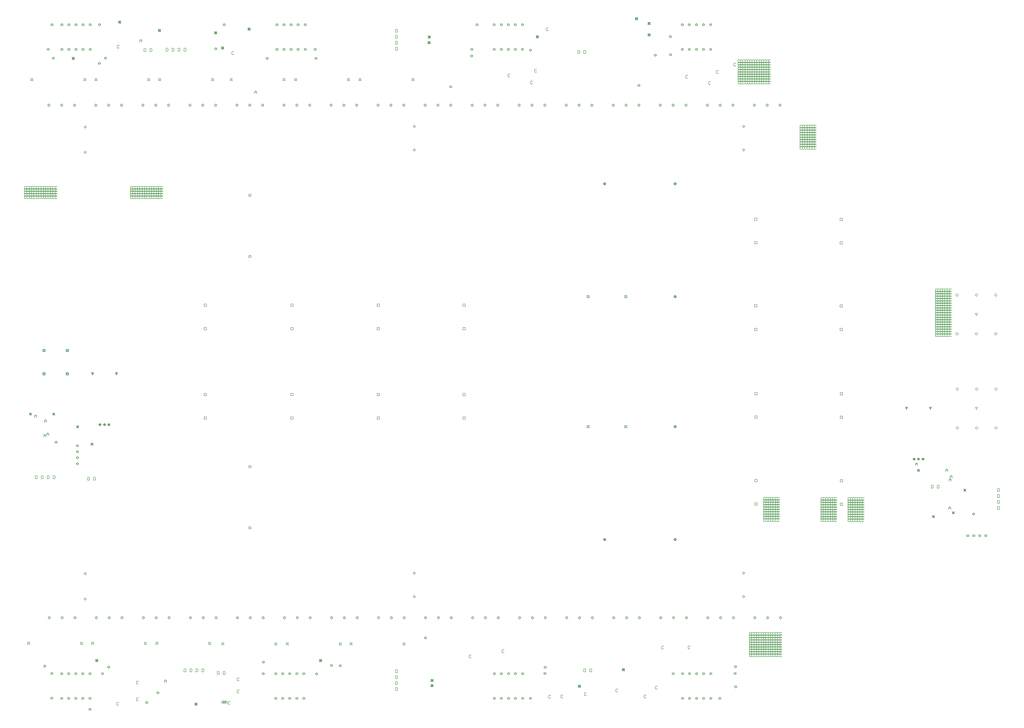
<source format=gbr>
%TF.GenerationSoftware,Altium Limited,Altium Designer,25.3.3 (18)*%
G04 Layer_Color=2752767*
%FSLAX45Y45*%
%MOMM*%
%TF.SameCoordinates,A4CA6E92-6A9D-4088-ADF9-EEBE24E4F9EE*%
%TF.FilePolarity,Positive*%
%TF.FileFunction,Drawing*%
%TF.Part,Single*%
G01*
G75*
%TA.AperFunction,NonConductor*%
%ADD154C,0.12700*%
%ADD156C,0.16933*%
%ADD157C,0.10160*%
D154*
X5550000Y28304459D02*
Y28177499D01*
X5613480D01*
X5634639Y28198660D01*
Y28283298D01*
X5613480Y28304459D01*
X5550000D01*
X5296000D02*
Y28177499D01*
X5359480D01*
X5380639Y28198660D01*
Y28283298D01*
X5359480Y28304459D01*
X5296000D01*
X8665000Y1811959D02*
Y1685000D01*
X8728479D01*
X8749639Y1706160D01*
Y1790799D01*
X8728479Y1811959D01*
X8665000D01*
X8411000D02*
Y1685000D01*
X8474479D01*
X8495639Y1706160D01*
Y1790799D01*
X8474479Y1811959D01*
X8411000D01*
X2749200Y5972216D02*
X2800000Y6023016D01*
X2850800Y5972216D01*
X2800000Y5921416D01*
X2749200Y5972216D01*
Y4897216D02*
X2800000Y4948016D01*
X2850800Y4897216D01*
X2800000Y4846416D01*
X2749200Y4897216D01*
X30749200Y6000000D02*
X30800000Y6050800D01*
X30850800Y6000000D01*
X30800000Y5949200D01*
X30749200Y6000000D01*
Y5000000D02*
X30800000Y5050800D01*
X30850800Y5000000D01*
X30800000Y4949200D01*
X30749200Y5000000D01*
X16749200Y6000000D02*
X16800000Y6050800D01*
X16850800Y6000000D01*
X16800000Y5949200D01*
X16749200Y6000000D01*
Y5000000D02*
X16800000Y5050800D01*
X16850800Y5000000D01*
X16800000Y4949200D01*
X16749200Y5000000D01*
X2749200Y24972217D02*
X2800000Y25023016D01*
X2850800Y24972217D01*
X2800000Y24921417D01*
X2749200Y24972217D01*
Y23897215D02*
X2800000Y23948016D01*
X2850800Y23897215D01*
X2800000Y23846416D01*
X2749200Y23897215D01*
X30749200Y25000000D02*
X30800000Y25050800D01*
X30850800Y25000000D01*
X30800000Y24949200D01*
X30749200Y25000000D01*
Y24000000D02*
X30800000Y24050800D01*
X30850800Y24000000D01*
X30800000Y23949200D01*
X30749200Y24000000D01*
X16749200Y25000000D02*
X16800000Y25050800D01*
X16850800Y25000000D01*
X16800000Y24949200D01*
X16749200Y25000000D01*
Y24000000D02*
X16800000Y24050800D01*
X16850800Y24000000D01*
X16800000Y23949200D01*
X16749200Y24000000D01*
X40710001Y12949200D02*
X40659201Y13050800D01*
X40760800D01*
X40710001Y12949200D01*
X40697501Y16949200D02*
X40646701Y17050800D01*
X40748300D01*
X40697501Y16949200D01*
X21400000Y624200D02*
X21425400Y649600D01*
X21450800D01*
X21425400Y675000D01*
X21450800Y700400D01*
X21425400D01*
X21400000Y725800D01*
X21374600Y700400D01*
X21349200D01*
X21374600Y675000D01*
X21349200Y649600D01*
X21374600D01*
X21400000Y624200D01*
X21100000D02*
X21125400Y649600D01*
X21150800D01*
X21125400Y675000D01*
X21150800Y700400D01*
X21125400D01*
X21100000Y725800D01*
X21074600Y700400D01*
X21049200D01*
X21074600Y675000D01*
X21049200Y649600D01*
X21074600D01*
X21100000Y624200D01*
X20800000D02*
X20825400Y649600D01*
X20850800D01*
X20825400Y675000D01*
X20850800Y700400D01*
X20825400D01*
X20800000Y725800D01*
X20774600Y700400D01*
X20749200D01*
X20774600Y675000D01*
X20749200Y649600D01*
X20774600D01*
X20800000Y624200D01*
X20500000D02*
X20525400Y649600D01*
X20550800D01*
X20525400Y675000D01*
X20550800Y700400D01*
X20525400D01*
X20500000Y725800D01*
X20474600Y700400D01*
X20449200D01*
X20474600Y675000D01*
X20449200Y649600D01*
X20474600D01*
X20500000Y624200D01*
X20200000D02*
X20225400Y649600D01*
X20250800D01*
X20225400Y675000D01*
X20250800Y700400D01*
X20225400D01*
X20200000Y725800D01*
X20174600Y700400D01*
X20149200D01*
X20174600Y675000D01*
X20149200Y649600D01*
X20174600D01*
X20200000Y624200D01*
X21400000Y1674200D02*
X21425400Y1699600D01*
X21450800D01*
X21425400Y1725000D01*
X21450800Y1750400D01*
X21425400D01*
X21400000Y1775800D01*
X21374600Y1750400D01*
X21349200D01*
X21374600Y1725000D01*
X21349200Y1699600D01*
X21374600D01*
X21400000Y1674200D01*
X21100000D02*
X21125400Y1699600D01*
X21150800D01*
X21125400Y1725000D01*
X21150800Y1750400D01*
X21125400D01*
X21100000Y1775800D01*
X21074600Y1750400D01*
X21049200D01*
X21074600Y1725000D01*
X21049200Y1699600D01*
X21074600D01*
X21100000Y1674200D01*
X20800000D02*
X20825400Y1699600D01*
X20850800D01*
X20825400Y1725000D01*
X20850800Y1750400D01*
X20825400D01*
X20800000Y1775800D01*
X20774600Y1750400D01*
X20749200D01*
X20774600Y1725000D01*
X20749200Y1699600D01*
X20774600D01*
X20800000Y1674200D01*
X20500000D02*
X20525400Y1699600D01*
X20550800D01*
X20525400Y1725000D01*
X20550800Y1750400D01*
X20525400D01*
X20500000Y1775800D01*
X20474600Y1750400D01*
X20449200D01*
X20474600Y1725000D01*
X20449200Y1699600D01*
X20474600D01*
X20500000Y1674200D01*
X20200000D02*
X20225400Y1699600D01*
X20250800D01*
X20225400Y1725000D01*
X20250800Y1750400D01*
X20225400D01*
X20200000Y1775800D01*
X20174600Y1750400D01*
X20149200D01*
X20174600Y1725000D01*
X20149200Y1699600D01*
X20174600D01*
X20200000Y1674200D01*
X24000000Y1926959D02*
Y1800000D01*
X24063480D01*
X24084639Y1821160D01*
Y1905799D01*
X24063480Y1926959D01*
X24000000D01*
X24253999D02*
Y1800000D01*
X24317479D01*
X24338638Y1821160D01*
Y1905799D01*
X24317479Y1926959D01*
X24253999D01*
X7762000D02*
Y1800000D01*
X7825479D01*
X7846639Y1821160D01*
Y1905799D01*
X7825479Y1926959D01*
X7762000D01*
X7254000D02*
Y1800000D01*
X7317479D01*
X7338639Y1821160D01*
Y1905799D01*
X7317479Y1926959D01*
X7254000D01*
X7000000D02*
Y1800000D01*
X7063479D01*
X7084639Y1821160D01*
Y1905799D01*
X7063479Y1926959D01*
X7000000D01*
X7508000D02*
Y1800000D01*
X7571479D01*
X7592639Y1821160D01*
Y1905799D01*
X7571479Y1926959D01*
X7508000D01*
X12100000Y624200D02*
X12125400Y649600D01*
X12150800D01*
X12125400Y675000D01*
X12150800Y700400D01*
X12125400D01*
X12100000Y725800D01*
X12074600Y700400D01*
X12049200D01*
X12074600Y675000D01*
X12049200Y649600D01*
X12074600D01*
X12100000Y624200D01*
X11800000D02*
X11825400Y649600D01*
X11850800D01*
X11825400Y675000D01*
X11850800Y700400D01*
X11825400D01*
X11800000Y725800D01*
X11774600Y700400D01*
X11749200D01*
X11774600Y675000D01*
X11749200Y649600D01*
X11774600D01*
X11800000Y624200D01*
X11500000D02*
X11525400Y649600D01*
X11550800D01*
X11525400Y675000D01*
X11550800Y700400D01*
X11525400D01*
X11500000Y725800D01*
X11474600Y700400D01*
X11449200D01*
X11474600Y675000D01*
X11449200Y649600D01*
X11474600D01*
X11500000Y624200D01*
X11200000D02*
X11225400Y649600D01*
X11250800D01*
X11225400Y675000D01*
X11250800Y700400D01*
X11225400D01*
X11200000Y725800D01*
X11174600Y700400D01*
X11149200D01*
X11174600Y675000D01*
X11149200Y649600D01*
X11174600D01*
X11200000Y624200D01*
X10900000D02*
X10925400Y649600D01*
X10950800D01*
X10925400Y675000D01*
X10950800Y700400D01*
X10925400D01*
X10900000Y725800D01*
X10874600Y700400D01*
X10849200D01*
X10874600Y675000D01*
X10849200Y649600D01*
X10874600D01*
X10900000Y624200D01*
X12100000Y1674200D02*
X12125400Y1699600D01*
X12150800D01*
X12125400Y1725000D01*
X12150800Y1750400D01*
X12125400D01*
X12100000Y1775800D01*
X12074600Y1750400D01*
X12049200D01*
X12074600Y1725000D01*
X12049200Y1699600D01*
X12074600D01*
X12100000Y1674200D01*
X11800000D02*
X11825400Y1699600D01*
X11850800D01*
X11825400Y1725000D01*
X11850800Y1750400D01*
X11825400D01*
X11800000Y1775800D01*
X11774600Y1750400D01*
X11749200D01*
X11774600Y1725000D01*
X11749200Y1699600D01*
X11774600D01*
X11800000Y1674200D01*
X11500000D02*
X11525400Y1699600D01*
X11550800D01*
X11525400Y1725000D01*
X11550800Y1750400D01*
X11525400D01*
X11500000Y1775800D01*
X11474600Y1750400D01*
X11449200D01*
X11474600Y1725000D01*
X11449200Y1699600D01*
X11474600D01*
X11500000Y1674200D01*
X11200000D02*
X11225400Y1699600D01*
X11250800D01*
X11225400Y1725000D01*
X11250800Y1750400D01*
X11225400D01*
X11200000Y1775800D01*
X11174600Y1750400D01*
X11149200D01*
X11174600Y1725000D01*
X11149200Y1699600D01*
X11174600D01*
X11200000Y1674200D01*
X10900000D02*
X10925400Y1699600D01*
X10950800D01*
X10925400Y1725000D01*
X10950800Y1750400D01*
X10925400D01*
X10900000Y1775800D01*
X10874600Y1750400D01*
X10849200D01*
X10874600Y1725000D01*
X10849200Y1699600D01*
X10874600D01*
X10900000Y1674200D01*
X3000000Y624200D02*
X3025400Y649600D01*
X3050800D01*
X3025400Y675000D01*
X3050800Y700400D01*
X3025400D01*
X3000000Y725800D01*
X2974600Y700400D01*
X2949200D01*
X2974600Y675000D01*
X2949200Y649600D01*
X2974600D01*
X3000000Y624200D01*
X2700000D02*
X2725400Y649600D01*
X2750800D01*
X2725400Y675000D01*
X2750800Y700400D01*
X2725400D01*
X2700000Y725800D01*
X2674600Y700400D01*
X2649200D01*
X2674600Y675000D01*
X2649200Y649600D01*
X2674600D01*
X2700000Y624200D01*
X2400000D02*
X2425400Y649600D01*
X2450800D01*
X2425400Y675000D01*
X2450800Y700400D01*
X2425400D01*
X2400000Y725800D01*
X2374600Y700400D01*
X2349200D01*
X2374600Y675000D01*
X2349200Y649600D01*
X2374600D01*
X2400000Y624200D01*
X2100000D02*
X2125400Y649600D01*
X2150800D01*
X2125400Y675000D01*
X2150800Y700400D01*
X2125400D01*
X2100000Y725800D01*
X2074600Y700400D01*
X2049200D01*
X2074600Y675000D01*
X2049200Y649600D01*
X2074600D01*
X2100000Y624200D01*
X1800000D02*
X1825400Y649600D01*
X1850800D01*
X1825400Y675000D01*
X1850800Y700400D01*
X1825400D01*
X1800000Y725800D01*
X1774600Y700400D01*
X1749200D01*
X1774600Y675000D01*
X1749200Y649600D01*
X1774600D01*
X1800000Y624200D01*
X3000000Y1674200D02*
X3025400Y1699600D01*
X3050800D01*
X3025400Y1725000D01*
X3050800Y1750400D01*
X3025400D01*
X3000000Y1775800D01*
X2974600Y1750400D01*
X2949200D01*
X2974600Y1725000D01*
X2949200Y1699600D01*
X2974600D01*
X3000000Y1674200D01*
X2700000D02*
X2725400Y1699600D01*
X2750800D01*
X2725400Y1725000D01*
X2750800Y1750400D01*
X2725400D01*
X2700000Y1775800D01*
X2674600Y1750400D01*
X2649200D01*
X2674600Y1725000D01*
X2649200Y1699600D01*
X2674600D01*
X2700000Y1674200D01*
X2400000D02*
X2425400Y1699600D01*
X2450800D01*
X2425400Y1725000D01*
X2450800Y1750400D01*
X2425400D01*
X2400000Y1775800D01*
X2374600Y1750400D01*
X2349200D01*
X2374600Y1725000D01*
X2349200Y1699600D01*
X2374600D01*
X2400000Y1674200D01*
X2100000D02*
X2125400Y1699600D01*
X2150800D01*
X2125400Y1725000D01*
X2150800Y1750400D01*
X2125400D01*
X2100000Y1775800D01*
X2074600Y1750400D01*
X2049200D01*
X2074600Y1725000D01*
X2049200Y1699600D01*
X2074600D01*
X2100000Y1674200D01*
X1800000D02*
X1825400Y1699600D01*
X1850800D01*
X1825400Y1725000D01*
X1850800Y1750400D01*
X1825400D01*
X1800000Y1775800D01*
X1774600Y1750400D01*
X1749200D01*
X1774600Y1725000D01*
X1749200Y1699600D01*
X1774600D01*
X1800000Y1674200D01*
X2424200Y12166700D02*
X2449600Y12217500D01*
X2424200Y12268300D01*
X2475000Y12242900D01*
X2525800Y12268300D01*
X2500400Y12217500D01*
X2525800Y12166700D01*
X2475000Y12192100D01*
X2424200Y12166700D01*
X2444520Y12187020D02*
X2459760Y12217500D01*
X2444520Y12247980D01*
X2475000Y12232740D01*
X2505480Y12247980D01*
X2490240Y12217500D01*
X2505480Y12187020D01*
X2475000Y12202260D01*
X2444520Y12187020D01*
X14054201Y2939200D02*
X14079601Y2990000D01*
X14054201Y3040800D01*
X14105000Y3015400D01*
X14155800Y3040800D01*
X14130400Y2990000D01*
X14155800Y2939200D01*
X14105000Y2964600D01*
X14054201Y2939200D01*
X16304201Y2934200D02*
X16329601Y2985000D01*
X16304201Y3035800D01*
X16355000Y3010400D01*
X16405800Y3035800D01*
X16380400Y2985000D01*
X16405800Y2934200D01*
X16355000Y2959600D01*
X16304201Y2934200D01*
X25736700Y17704201D02*
X25762100D01*
X25787500Y17729601D01*
X25812900Y17704201D01*
X25838300D01*
Y17729601D01*
X25812900Y17755000D01*
X25838300Y17780400D01*
Y17805800D01*
X25812900D01*
X25787500Y17780400D01*
X25762100Y17805800D01*
X25736700D01*
Y17780400D01*
X25762100Y17755000D01*
X25736700Y17729601D01*
Y17704201D01*
X24136700D02*
X24162100D01*
X24187500Y17729601D01*
X24212900Y17704201D01*
X24238300D01*
Y17729601D01*
X24212900Y17755000D01*
X24238300Y17780400D01*
Y17805800D01*
X24212900D01*
X24187500Y17780400D01*
X24162100Y17805800D01*
X24136700D01*
Y17780400D01*
X24162100Y17755000D01*
X24136700Y17729601D01*
Y17704201D01*
X27862100Y17729601D02*
Y17704201D01*
X27912900D01*
Y17729601D01*
X27938300D01*
Y17780400D01*
X27912900D01*
Y17805800D01*
X27862100D01*
Y17780400D01*
X27836700D01*
Y17729601D01*
X27862100D01*
X27872260Y17739760D02*
Y17724519D01*
X27902740D01*
Y17739760D01*
X27917981D01*
Y17770239D01*
X27902740D01*
Y17785480D01*
X27872260D01*
Y17770239D01*
X27857019D01*
Y17739760D01*
X27872260D01*
X24862100Y22529601D02*
Y22504201D01*
X24912900D01*
Y22529601D01*
X24938300D01*
Y22580400D01*
X24912900D01*
Y22605800D01*
X24862100D01*
Y22580400D01*
X24836700D01*
Y22529601D01*
X24862100D01*
X24872260Y22539760D02*
Y22524519D01*
X24902740D01*
Y22539760D01*
X24917979D01*
Y22570239D01*
X24902740D01*
Y22585480D01*
X24872260D01*
Y22570239D01*
X24857021D01*
Y22539760D01*
X24872260D01*
X27862100Y22529601D02*
Y22504201D01*
X27912900D01*
Y22529601D01*
X27938300D01*
Y22580400D01*
X27912900D01*
Y22605800D01*
X27862100D01*
Y22580400D01*
X27836700D01*
Y22529601D01*
X27862100D01*
X27872260Y22539760D02*
Y22524519D01*
X27902740D01*
Y22539760D01*
X27917981D01*
Y22570239D01*
X27902740D01*
Y22585480D01*
X27872260D01*
Y22570239D01*
X27857019D01*
Y22539760D01*
X27872260D01*
X11341700Y2939200D02*
X11367100Y2990000D01*
X11341700Y3040800D01*
X11392500Y3015400D01*
X11443300Y3040800D01*
X11417900Y2990000D01*
X11443300Y2939200D01*
X11392500Y2964600D01*
X11341700Y2939200D01*
X13591701Y2934200D02*
X13617101Y2985000D01*
X13591701Y3035800D01*
X13642500Y3010400D01*
X13693300Y3035800D01*
X13667900Y2985000D01*
X13693300Y2934200D01*
X13642500Y2959600D01*
X13591701Y2934200D01*
X8604200Y2939200D02*
X8629600Y2990000D01*
X8604200Y3040800D01*
X8655000Y3015400D01*
X8705800Y3040800D01*
X8680400Y2990000D01*
X8705800Y2939200D01*
X8655000Y2964600D01*
X8604200Y2939200D01*
X10854200Y2934200D02*
X10879600Y2985000D01*
X10854200Y3035800D01*
X10905000Y3010400D01*
X10955800Y3035800D01*
X10930400Y2985000D01*
X10955800Y2934200D01*
X10905000Y2959600D01*
X10854200Y2934200D01*
X5309200Y2959200D02*
X5334600Y3010000D01*
X5309200Y3060800D01*
X5360000Y3035400D01*
X5410800Y3060800D01*
X5385400Y3010000D01*
X5410800Y2959200D01*
X5360000Y2984600D01*
X5309200Y2959200D01*
X3059200Y2964200D02*
X3084600Y3015000D01*
X3059200Y3065800D01*
X3110000Y3040400D01*
X3160800Y3065800D01*
X3135400Y3015000D01*
X3160800Y2964200D01*
X3110000Y2989600D01*
X3059200Y2964200D01*
X8044200Y2959200D02*
X8069600Y3010000D01*
X8044200Y3060800D01*
X8095000Y3035400D01*
X8145800Y3060800D01*
X8120400Y3010000D01*
X8145800Y2959200D01*
X8095000Y2984600D01*
X8044200Y2959200D01*
X5794200Y2964200D02*
X5819600Y3015000D01*
X5794200Y3065800D01*
X5845000Y3040400D01*
X5895800Y3065800D01*
X5870400Y3015000D01*
X5895800Y2964200D01*
X5845000Y2989600D01*
X5794200Y2964200D01*
X2594200Y2959200D02*
X2619600Y3010000D01*
X2594200Y3060800D01*
X2645000Y3035400D01*
X2695800Y3060800D01*
X2670400Y3010000D01*
X2695800Y2959200D01*
X2645000Y2984600D01*
X2594200Y2959200D01*
X344200Y2964200D02*
X369600Y3015000D01*
X344200Y3065800D01*
X395000Y3040400D01*
X445800Y3065800D01*
X420400Y3015000D01*
X445800Y2964200D01*
X395000Y2989600D01*
X344200Y2964200D01*
X3154000Y10076959D02*
Y9950000D01*
X3217479D01*
X3238639Y9971160D01*
Y10055799D01*
X3217479Y10076959D01*
X3154000D01*
X2900000D02*
Y9950000D01*
X2963479D01*
X2984639Y9971160D01*
Y10055799D01*
X2963479Y10076959D01*
X2900000D01*
X39031500Y9736959D02*
Y9610000D01*
X39094980D01*
X39116138Y9631160D01*
Y9715799D01*
X39094980Y9736959D01*
X39031500D01*
X38777499D02*
Y9610000D01*
X38840979D01*
X38862140Y9631160D01*
Y9715799D01*
X38840979Y9736959D01*
X38777499D01*
X6492000Y28326959D02*
Y28200000D01*
X6555479D01*
X6576639Y28221161D01*
Y28305798D01*
X6555479Y28326959D01*
X6492000D01*
X7000000D02*
Y28200000D01*
X7063479D01*
X7084639Y28221161D01*
Y28305798D01*
X7063479Y28326959D01*
X7000000D01*
X6746000D02*
Y28200000D01*
X6809479D01*
X6830639Y28221161D01*
Y28305798D01*
X6809479Y28326959D01*
X6746000D01*
X6238000D02*
Y28200000D01*
X6301479D01*
X6322639Y28221161D01*
Y28305798D01*
X6301479Y28326959D01*
X6238000D01*
X16000000Y28618958D02*
Y28492001D01*
X16063480D01*
X16084639Y28513159D01*
Y28597800D01*
X16063480Y28618958D01*
X16000000D01*
Y29126959D02*
Y29000000D01*
X16063480D01*
X16084639Y29021161D01*
Y29105798D01*
X16063480Y29126959D01*
X16000000D01*
Y28872958D02*
Y28745999D01*
X16063480D01*
X16084639Y28767160D01*
Y28851797D01*
X16063480Y28872958D01*
X16000000D01*
Y28364960D02*
Y28238000D01*
X16063480D01*
X16084639Y28259161D01*
Y28343799D01*
X16063480Y28364960D01*
X16000000D01*
X23746001Y28226959D02*
Y28100000D01*
X23809479D01*
X23830640Y28121161D01*
Y28205798D01*
X23809479Y28226959D01*
X23746001D01*
X24000000D02*
Y28100000D01*
X24063480D01*
X24084639Y28121161D01*
Y28205798D01*
X24063480Y28226959D01*
X24000000D01*
X16000000Y1634959D02*
Y1508000D01*
X16063480D01*
X16084639Y1529160D01*
Y1613799D01*
X16063480Y1634959D01*
X16000000D01*
Y1126959D02*
Y1000000D01*
X16063480D01*
X16084639Y1021160D01*
Y1105799D01*
X16063480Y1126959D01*
X16000000D01*
Y1380959D02*
Y1254000D01*
X16063480D01*
X16084639Y1275160D01*
Y1359799D01*
X16063480Y1380959D01*
X16000000D01*
Y1888959D02*
Y1762000D01*
X16063480D01*
X16084639Y1783160D01*
Y1867799D01*
X16063480Y1888959D01*
X16000000D01*
X40156699Y9481443D02*
X40182101Y9532243D01*
X40156699Y9583043D01*
X40207501Y9557643D01*
X40258301Y9583043D01*
X40232901Y9532243D01*
X40258301Y9481443D01*
X40207501Y9506843D01*
X40156699Y9481443D01*
X40177020Y9501763D02*
X40192261Y9532243D01*
X40177020Y9562723D01*
X40207501Y9547483D01*
X40237979Y9562723D01*
X40222739Y9532243D01*
X40237979Y9501763D01*
X40207501Y9517003D01*
X40177020Y9501763D01*
X38179199Y10319200D02*
X38204599Y10370000D01*
X38179199Y10420800D01*
X38229999Y10395400D01*
X38280801Y10420800D01*
X38255399Y10370000D01*
X38280801Y10319200D01*
X38229999Y10344600D01*
X38179199Y10319200D01*
X38199521Y10339520D02*
X38214761Y10370000D01*
X38199521Y10400480D01*
X38229999Y10385240D01*
X38260480Y10400480D01*
X38245239Y10370000D01*
X38260480Y10339520D01*
X38229999Y10354760D01*
X38199521Y10339520D01*
X39666699Y8511700D02*
X39692099Y8562500D01*
X39666699Y8613300D01*
X39717499Y8587900D01*
X39768301Y8613300D01*
X39742899Y8562500D01*
X39768301Y8511700D01*
X39717499Y8537100D01*
X39666699Y8511700D01*
X39687021Y8532020D02*
X39702261Y8562500D01*
X39687021Y8592980D01*
X39717499Y8577740D01*
X39747980Y8592980D01*
X39732739Y8562500D01*
X39747980Y8532020D01*
X39717499Y8547260D01*
X39687021Y8532020D01*
X38814200Y8351700D02*
X38839600Y8402500D01*
X38814200Y8453300D01*
X38864999Y8427900D01*
X38915799Y8453300D01*
X38890399Y8402500D01*
X38915799Y8351700D01*
X38864999Y8377100D01*
X38814200Y8351700D01*
X38834521Y8372020D02*
X38849759Y8402500D01*
X38834521Y8432980D01*
X38864999Y8417740D01*
X38895480Y8432980D01*
X38880240Y8402500D01*
X38895480Y8372020D01*
X38864999Y8387260D01*
X38834521Y8372020D01*
X41095999Y7536700D02*
X41121399Y7562100D01*
X41146799D01*
X41121399Y7587500D01*
X41146799Y7612900D01*
X41121399D01*
X41095999Y7638300D01*
X41070599Y7612900D01*
X41045200D01*
X41070599Y7587500D01*
X41045200Y7562100D01*
X41070599D01*
X41095999Y7536700D01*
X40842001D02*
X40867401Y7562100D01*
X40892801D01*
X40867401Y7587500D01*
X40892801Y7612900D01*
X40867401D01*
X40842001Y7638300D01*
X40816599Y7612900D01*
X40791199D01*
X40816599Y7587500D01*
X40791199Y7562100D01*
X40816599D01*
X40842001Y7536700D01*
X40588000D02*
X40613400Y7562100D01*
X40638800D01*
X40613400Y7587500D01*
X40638800Y7612900D01*
X40613400D01*
X40588000Y7638300D01*
X40562601Y7612900D01*
X40537201D01*
X40562601Y7587500D01*
X40537201Y7562100D01*
X40562601D01*
X40588000Y7536700D01*
X40334000D02*
X40359399Y7562100D01*
X40384799D01*
X40359399Y7587500D01*
X40384799Y7612900D01*
X40359399D01*
X40334000Y7638300D01*
X40308600Y7612900D01*
X40283200D01*
X40308600Y7587500D01*
X40283200Y7562100D01*
X40308600D01*
X40334000Y7536700D01*
X933500Y10141959D02*
Y10015000D01*
X996980D01*
X1018140Y10036160D01*
Y10120799D01*
X996980Y10141959D01*
X933500D01*
X1441500D02*
Y10015000D01*
X1504980D01*
X1526140Y10036160D01*
Y10120799D01*
X1504980Y10141959D01*
X1441500D01*
X1187500D02*
Y10015000D01*
X1250980D01*
X1272140Y10036160D01*
Y10120799D01*
X1250980Y10141959D01*
X1187500D01*
X679500D02*
Y10015000D01*
X742980D01*
X764140Y10036160D01*
Y10120799D01*
X742980Y10141959D01*
X679500D01*
X41595001Y9345959D02*
Y9219000D01*
X41658481D01*
X41679639Y9240160D01*
Y9324799D01*
X41658481Y9345959D01*
X41595001D01*
Y8837959D02*
Y8711000D01*
X41658481D01*
X41679639Y8732160D01*
Y8816799D01*
X41658481Y8837959D01*
X41595001D01*
Y9091959D02*
Y8965000D01*
X41658481D01*
X41679639Y8986160D01*
Y9070799D01*
X41658481Y9091959D01*
X41595001D01*
Y9599959D02*
Y9473000D01*
X41658481D01*
X41679639Y9494160D01*
Y9578799D01*
X41658481Y9599959D01*
X41595001D01*
X1414200Y12714200D02*
X1439600Y12765000D01*
X1414200Y12815800D01*
X1465000Y12790400D01*
X1515800Y12815800D01*
X1490400Y12765000D01*
X1515800Y12714200D01*
X1465000Y12739600D01*
X1414200Y12714200D01*
X1434520Y12734520D02*
X1449760Y12765000D01*
X1434520Y12795480D01*
X1465000Y12780240D01*
X1495480Y12795480D01*
X1480240Y12765000D01*
X1495480Y12734520D01*
X1465000Y12749760D01*
X1434520Y12734520D01*
X28192499Y29274200D02*
X28217899Y29299600D01*
X28243301D01*
X28217899Y29325000D01*
X28243301Y29350400D01*
X28217899D01*
X28192499Y29375800D01*
X28167099Y29350400D01*
X28141699D01*
X28167099Y29325000D01*
X28141699Y29299600D01*
X28167099D01*
X28192499Y29274200D01*
X28492499D02*
X28517899Y29299600D01*
X28543301D01*
X28517899Y29325000D01*
X28543301Y29350400D01*
X28517899D01*
X28492499Y29375800D01*
X28467099Y29350400D01*
X28441699D01*
X28467099Y29325000D01*
X28441699Y29299600D01*
X28467099D01*
X28492499Y29274200D01*
X28792499D02*
X28817899Y29299600D01*
X28843301D01*
X28817899Y29325000D01*
X28843301Y29350400D01*
X28817899D01*
X28792499Y29375800D01*
X28767099Y29350400D01*
X28741699D01*
X28767099Y29325000D01*
X28741699Y29299600D01*
X28767099D01*
X28792499Y29274200D01*
X29092499D02*
X29117899Y29299600D01*
X29143301D01*
X29117899Y29325000D01*
X29143301Y29350400D01*
X29117899D01*
X29092499Y29375800D01*
X29067099Y29350400D01*
X29041699D01*
X29067099Y29325000D01*
X29041699Y29299600D01*
X29067099D01*
X29092499Y29274200D01*
X29392499D02*
X29417899Y29299600D01*
X29443301D01*
X29417899Y29325000D01*
X29443301Y29350400D01*
X29417899D01*
X29392499Y29375800D01*
X29367099Y29350400D01*
X29341699D01*
X29367099Y29325000D01*
X29341699Y29299600D01*
X29367099D01*
X29392499Y29274200D01*
X28192499Y28224200D02*
X28217899Y28249600D01*
X28243301D01*
X28217899Y28275000D01*
X28243301Y28300400D01*
X28217899D01*
X28192499Y28325800D01*
X28167099Y28300400D01*
X28141699D01*
X28167099Y28275000D01*
X28141699Y28249600D01*
X28167099D01*
X28192499Y28224200D01*
X28492499D02*
X28517899Y28249600D01*
X28543301D01*
X28517899Y28275000D01*
X28543301Y28300400D01*
X28517899D01*
X28492499Y28325800D01*
X28467099Y28300400D01*
X28441699D01*
X28467099Y28275000D01*
X28441699Y28249600D01*
X28467099D01*
X28492499Y28224200D01*
X28792499D02*
X28817899Y28249600D01*
X28843301D01*
X28817899Y28275000D01*
X28843301Y28300400D01*
X28817899D01*
X28792499Y28325800D01*
X28767099Y28300400D01*
X28741699D01*
X28767099Y28275000D01*
X28741699Y28249600D01*
X28767099D01*
X28792499Y28224200D01*
X29092499D02*
X29117899Y28249600D01*
X29143301D01*
X29117899Y28275000D01*
X29143301Y28300400D01*
X29117899D01*
X29092499Y28325800D01*
X29067099Y28300400D01*
X29041699D01*
X29067099Y28275000D01*
X29041699Y28249600D01*
X29067099D01*
X29092499Y28224200D01*
X29392499D02*
X29417899Y28249600D01*
X29443301D01*
X29417899Y28275000D01*
X29443301Y28300400D01*
X29417899D01*
X29392499Y28325800D01*
X29367099Y28300400D01*
X29341699D01*
X29367099Y28275000D01*
X29341699Y28249600D01*
X29367099D01*
X29392499Y28224200D01*
X20192500Y29274200D02*
X20217900Y29299600D01*
X20243300D01*
X20217900Y29325000D01*
X20243300Y29350400D01*
X20217900D01*
X20192500Y29375800D01*
X20167101Y29350400D01*
X20141701D01*
X20167101Y29325000D01*
X20141701Y29299600D01*
X20167101D01*
X20192500Y29274200D01*
X20492500D02*
X20517900Y29299600D01*
X20543300D01*
X20517900Y29325000D01*
X20543300Y29350400D01*
X20517900D01*
X20492500Y29375800D01*
X20467101Y29350400D01*
X20441701D01*
X20467101Y29325000D01*
X20441701Y29299600D01*
X20467101D01*
X20492500Y29274200D01*
X20792500D02*
X20817900Y29299600D01*
X20843300D01*
X20817900Y29325000D01*
X20843300Y29350400D01*
X20817900D01*
X20792500Y29375800D01*
X20767101Y29350400D01*
X20741701D01*
X20767101Y29325000D01*
X20741701Y29299600D01*
X20767101D01*
X20792500Y29274200D01*
X21092500D02*
X21117900Y29299600D01*
X21143300D01*
X21117900Y29325000D01*
X21143300Y29350400D01*
X21117900D01*
X21092500Y29375800D01*
X21067101Y29350400D01*
X21041701D01*
X21067101Y29325000D01*
X21041701Y29299600D01*
X21067101D01*
X21092500Y29274200D01*
X21392500D02*
X21417900Y29299600D01*
X21443300D01*
X21417900Y29325000D01*
X21443300Y29350400D01*
X21417900D01*
X21392500Y29375800D01*
X21367101Y29350400D01*
X21341701D01*
X21367101Y29325000D01*
X21341701Y29299600D01*
X21367101D01*
X21392500Y29274200D01*
X20192500Y28224200D02*
X20217900Y28249600D01*
X20243300D01*
X20217900Y28275000D01*
X20243300Y28300400D01*
X20217900D01*
X20192500Y28325800D01*
X20167101Y28300400D01*
X20141701D01*
X20167101Y28275000D01*
X20141701Y28249600D01*
X20167101D01*
X20192500Y28224200D01*
X20492500D02*
X20517900Y28249600D01*
X20543300D01*
X20517900Y28275000D01*
X20543300Y28300400D01*
X20517900D01*
X20492500Y28325800D01*
X20467101Y28300400D01*
X20441701D01*
X20467101Y28275000D01*
X20441701Y28249600D01*
X20467101D01*
X20492500Y28224200D01*
X20792500D02*
X20817900Y28249600D01*
X20843300D01*
X20817900Y28275000D01*
X20843300Y28300400D01*
X20817900D01*
X20792500Y28325800D01*
X20767101Y28300400D01*
X20741701D01*
X20767101Y28275000D01*
X20741701Y28249600D01*
X20767101D01*
X20792500Y28224200D01*
X21092500D02*
X21117900Y28249600D01*
X21143300D01*
X21117900Y28275000D01*
X21143300Y28300400D01*
X21117900D01*
X21092500Y28325800D01*
X21067101Y28300400D01*
X21041701D01*
X21067101Y28275000D01*
X21041701Y28249600D01*
X21067101D01*
X21092500Y28224200D01*
X21392500D02*
X21417900Y28249600D01*
X21443300D01*
X21417900Y28275000D01*
X21443300Y28300400D01*
X21417900D01*
X21392500Y28325800D01*
X21367101Y28300400D01*
X21341701D01*
X21367101Y28275000D01*
X21341701Y28249600D01*
X21367101D01*
X21392500Y28224200D01*
X9774600Y19439600D02*
Y19414200D01*
X9825400D01*
Y19439600D01*
X9850800D01*
Y19490401D01*
X9825400D01*
Y19515800D01*
X9774600D01*
Y19490401D01*
X9749200D01*
Y19439600D01*
X9774600D01*
Y22039600D02*
Y22014200D01*
X9825400D01*
Y22039600D01*
X9850800D01*
Y22090401D01*
X9825400D01*
Y22115800D01*
X9774600D01*
Y22090401D01*
X9749200D01*
Y22039600D01*
X9774600D01*
X1988611Y15416020D02*
Y15517619D01*
X2090211D01*
Y15416020D01*
X1988611D01*
X2008931Y15436340D02*
Y15497301D01*
X2069891D01*
Y15436340D01*
X2008931D01*
X998011Y15416020D02*
Y15517619D01*
X1099611D01*
Y15416020D01*
X998011D01*
X1018331Y15436340D02*
Y15497301D01*
X1079291D01*
Y15436340D01*
X1018331D01*
X1988231Y14424100D02*
Y14525700D01*
X2089831D01*
Y14424100D01*
X1988231D01*
X2008551Y14444420D02*
Y14505380D01*
X2069511D01*
Y14444420D01*
X2008551D01*
X997631Y14424100D02*
Y14525700D01*
X1099231D01*
Y14424100D01*
X997631D01*
X1017951Y14444420D02*
Y14505380D01*
X1078911D01*
Y14444420D01*
X1017951D01*
X25736700Y12174200D02*
X25762100D01*
X25787500Y12199600D01*
X25812900Y12174200D01*
X25838300D01*
Y12199600D01*
X25812900Y12225000D01*
X25838300Y12250400D01*
Y12275800D01*
X25812900D01*
X25787500Y12250400D01*
X25762100Y12275800D01*
X25736700D01*
Y12250400D01*
X25762100Y12225000D01*
X25736700Y12199600D01*
Y12174200D01*
X24136700D02*
X24162100D01*
X24187500Y12199600D01*
X24212900Y12174200D01*
X24238300D01*
Y12199600D01*
X24212900Y12225000D01*
X24238300Y12250400D01*
Y12275800D01*
X24212900D01*
X24187500Y12250400D01*
X24162100Y12275800D01*
X24136700D01*
Y12250400D01*
X24162100Y12225000D01*
X24136700Y12199600D01*
Y12174200D01*
X27862100Y12199600D02*
Y12174200D01*
X27912900D01*
Y12199600D01*
X27938300D01*
Y12250400D01*
X27912900D01*
Y12275800D01*
X27862100D01*
Y12250400D01*
X27836700D01*
Y12199600D01*
X27862100D01*
X27872260Y12209760D02*
Y12194520D01*
X27902740D01*
Y12209760D01*
X27917981D01*
Y12240240D01*
X27902740D01*
Y12255480D01*
X27872260D01*
Y12240240D01*
X27857019D01*
Y12209760D01*
X27872260D01*
X27862100Y7399600D02*
Y7374200D01*
X27912900D01*
Y7399600D01*
X27938300D01*
Y7450400D01*
X27912900D01*
Y7475800D01*
X27862100D01*
Y7450400D01*
X27836700D01*
Y7399600D01*
X27862100D01*
X27872260Y7409760D02*
Y7394520D01*
X27902740D01*
Y7409760D01*
X27917981D01*
Y7440240D01*
X27902740D01*
Y7455480D01*
X27872260D01*
Y7440240D01*
X27857019D01*
Y7409760D01*
X27872260D01*
X24862100Y7399600D02*
Y7374200D01*
X24912900D01*
Y7399600D01*
X24938300D01*
Y7450400D01*
X24912900D01*
Y7475800D01*
X24862100D01*
Y7450400D01*
X24836700D01*
Y7399600D01*
X24862100D01*
X24872260Y7409760D02*
Y7394520D01*
X24902740D01*
Y7409760D01*
X24917979D01*
Y7440240D01*
X24902740D01*
Y7455480D01*
X24872260D01*
Y7440240D01*
X24857021D01*
Y7409760D01*
X24872260D01*
X9774600Y10504600D02*
Y10479200D01*
X9825400D01*
Y10504600D01*
X9850800D01*
Y10555400D01*
X9825400D01*
Y10580800D01*
X9774600D01*
Y10555400D01*
X9749200D01*
Y10504600D01*
X9774600D01*
Y7904600D02*
Y7879200D01*
X9825400D01*
Y7904600D01*
X9850800D01*
Y7955400D01*
X9825400D01*
Y7980800D01*
X9774600D01*
Y7955400D01*
X9749200D01*
Y7904600D01*
X9774600D01*
X14431700Y26939200D02*
X14457100Y26989999D01*
X14431700Y27040799D01*
X14482500Y27015399D01*
X14533299Y27040799D01*
X14507899Y26989999D01*
X14533299Y26939200D01*
X14482500Y26964600D01*
X14431700Y26939200D01*
X16681700Y26934201D02*
X16707100Y26985001D01*
X16681700Y27035800D01*
X16732500Y27010400D01*
X16783299Y27035800D01*
X16757899Y26985001D01*
X16783299Y26934201D01*
X16732500Y26959601D01*
X16681700Y26934201D01*
X11696700Y26939200D02*
X11722100Y26989999D01*
X11696700Y27040799D01*
X11747500Y27015399D01*
X11798300Y27040799D01*
X11772900Y26989999D01*
X11798300Y26939200D01*
X11747500Y26964600D01*
X11696700Y26939200D01*
X13946700Y26934201D02*
X13972099Y26985001D01*
X13946700Y27035800D01*
X13997501Y27010400D01*
X14048300Y27035800D01*
X14022900Y26985001D01*
X14048300Y26934201D01*
X13997501Y26959601D01*
X13946700Y26934201D01*
X18864249Y17344200D02*
Y17445799D01*
X18965848D01*
Y17344200D01*
X18864249D01*
Y16344200D02*
Y16445799D01*
X18965848D01*
Y16344200D01*
X18864249D01*
X7856748Y17344200D02*
Y17445799D01*
X7958348D01*
Y17344200D01*
X7856748D01*
Y16344200D02*
Y16445799D01*
X7958348D01*
Y16344200D01*
X7856748D01*
X15216748Y17344200D02*
Y17445799D01*
X15318349D01*
Y17344200D01*
X15216748D01*
Y16344200D02*
Y16445799D01*
X15318349D01*
Y16344200D01*
X15216748D01*
X11539248Y17344200D02*
Y17445799D01*
X11640848D01*
Y17344200D01*
X11539248D01*
Y16344200D02*
Y16445799D01*
X11640848D01*
Y16344200D01*
X11539248D01*
X11534200Y12539200D02*
Y12640800D01*
X11635800D01*
Y12539200D01*
X11534200D01*
Y13539200D02*
Y13640800D01*
X11635800D01*
Y13539200D01*
X11534200D01*
X18859200Y12539200D02*
Y12640800D01*
X18960800D01*
Y12539200D01*
X18859200D01*
Y13539200D02*
Y13640800D01*
X18960800D01*
Y13539200D01*
X18859200D01*
X7851700Y12539200D02*
Y12640800D01*
X7953300D01*
Y12539200D01*
X7851700D01*
Y13539200D02*
Y13640800D01*
X7953300D01*
Y13539200D01*
X7851700D01*
X15211700Y12539200D02*
Y12640800D01*
X15313300D01*
Y12539200D01*
X15211700D01*
Y13539200D02*
Y13640800D01*
X15313300D01*
Y13539200D01*
X15211700D01*
X31272260Y8882560D02*
Y8984160D01*
X31373859D01*
Y8882560D01*
X31272260D01*
Y9882560D02*
Y9984160D01*
X31373859D01*
Y9882560D01*
X31272260D01*
X34907260Y8877560D02*
Y8979160D01*
X35008859D01*
Y8877560D01*
X34907260D01*
Y9877560D02*
Y9979160D01*
X35008859D01*
Y9877560D01*
X34907260D01*
Y13577560D02*
Y13679160D01*
X35008859D01*
Y13577560D01*
X34907260D01*
Y12577560D02*
Y12679160D01*
X35008859D01*
Y12577560D01*
X34907260D01*
X31272260Y13582561D02*
Y13684160D01*
X31373859D01*
Y13582561D01*
X31272260D01*
Y12582560D02*
Y12684160D01*
X31373859D01*
Y12582560D01*
X31272260D01*
X31266699Y16314200D02*
Y16415800D01*
X31368301D01*
Y16314200D01*
X31266699D01*
Y17314200D02*
Y17415800D01*
X31368301D01*
Y17314200D01*
X31266699D01*
X34901700Y16309200D02*
Y16410800D01*
X35003299D01*
Y16309200D01*
X34901700D01*
Y17309200D02*
Y17410800D01*
X35003299D01*
Y17309200D01*
X34901700D01*
X34899200Y20994200D02*
Y21095799D01*
X35000800D01*
Y20994200D01*
X34899200D01*
Y19994200D02*
Y20095799D01*
X35000800D01*
Y19994200D01*
X34899200D01*
X31264200Y20999200D02*
Y21100800D01*
X31365799D01*
Y20999200D01*
X31264200D01*
Y19999200D02*
Y20100800D01*
X31365799D01*
Y19999200D01*
X31264200D01*
X3039200Y11436700D02*
X3064600Y11487500D01*
X3039200Y11538300D01*
X3090000Y11512900D01*
X3140800Y11538300D01*
X3115400Y11487500D01*
X3140800Y11436700D01*
X3090000Y11462100D01*
X3039200Y11436700D01*
X3059520Y11457020D02*
X3074760Y11487500D01*
X3059520Y11517980D01*
X3090000Y11502740D01*
X3120480Y11517980D01*
X3105240Y11487500D01*
X3120480Y11457020D01*
X3090000Y11472260D01*
X3059520Y11457020D01*
X421700Y12714200D02*
X447100Y12765000D01*
X421700Y12815800D01*
X472500Y12790400D01*
X523300Y12815800D01*
X497900Y12765000D01*
X523300Y12714200D01*
X472500Y12739600D01*
X421700Y12714200D01*
X442020Y12734520D02*
X457260Y12765000D01*
X442020Y12795480D01*
X472500Y12780240D01*
X502980Y12795480D01*
X487740Y12765000D01*
X502980Y12734520D01*
X472500Y12749760D01*
X442020Y12734520D01*
X2472500Y11365200D02*
X2497900Y11390600D01*
X2523300D01*
X2497900Y11416000D01*
X2523300Y11441400D01*
X2497900D01*
X2472500Y11466800D01*
X2447100Y11441400D01*
X2421700D01*
X2447100Y11416000D01*
X2421700Y11390600D01*
X2447100D01*
X2472500Y11365200D01*
Y11111200D02*
X2497900Y11136600D01*
X2523300D01*
X2497900Y11162000D01*
X2523300Y11187400D01*
X2497900D01*
X2472500Y11212800D01*
X2447100Y11187400D01*
X2421700D01*
X2447100Y11162000D01*
X2421700Y11136600D01*
X2447100D01*
X2472500Y11111200D01*
Y10857200D02*
X2497900Y10882600D01*
X2523300D01*
X2497900Y10908000D01*
X2523300Y10933400D01*
X2497900D01*
X2472500Y10958800D01*
X2447100Y10933400D01*
X2421700D01*
X2447100Y10908000D01*
X2421700Y10882600D01*
X2447100D01*
X2472500Y10857200D01*
Y10603200D02*
X2497900Y10628600D01*
X2523300D01*
X2497900Y10654000D01*
X2523300Y10679400D01*
X2497900D01*
X2472500Y10704800D01*
X2447100Y10679400D01*
X2421700D01*
X2447100Y10654000D01*
X2421700Y10628600D01*
X2447100D01*
X2472500Y10603200D01*
X37726999Y12955299D02*
X37676199Y13056900D01*
X37777802D01*
X37726999Y12955299D01*
Y12975620D02*
X37696521Y13036580D01*
X37757480D01*
X37726999Y12975620D01*
X38742999Y12955299D02*
X38692200Y13056900D01*
X38793799D01*
X38742999Y12955299D01*
Y12975620D02*
X38712521Y13036580D01*
X38773480D01*
X38742999Y12975620D01*
X38044501Y10796300D02*
X38069901Y10821700D01*
X38095300D01*
X38069901Y10847100D01*
X38095300Y10872500D01*
X38069901D01*
X38044501Y10897900D01*
X38019101Y10872500D01*
X37993701D01*
X38019101Y10847100D01*
X37993701Y10821700D01*
X38019101D01*
X38044501Y10796300D01*
Y10816620D02*
X38059741Y10831860D01*
X38074979D01*
X38059741Y10847100D01*
X38074979Y10862340D01*
X38059741D01*
X38044501Y10877580D01*
X38029260Y10862340D01*
X38014020D01*
X38029260Y10847100D01*
X38014020Y10831860D01*
X38029260D01*
X38044501Y10816620D01*
X38235001Y10796300D02*
X38260400Y10821700D01*
X38285800D01*
X38260400Y10847100D01*
X38285800Y10872500D01*
X38260400D01*
X38235001Y10897900D01*
X38209601Y10872500D01*
X38184201D01*
X38209601Y10847100D01*
X38184201Y10821700D01*
X38209601D01*
X38235001Y10796300D01*
Y10816620D02*
X38250241Y10831860D01*
X38265479D01*
X38250241Y10847100D01*
X38265479Y10862340D01*
X38250241D01*
X38235001Y10877580D01*
X38219760Y10862340D01*
X38204520D01*
X38219760Y10847100D01*
X38204520Y10831860D01*
X38219760D01*
X38235001Y10816620D01*
X38425500Y10796300D02*
X38450900Y10821700D01*
X38476300D01*
X38450900Y10847100D01*
X38476300Y10872500D01*
X38450900D01*
X38425500Y10897900D01*
X38400101Y10872500D01*
X38374701D01*
X38400101Y10847100D01*
X38374701Y10821700D01*
X38400101D01*
X38425500Y10796300D01*
Y10816620D02*
X38440741Y10831860D01*
X38455981D01*
X38440741Y10847100D01*
X38455981Y10862340D01*
X38440741D01*
X38425500Y10877580D01*
X38410260Y10862340D01*
X38395020D01*
X38410260Y10847100D01*
X38395020Y10831860D01*
X38410260D01*
X38425500Y10816620D01*
X3112000Y14425301D02*
X3061200Y14526900D01*
X3162800D01*
X3112000Y14425301D01*
Y14445621D02*
X3081520Y14506580D01*
X3142480D01*
X3112000Y14445621D01*
X4128000Y14425301D02*
X4077200Y14526900D01*
X4178800D01*
X4128000Y14425301D01*
Y14445621D02*
X4097520Y14506580D01*
X4158480D01*
X4128000Y14445621D01*
X3429500Y12266300D02*
X3454900Y12291700D01*
X3480300D01*
X3454900Y12317100D01*
X3480300Y12342500D01*
X3454900D01*
X3429500Y12367900D01*
X3404100Y12342500D01*
X3378700D01*
X3404100Y12317100D01*
X3378700Y12291700D01*
X3404100D01*
X3429500Y12266300D01*
Y12286620D02*
X3444740Y12301860D01*
X3459980D01*
X3444740Y12317100D01*
X3459980Y12332340D01*
X3444740D01*
X3429500Y12347580D01*
X3414260Y12332340D01*
X3399020D01*
X3414260Y12317100D01*
X3399020Y12301860D01*
X3414260D01*
X3429500Y12286620D01*
X3620000Y12266300D02*
X3645400Y12291700D01*
X3670800D01*
X3645400Y12317100D01*
X3670800Y12342500D01*
X3645400D01*
X3620000Y12367900D01*
X3594600Y12342500D01*
X3569200D01*
X3594600Y12317100D01*
X3569200Y12291700D01*
X3594600D01*
X3620000Y12266300D01*
Y12286620D02*
X3635240Y12301860D01*
X3650480D01*
X3635240Y12317100D01*
X3650480Y12332340D01*
X3635240D01*
X3620000Y12347580D01*
X3604760Y12332340D01*
X3589520D01*
X3604760Y12317100D01*
X3589520Y12301860D01*
X3604760D01*
X3620000Y12286620D01*
X3810500Y12266300D02*
X3835900Y12291700D01*
X3861300D01*
X3835900Y12317100D01*
X3861300Y12342500D01*
X3835900D01*
X3810500Y12367900D01*
X3785100Y12342500D01*
X3759700D01*
X3785100Y12317100D01*
X3759700Y12291700D01*
X3785100D01*
X3810500Y12266300D01*
Y12286620D02*
X3825740Y12301860D01*
X3840980D01*
X3825740Y12317100D01*
X3840980Y12332340D01*
X3825740D01*
X3810500Y12347580D01*
X3795260Y12332340D01*
X3780020D01*
X3795260Y12317100D01*
X3780020Y12301860D01*
X3795260D01*
X3810500Y12286620D01*
X3010000Y28224200D02*
X3035400Y28249600D01*
X3060800D01*
X3035400Y28275000D01*
X3060800Y28300400D01*
X3035400D01*
X3010000Y28325800D01*
X2984600Y28300400D01*
X2959200D01*
X2984600Y28275000D01*
X2959200Y28249600D01*
X2984600D01*
X3010000Y28224200D01*
X2710000D02*
X2735400Y28249600D01*
X2760800D01*
X2735400Y28275000D01*
X2760800Y28300400D01*
X2735400D01*
X2710000Y28325800D01*
X2684600Y28300400D01*
X2659200D01*
X2684600Y28275000D01*
X2659200Y28249600D01*
X2684600D01*
X2710000Y28224200D01*
X2410000D02*
X2435400Y28249600D01*
X2460800D01*
X2435400Y28275000D01*
X2460800Y28300400D01*
X2435400D01*
X2410000Y28325800D01*
X2384600Y28300400D01*
X2359200D01*
X2384600Y28275000D01*
X2359200Y28249600D01*
X2384600D01*
X2410000Y28224200D01*
X2110000D02*
X2135400Y28249600D01*
X2160800D01*
X2135400Y28275000D01*
X2160800Y28300400D01*
X2135400D01*
X2110000Y28325800D01*
X2084600Y28300400D01*
X2059200D01*
X2084600Y28275000D01*
X2059200Y28249600D01*
X2084600D01*
X2110000Y28224200D01*
X1810000D02*
X1835400Y28249600D01*
X1860800D01*
X1835400Y28275000D01*
X1860800Y28300400D01*
X1835400D01*
X1810000Y28325800D01*
X1784600Y28300400D01*
X1759200D01*
X1784600Y28275000D01*
X1759200Y28249600D01*
X1784600D01*
X1810000Y28224200D01*
X3010000Y29274200D02*
X3035400Y29299600D01*
X3060800D01*
X3035400Y29325000D01*
X3060800Y29350400D01*
X3035400D01*
X3010000Y29375800D01*
X2984600Y29350400D01*
X2959200D01*
X2984600Y29325000D01*
X2959200Y29299600D01*
X2984600D01*
X3010000Y29274200D01*
X2710000D02*
X2735400Y29299600D01*
X2760800D01*
X2735400Y29325000D01*
X2760800Y29350400D01*
X2735400D01*
X2710000Y29375800D01*
X2684600Y29350400D01*
X2659200D01*
X2684600Y29325000D01*
X2659200Y29299600D01*
X2684600D01*
X2710000Y29274200D01*
X2410000D02*
X2435400Y29299600D01*
X2460800D01*
X2435400Y29325000D01*
X2460800Y29350400D01*
X2435400D01*
X2410000Y29375800D01*
X2384600Y29350400D01*
X2359200D01*
X2384600Y29325000D01*
X2359200Y29299600D01*
X2384600D01*
X2410000Y29274200D01*
X2110000D02*
X2135400Y29299600D01*
X2160800D01*
X2135400Y29325000D01*
X2160800Y29350400D01*
X2135400D01*
X2110000Y29375800D01*
X2084600Y29350400D01*
X2059200D01*
X2084600Y29325000D01*
X2059200Y29299600D01*
X2084600D01*
X2110000Y29274200D01*
X1810000D02*
X1835400Y29299600D01*
X1860800D01*
X1835400Y29325000D01*
X1860800Y29350400D01*
X1835400D01*
X1810000Y29375800D01*
X1784600Y29350400D01*
X1759200D01*
X1784600Y29325000D01*
X1759200Y29299600D01*
X1784600D01*
X1810000Y29274200D01*
X2734200Y26934201D02*
X2759600Y26985001D01*
X2734200Y27035800D01*
X2785000Y27010400D01*
X2835800Y27035800D01*
X2810400Y26985001D01*
X2835800Y26934201D01*
X2785000Y26959601D01*
X2734200Y26934201D01*
X484200Y26939200D02*
X509600Y26989999D01*
X484200Y27040799D01*
X535000Y27015399D01*
X585800Y27040799D01*
X560400Y26989999D01*
X585800Y26939200D01*
X535000Y26964600D01*
X484200Y26939200D01*
X5454200Y26934201D02*
X5479600Y26985001D01*
X5454200Y27035800D01*
X5505000Y27010400D01*
X5555800Y27035800D01*
X5530400Y26985001D01*
X5555800Y26934201D01*
X5505000Y26959601D01*
X5454200Y26934201D01*
X3204200Y26939200D02*
X3229600Y26989999D01*
X3204200Y27040799D01*
X3255000Y27015399D01*
X3305800Y27040799D01*
X3280400Y26989999D01*
X3305800Y26939200D01*
X3255000Y26964600D01*
X3204200Y26939200D01*
X8169200Y26934201D02*
X8194600Y26985001D01*
X8169200Y27035800D01*
X8220000Y27010400D01*
X8270800Y27035800D01*
X8245400Y26985001D01*
X8270800Y26934201D01*
X8220000Y26959601D01*
X8169200Y26934201D01*
X5919200Y26939200D02*
X5944600Y26989999D01*
X5919200Y27040799D01*
X5970000Y27015399D01*
X6020800Y27040799D01*
X5995400Y26989999D01*
X6020800Y26939200D01*
X5970000Y26964600D01*
X5919200Y26939200D01*
X12152500Y28224200D02*
X12177900Y28249600D01*
X12203300D01*
X12177900Y28275000D01*
X12203300Y28300400D01*
X12177900D01*
X12152500Y28325800D01*
X12127100Y28300400D01*
X12101700D01*
X12127100Y28275000D01*
X12101700Y28249600D01*
X12127100D01*
X12152500Y28224200D01*
X11852500D02*
X11877900Y28249600D01*
X11903300D01*
X11877900Y28275000D01*
X11903300Y28300400D01*
X11877900D01*
X11852500Y28325800D01*
X11827100Y28300400D01*
X11801700D01*
X11827100Y28275000D01*
X11801700Y28249600D01*
X11827100D01*
X11852500Y28224200D01*
X11552500D02*
X11577900Y28249600D01*
X11603300D01*
X11577900Y28275000D01*
X11603300Y28300400D01*
X11577900D01*
X11552500Y28325800D01*
X11527100Y28300400D01*
X11501700D01*
X11527100Y28275000D01*
X11501700Y28249600D01*
X11527100D01*
X11552500Y28224200D01*
X11252500D02*
X11277900Y28249600D01*
X11303300D01*
X11277900Y28275000D01*
X11303300Y28300400D01*
X11277900D01*
X11252500Y28325800D01*
X11227100Y28300400D01*
X11201700D01*
X11227100Y28275000D01*
X11201700Y28249600D01*
X11227100D01*
X11252500Y28224200D01*
X10952500D02*
X10977900Y28249600D01*
X11003300D01*
X10977900Y28275000D01*
X11003300Y28300400D01*
X10977900D01*
X10952500Y28325800D01*
X10927100Y28300400D01*
X10901700D01*
X10927100Y28275000D01*
X10901700Y28249600D01*
X10927100D01*
X10952500Y28224200D01*
X12152500Y29274200D02*
X12177900Y29299600D01*
X12203300D01*
X12177900Y29325000D01*
X12203300Y29350400D01*
X12177900D01*
X12152500Y29375800D01*
X12127100Y29350400D01*
X12101700D01*
X12127100Y29325000D01*
X12101700Y29299600D01*
X12127100D01*
X12152500Y29274200D01*
X11852500D02*
X11877900Y29299600D01*
X11903300D01*
X11877900Y29325000D01*
X11903300Y29350400D01*
X11877900D01*
X11852500Y29375800D01*
X11827100Y29350400D01*
X11801700D01*
X11827100Y29325000D01*
X11801700Y29299600D01*
X11827100D01*
X11852500Y29274200D01*
X11552500D02*
X11577900Y29299600D01*
X11603300D01*
X11577900Y29325000D01*
X11603300Y29350400D01*
X11577900D01*
X11552500Y29375800D01*
X11527100Y29350400D01*
X11501700D01*
X11527100Y29325000D01*
X11501700Y29299600D01*
X11527100D01*
X11552500Y29274200D01*
X11252500D02*
X11277900Y29299600D01*
X11303300D01*
X11277900Y29325000D01*
X11303300Y29350400D01*
X11277900D01*
X11252500Y29375800D01*
X11227100Y29350400D01*
X11201700D01*
X11227100Y29325000D01*
X11201700Y29299600D01*
X11227100D01*
X11252500Y29274200D01*
X10952500D02*
X10977900Y29299600D01*
X11003300D01*
X10977900Y29325000D01*
X11003300Y29350400D01*
X10977900D01*
X10952500Y29375800D01*
X10927100Y29350400D01*
X10901700D01*
X10927100Y29325000D01*
X10901700Y29299600D01*
X10927100D01*
X10952500Y29274200D01*
X11201700Y26934201D02*
X11227100Y26985001D01*
X11201700Y27035800D01*
X11252500Y27010400D01*
X11303300Y27035800D01*
X11277900Y26985001D01*
X11303300Y26934201D01*
X11252500Y26959601D01*
X11201700Y26934201D01*
X8951700Y26939200D02*
X8977100Y26989999D01*
X8951700Y27040799D01*
X9002500Y27015399D01*
X9053300Y27040799D01*
X9027900Y26989999D01*
X9053300Y26939200D01*
X9002500Y26964600D01*
X8951700Y26939200D01*
X28200000Y1674200D02*
X28225400Y1699600D01*
X28250800D01*
X28225400Y1725000D01*
X28250800Y1750400D01*
X28225400D01*
X28200000Y1775800D01*
X28174600Y1750400D01*
X28149200D01*
X28174600Y1725000D01*
X28149200Y1699600D01*
X28174600D01*
X28200000Y1674200D01*
X28500000D02*
X28525400Y1699600D01*
X28550800D01*
X28525400Y1725000D01*
X28550800Y1750400D01*
X28525400D01*
X28500000Y1775800D01*
X28474600Y1750400D01*
X28449200D01*
X28474600Y1725000D01*
X28449200Y1699600D01*
X28474600D01*
X28500000Y1674200D01*
X28800000D02*
X28825400Y1699600D01*
X28850800D01*
X28825400Y1725000D01*
X28850800Y1750400D01*
X28825400D01*
X28800000Y1775800D01*
X28774600Y1750400D01*
X28749200D01*
X28774600Y1725000D01*
X28749200Y1699600D01*
X28774600D01*
X28800000Y1674200D01*
X29100000D02*
X29125400Y1699600D01*
X29150800D01*
X29125400Y1725000D01*
X29150800Y1750400D01*
X29125400D01*
X29100000Y1775800D01*
X29074600Y1750400D01*
X29049200D01*
X29074600Y1725000D01*
X29049200Y1699600D01*
X29074600D01*
X29100000Y1674200D01*
X29400000D02*
X29425400Y1699600D01*
X29450800D01*
X29425400Y1725000D01*
X29450800Y1750400D01*
X29425400D01*
X29400000Y1775800D01*
X29374600Y1750400D01*
X29349200D01*
X29374600Y1725000D01*
X29349200Y1699600D01*
X29374600D01*
X29400000Y1674200D01*
X28200000Y624200D02*
X28225400Y649600D01*
X28250800D01*
X28225400Y675000D01*
X28250800Y700400D01*
X28225400D01*
X28200000Y725800D01*
X28174600Y700400D01*
X28149200D01*
X28174600Y675000D01*
X28149200Y649600D01*
X28174600D01*
X28200000Y624200D01*
X28500000D02*
X28525400Y649600D01*
X28550800D01*
X28525400Y675000D01*
X28550800Y700400D01*
X28525400D01*
X28500000Y725800D01*
X28474600Y700400D01*
X28449200D01*
X28474600Y675000D01*
X28449200Y649600D01*
X28474600D01*
X28500000Y624200D01*
X28800000D02*
X28825400Y649600D01*
X28850800D01*
X28825400Y675000D01*
X28850800Y700400D01*
X28825400D01*
X28800000Y725800D01*
X28774600Y700400D01*
X28749200D01*
X28774600Y675000D01*
X28749200Y649600D01*
X28774600D01*
X28800000Y624200D01*
X29100000D02*
X29125400Y649600D01*
X29150800D01*
X29125400Y675000D01*
X29150800Y700400D01*
X29125400D01*
X29100000Y725800D01*
X29074600Y700400D01*
X29049200D01*
X29074600Y675000D01*
X29049200Y649600D01*
X29074600D01*
X29100000Y624200D01*
X29400000D02*
X29425400Y649600D01*
X29450800D01*
X29425400Y675000D01*
X29450800Y700400D01*
X29425400D01*
X29400000Y725800D01*
X29374600Y700400D01*
X29349200D01*
X29374600Y675000D01*
X29349200Y649600D01*
X29374600D01*
X29400000Y624200D01*
X5064639Y1385799D02*
X5043479Y1406959D01*
X5001160D01*
X4980000Y1385799D01*
Y1301160D01*
X5001160Y1280000D01*
X5043479D01*
X5064639Y1301160D01*
X9347139Y1003299D02*
X9325979Y1024459D01*
X9283660D01*
X9262500Y1003299D01*
Y918660D01*
X9283660Y897500D01*
X9325979D01*
X9347139Y918660D01*
X8672500Y440000D02*
Y524639D01*
X8714820Y566959D01*
X8757139Y524639D01*
Y440000D01*
Y503479D01*
X8672500D01*
X8742500Y440000D02*
Y524639D01*
X8784820Y566959D01*
X8827139Y524639D01*
Y440000D01*
Y503479D01*
X8742500D01*
X8605000Y440000D02*
Y524639D01*
X8647320Y566959D01*
X8689639Y524639D01*
Y440000D01*
Y503479D01*
X8605000D01*
X5909200Y29029199D02*
X5934600D01*
X5960000Y29054599D01*
X5985400Y29029199D01*
X6010800D01*
Y29054599D01*
X5985400Y29079999D01*
X6010800Y29105399D01*
Y29130801D01*
X5985400D01*
X5960000Y29105399D01*
X5934600Y29130801D01*
X5909200D01*
Y29105399D01*
X5934600Y29079999D01*
X5909200Y29054599D01*
Y29029199D01*
X5929520Y29049521D02*
X5944760D01*
X5960000Y29064761D01*
X5975240Y29049521D01*
X5990480D01*
Y29064761D01*
X5975240Y29079999D01*
X5990480Y29095239D01*
Y29110480D01*
X5975240D01*
X5960000Y29095239D01*
X5944760Y29110480D01*
X5929520D01*
Y29095239D01*
X5944760Y29079999D01*
X5929520Y29064761D01*
Y29049521D01*
X21976700Y28759201D02*
X22002100D01*
X22027499Y28784601D01*
X22052901Y28759201D01*
X22078300D01*
Y28784601D01*
X22052901Y28810001D01*
X22078300Y28835400D01*
Y28860800D01*
X22052901D01*
X22027499Y28835400D01*
X22002100Y28860800D01*
X21976700D01*
Y28835400D01*
X22002100Y28810001D01*
X21976700Y28784601D01*
Y28759201D01*
X21997020Y28779520D02*
X22012260D01*
X22027499Y28794760D01*
X22042740Y28779520D01*
X22057980D01*
Y28794760D01*
X22042740Y28810001D01*
X22057980Y28825241D01*
Y28840479D01*
X22042740D01*
X22027499Y28825241D01*
X22012260Y28840479D01*
X21997020D01*
Y28825241D01*
X22012260Y28810001D01*
X21997020Y28794760D01*
Y28779520D01*
X25452139Y1048299D02*
X25430978Y1069459D01*
X25388660D01*
X25367500Y1048299D01*
Y963660D01*
X25388660Y942500D01*
X25430978D01*
X25452139Y963660D01*
X17496700Y1159200D02*
X17522099D01*
X17547501Y1184600D01*
X17572900Y1159200D01*
X17598300D01*
Y1184600D01*
X17572900Y1210000D01*
X17598300Y1235400D01*
Y1260800D01*
X17572900D01*
X17547501Y1235400D01*
X17522099Y1260800D01*
X17496700D01*
Y1235400D01*
X17522099Y1210000D01*
X17496700Y1184600D01*
Y1159200D01*
X17517020Y1179520D02*
X17532260D01*
X17547501Y1194760D01*
X17562740Y1179520D01*
X17577980D01*
Y1194760D01*
X17562740Y1210000D01*
X17577980Y1225240D01*
Y1240480D01*
X17562740D01*
X17547501Y1225240D01*
X17532260Y1240480D01*
X17517020D01*
Y1225240D01*
X17532260Y1210000D01*
X17517020Y1194760D01*
Y1179520D01*
X17496700Y1386700D02*
X17522099D01*
X17547501Y1412100D01*
X17572900Y1386700D01*
X17598300D01*
Y1412100D01*
X17572900Y1437500D01*
X17598300Y1462900D01*
Y1488300D01*
X17572900D01*
X17547501Y1462900D01*
X17522099Y1488300D01*
X17496700D01*
Y1462900D01*
X17522099Y1437500D01*
X17496700Y1412100D01*
Y1386700D01*
X17517020Y1407020D02*
X17532260D01*
X17547501Y1422260D01*
X17562740Y1407020D01*
X17577980D01*
Y1422260D01*
X17562740Y1437500D01*
X17577980Y1452740D01*
Y1467980D01*
X17562740D01*
X17547501Y1452740D01*
X17532260Y1467980D01*
X17517020D01*
Y1452740D01*
X17532260Y1437500D01*
X17517020Y1422260D01*
Y1407020D01*
X17381700Y28751700D02*
X17407100D01*
X17432500Y28777100D01*
X17457899Y28751700D01*
X17483299D01*
Y28777100D01*
X17457899Y28802499D01*
X17483299Y28827899D01*
Y28853299D01*
X17457899D01*
X17432500Y28827899D01*
X17407100Y28853299D01*
X17381700D01*
Y28827899D01*
X17407100Y28802499D01*
X17381700Y28777100D01*
Y28751700D01*
X17402020Y28772021D02*
X17417261D01*
X17432500Y28787259D01*
X17447740Y28772021D01*
X17462981D01*
Y28787259D01*
X17447740Y28802499D01*
X17462981Y28817740D01*
Y28832980D01*
X17447740D01*
X17432500Y28817740D01*
X17417261Y28832980D01*
X17402020D01*
Y28817740D01*
X17417261Y28802499D01*
X17402020Y28787259D01*
Y28772021D01*
X17374200Y28509201D02*
X17399600D01*
X17425000Y28534601D01*
X17450400Y28509201D01*
X17475800D01*
Y28534601D01*
X17450400Y28560001D01*
X17475800Y28585400D01*
Y28610800D01*
X17450400D01*
X17425000Y28585400D01*
X17399600Y28610800D01*
X17374200D01*
Y28585400D01*
X17399600Y28560001D01*
X17374200Y28534601D01*
Y28509201D01*
X17394521Y28529520D02*
X17409760D01*
X17425000Y28544760D01*
X17440240Y28529520D01*
X17455479D01*
Y28544760D01*
X17440240Y28560001D01*
X17455479Y28575241D01*
Y28590479D01*
X17440240D01*
X17425000Y28575241D01*
X17409760Y28590479D01*
X17394521D01*
Y28575241D01*
X17409760Y28560001D01*
X17394521Y28544760D01*
Y28529520D01*
X29392139Y26880798D02*
X29370978Y26901959D01*
X29328659D01*
X29307501Y26880798D01*
Y26796161D01*
X29328659Y26775000D01*
X29370978D01*
X29392139Y26796161D01*
X28522467Y2876741D02*
X28501309Y2897901D01*
X28458987D01*
X28437830Y2876741D01*
Y2792102D01*
X28458987Y2770942D01*
X28501309D01*
X28522467Y2792102D01*
X25636700Y1839200D02*
X25662100D01*
X25687500Y1864600D01*
X25712900Y1839200D01*
X25738300D01*
Y1864600D01*
X25712900Y1890000D01*
X25738300Y1915400D01*
Y1940800D01*
X25712900D01*
X25687500Y1915400D01*
X25662100Y1940800D01*
X25636700D01*
Y1915400D01*
X25662100Y1890000D01*
X25636700Y1864600D01*
Y1839200D01*
X25657019Y1859520D02*
X25672260D01*
X25687500Y1874760D01*
X25702740Y1859520D01*
X25717981D01*
Y1874760D01*
X25702740Y1890000D01*
X25717981Y1905240D01*
Y1920480D01*
X25702740D01*
X25687500Y1905240D01*
X25672260Y1920480D01*
X25657019D01*
Y1905240D01*
X25672260Y1890000D01*
X25657019Y1874760D01*
Y1859520D01*
X30464630Y27669241D02*
X30443469Y27690402D01*
X30401151D01*
X30379990Y27669241D01*
Y27584601D01*
X30401151Y27563443D01*
X30443469D01*
X30464630Y27584601D01*
X30743469Y27510233D02*
X30722308Y27531393D01*
X30679990D01*
X30658829Y27510233D01*
Y27425592D01*
X30679990Y27404434D01*
X30722308D01*
X30743469Y27425592D01*
X30843469Y27610233D02*
X30822308Y27631393D01*
X30779990D01*
X30758829Y27610233D01*
Y27525592D01*
X30779990Y27504434D01*
X30822308D01*
X30843469Y27525592D01*
X30643469Y27610233D02*
X30622308Y27631393D01*
X30579990D01*
X30558829Y27610233D01*
Y27525592D01*
X30579990Y27504434D01*
X30622308D01*
X30643469Y27525592D01*
X30743469Y27710233D02*
X30722308Y27731393D01*
X30679990D01*
X30658829Y27710233D01*
Y27625592D01*
X30679990Y27604434D01*
X30722308D01*
X30743469Y27625592D01*
X30643469Y27510233D02*
X30622308Y27531393D01*
X30579990D01*
X30558829Y27510233D01*
Y27425592D01*
X30579990Y27404434D01*
X30622308D01*
X30643469Y27425592D01*
X30843469Y27510233D02*
X30822308Y27531393D01*
X30779990D01*
X30758829Y27510233D01*
Y27425592D01*
X30779990Y27404434D01*
X30822308D01*
X30843469Y27425592D01*
Y27710233D02*
X30822308Y27731393D01*
X30779990D01*
X30758829Y27710233D01*
Y27625592D01*
X30779990Y27604434D01*
X30822308D01*
X30843469Y27625592D01*
X30943469Y27610233D02*
X30922308Y27631393D01*
X30879990D01*
X30858829Y27610233D01*
Y27525592D01*
X30879990Y27504434D01*
X30922308D01*
X30943469Y27525592D01*
X30643469Y27710233D02*
X30622308Y27731393D01*
X30579990D01*
X30558829Y27710233D01*
Y27625592D01*
X30579990Y27604434D01*
X30622308D01*
X30643469Y27625592D01*
X30743469Y27810233D02*
X30722308Y27831393D01*
X30679990D01*
X30658829Y27810233D01*
Y27725592D01*
X30679990Y27704434D01*
X30722308D01*
X30743469Y27725592D01*
X30643469Y27810233D02*
X30622308Y27831393D01*
X30579990D01*
X30558829Y27810233D01*
Y27725592D01*
X30579990Y27704434D01*
X30622308D01*
X30643469Y27725592D01*
X30843469Y27810233D02*
X30822308Y27831393D01*
X30779990D01*
X30758829Y27810233D01*
Y27725592D01*
X30779990Y27704434D01*
X30822308D01*
X30843469Y27725592D01*
X30943469Y27810233D02*
X30922308Y27831393D01*
X30879990D01*
X30858829Y27810233D01*
Y27725592D01*
X30879990Y27704434D01*
X30922308D01*
X30943469Y27725592D01*
Y27710233D02*
X30922308Y27731393D01*
X30879990D01*
X30858829Y27710233D01*
Y27625592D01*
X30879990Y27604434D01*
X30922308D01*
X30943469Y27625592D01*
X31043469Y27810233D02*
X31022308Y27831393D01*
X30979990D01*
X30958829Y27810233D01*
Y27725592D01*
X30979990Y27704434D01*
X31022308D01*
X31043469Y27725592D01*
Y27710233D02*
X31022308Y27731393D01*
X30979990D01*
X30958829Y27710233D01*
Y27625592D01*
X30979990Y27604434D01*
X31022308D01*
X31043469Y27625592D01*
X31143469Y27810233D02*
X31122308Y27831393D01*
X31079990D01*
X31058829Y27810233D01*
Y27725592D01*
X31079990Y27704434D01*
X31122308D01*
X31143469Y27725592D01*
Y27710233D02*
X31122308Y27731393D01*
X31079990D01*
X31058829Y27710233D01*
Y27625592D01*
X31079990Y27604434D01*
X31122308D01*
X31143469Y27625592D01*
X31243469Y27810233D02*
X31222308Y27831393D01*
X31179990D01*
X31158829Y27810233D01*
Y27725592D01*
X31179990Y27704434D01*
X31222308D01*
X31243469Y27725592D01*
Y27710233D02*
X31222308Y27731393D01*
X31179990D01*
X31158829Y27710233D01*
Y27625592D01*
X31179990Y27604434D01*
X31222308D01*
X31243469Y27625592D01*
X31342273Y27809705D02*
X31321112Y27830865D01*
X31278793D01*
X31257632Y27809705D01*
Y27725067D01*
X31278793Y27703906D01*
X31321112D01*
X31342273Y27725067D01*
Y27709705D02*
X31321112Y27730865D01*
X31278793D01*
X31257632Y27709705D01*
Y27625067D01*
X31278793Y27603906D01*
X31321112D01*
X31342273Y27625067D01*
X31442273Y27809705D02*
X31421112Y27830865D01*
X31378793D01*
X31357632Y27809705D01*
Y27725067D01*
X31378793Y27703906D01*
X31421112D01*
X31442273Y27725067D01*
Y27709705D02*
X31421112Y27730865D01*
X31378793D01*
X31357632Y27709705D01*
Y27625067D01*
X31378793Y27603906D01*
X31421112D01*
X31442273Y27625067D01*
X31542273Y27809705D02*
X31521112Y27830865D01*
X31478793D01*
X31457632Y27809705D01*
Y27725067D01*
X31478793Y27703906D01*
X31521112D01*
X31542273Y27725067D01*
Y27709705D02*
X31521112Y27730865D01*
X31478793D01*
X31457632Y27709705D01*
Y27625067D01*
X31478793Y27603906D01*
X31521112D01*
X31542273Y27625067D01*
X31642273Y27809705D02*
X31621112Y27830865D01*
X31578793D01*
X31557632Y27809705D01*
Y27725067D01*
X31578793Y27703906D01*
X31621112D01*
X31642273Y27725067D01*
Y27709705D02*
X31621112Y27730865D01*
X31578793D01*
X31557632Y27709705D01*
Y27625067D01*
X31578793Y27603906D01*
X31621112D01*
X31642273Y27625067D01*
X31742273Y27809705D02*
X31721112Y27830865D01*
X31678793D01*
X31657632Y27809705D01*
Y27725067D01*
X31678793Y27703906D01*
X31721112D01*
X31742273Y27725067D01*
Y27709705D02*
X31721112Y27730865D01*
X31678793D01*
X31657632Y27709705D01*
Y27625067D01*
X31678793Y27603906D01*
X31721112D01*
X31742273Y27625067D01*
X31842273Y27809705D02*
X31821112Y27830865D01*
X31778793D01*
X31757632Y27809705D01*
Y27725067D01*
X31778793Y27703906D01*
X31821112D01*
X31842273Y27725067D01*
Y27709705D02*
X31821112Y27730865D01*
X31778793D01*
X31757632Y27709705D01*
Y27625067D01*
X31778793Y27603906D01*
X31821112D01*
X31842273Y27625067D01*
X31942273Y27809705D02*
X31921112Y27830865D01*
X31878793D01*
X31857632Y27809705D01*
Y27725067D01*
X31878793Y27703906D01*
X31921112D01*
X31942273Y27725067D01*
Y27709705D02*
X31921112Y27730865D01*
X31878793D01*
X31857632Y27709705D01*
Y27625067D01*
X31878793Y27603906D01*
X31921112D01*
X31942273Y27625067D01*
Y27609705D02*
X31921112Y27630865D01*
X31878793D01*
X31857632Y27609705D01*
Y27525067D01*
X31878793Y27503906D01*
X31921112D01*
X31942273Y27525067D01*
Y27509705D02*
X31921112Y27530865D01*
X31878793D01*
X31857632Y27509705D01*
Y27425067D01*
X31878793Y27403906D01*
X31921112D01*
X31942273Y27425067D01*
X31842273Y27609705D02*
X31821112Y27630865D01*
X31778793D01*
X31757632Y27609705D01*
Y27525067D01*
X31778793Y27503906D01*
X31821112D01*
X31842273Y27525067D01*
Y27509705D02*
X31821112Y27530865D01*
X31778793D01*
X31757632Y27509705D01*
Y27425067D01*
X31778793Y27403906D01*
X31821112D01*
X31842273Y27425067D01*
X31742273Y27609705D02*
X31721112Y27630865D01*
X31678793D01*
X31657632Y27609705D01*
Y27525067D01*
X31678793Y27503906D01*
X31721112D01*
X31742273Y27525067D01*
Y27509705D02*
X31721112Y27530865D01*
X31678793D01*
X31657632Y27509705D01*
Y27425067D01*
X31678793Y27403906D01*
X31721112D01*
X31742273Y27425067D01*
X31642273Y27609705D02*
X31621112Y27630865D01*
X31578793D01*
X31557632Y27609705D01*
Y27525067D01*
X31578793Y27503906D01*
X31621112D01*
X31642273Y27525067D01*
Y27509705D02*
X31621112Y27530865D01*
X31578793D01*
X31557632Y27509705D01*
Y27425067D01*
X31578793Y27403906D01*
X31621112D01*
X31642273Y27425067D01*
X31542273Y27609705D02*
X31521112Y27630865D01*
X31478793D01*
X31457632Y27609705D01*
Y27525067D01*
X31478793Y27503906D01*
X31521112D01*
X31542273Y27525067D01*
X31442273Y27609705D02*
X31421112Y27630865D01*
X31378793D01*
X31357632Y27609705D01*
Y27525067D01*
X31378793Y27503906D01*
X31421112D01*
X31442273Y27525067D01*
X31542273Y27509705D02*
X31521112Y27530865D01*
X31478793D01*
X31457632Y27509705D01*
Y27425067D01*
X31478793Y27403906D01*
X31521112D01*
X31542273Y27425067D01*
X31442273Y27509705D02*
X31421112Y27530865D01*
X31378793D01*
X31357632Y27509705D01*
Y27425067D01*
X31378793Y27403906D01*
X31421112D01*
X31442273Y27425067D01*
X31342273Y27509705D02*
X31321112Y27530865D01*
X31278793D01*
X31257632Y27509705D01*
Y27425067D01*
X31278793Y27403906D01*
X31321112D01*
X31342273Y27425067D01*
X31243469Y27510233D02*
X31222308Y27531393D01*
X31179990D01*
X31158829Y27510233D01*
Y27425592D01*
X31179990Y27404434D01*
X31222308D01*
X31243469Y27425592D01*
X31342273Y27609705D02*
X31321112Y27630865D01*
X31278793D01*
X31257632Y27609705D01*
Y27525067D01*
X31278793Y27503906D01*
X31321112D01*
X31342273Y27525067D01*
X31243469Y27610233D02*
X31222308Y27631393D01*
X31179990D01*
X31158829Y27610233D01*
Y27525592D01*
X31179990Y27504434D01*
X31222308D01*
X31243469Y27525592D01*
X31143469Y27610233D02*
X31122308Y27631393D01*
X31079990D01*
X31058829Y27610233D01*
Y27525592D01*
X31079990Y27504434D01*
X31122308D01*
X31143469Y27525592D01*
Y27510233D02*
X31122308Y27531393D01*
X31079990D01*
X31058829Y27510233D01*
Y27425592D01*
X31079990Y27404434D01*
X31122308D01*
X31143469Y27425592D01*
X31043469Y27610233D02*
X31022308Y27631393D01*
X30979990D01*
X30958829Y27610233D01*
Y27525592D01*
X30979990Y27504434D01*
X31022308D01*
X31043469Y27525592D01*
Y27510233D02*
X31022308Y27531393D01*
X30979990D01*
X30958829Y27510233D01*
Y27425592D01*
X30979990Y27404434D01*
X31022308D01*
X31043469Y27425592D01*
X30943469Y27510233D02*
X30922308Y27531393D01*
X30879990D01*
X30858829Y27510233D01*
Y27425592D01*
X30879990Y27404434D01*
X30922308D01*
X30943469Y27425592D01*
X27394629Y2879241D02*
X27373471Y2900401D01*
X27331152D01*
X27309991Y2879241D01*
Y2794602D01*
X27331152Y2773442D01*
X27373471D01*
X27394629Y2794602D01*
X19207130Y2499566D02*
X19185970Y2520726D01*
X19143649D01*
X19122490Y2499566D01*
Y2414927D01*
X19143649Y2393767D01*
X19185970D01*
X19207130Y2414927D01*
X20604640Y2713299D02*
X20583479Y2734459D01*
X20541161D01*
X20520000Y2713299D01*
Y2628659D01*
X20541161Y2607500D01*
X20583479D01*
X20604640Y2628659D01*
X26345001Y26694199D02*
X26370401Y26719601D01*
X26395801D01*
X26370401Y26745001D01*
X26395801Y26770401D01*
X26370401D01*
X26345001Y26795801D01*
X26319601Y26770401D01*
X26294199D01*
X26319601Y26745001D01*
X26294199Y26719601D01*
X26319601D01*
X26345001Y26694199D01*
X5405836Y22131325D02*
X5384676Y22152486D01*
X5342356D01*
X5321197Y22131325D01*
Y22046686D01*
X5342356Y22025526D01*
X5384676D01*
X5405836Y22046686D01*
X904640Y22130798D02*
X883480Y22151959D01*
X841160D01*
X820000Y22130798D01*
Y22046159D01*
X841160Y22025000D01*
X883480D01*
X904640Y22046159D01*
X5405836Y22028825D02*
X5384676Y22049985D01*
X5342356D01*
X5321197Y22028825D01*
Y21944186D01*
X5342356Y21923026D01*
X5384676D01*
X5405836Y21944186D01*
Y22231325D02*
X5384676Y22252486D01*
X5342356D01*
X5321197Y22231325D01*
Y22146686D01*
X5342356Y22125526D01*
X5384676D01*
X5405836Y22146686D01*
X904640Y22028299D02*
X883480Y22049458D01*
X841160D01*
X820000Y22028299D01*
Y21943660D01*
X841160Y21922501D01*
X883480D01*
X904640Y21943660D01*
X5405836Y22431325D02*
X5384676Y22452486D01*
X5342356D01*
X5321197Y22431325D01*
Y22346686D01*
X5342356Y22325526D01*
X5384676D01*
X5405836Y22346686D01*
X904640Y22230798D02*
X883480Y22251959D01*
X841160D01*
X820000Y22230798D01*
Y22146159D01*
X841160Y22125000D01*
X883480D01*
X904640Y22146159D01*
Y22330798D02*
X883480Y22351959D01*
X841160D01*
X820000Y22330798D01*
Y22246159D01*
X841160Y22225000D01*
X883480D01*
X904640Y22246159D01*
X5405836Y22333826D02*
X5384676Y22354985D01*
X5342356D01*
X5321197Y22333826D01*
Y22249187D01*
X5342356Y22228026D01*
X5384676D01*
X5405836Y22249187D01*
X904640Y22430798D02*
X883480Y22451959D01*
X841160D01*
X820000Y22430798D01*
Y22346159D01*
X841160Y22325000D01*
X883480D01*
X904640Y22346159D01*
X5305836Y22131325D02*
X5284676Y22152486D01*
X5242356D01*
X5221197Y22131325D01*
Y22046686D01*
X5242356Y22025526D01*
X5284676D01*
X5305836Y22046686D01*
X804639Y22130798D02*
X783480Y22151959D01*
X741160D01*
X720000Y22130798D01*
Y22046159D01*
X741160Y22025000D01*
X783480D01*
X804639Y22046159D01*
X5305836Y22028825D02*
X5284676Y22049985D01*
X5242356D01*
X5221197Y22028825D01*
Y21944186D01*
X5242356Y21923026D01*
X5284676D01*
X5305836Y21944186D01*
Y22231325D02*
X5284676Y22252486D01*
X5242356D01*
X5221197Y22231325D01*
Y22146686D01*
X5242356Y22125526D01*
X5284676D01*
X5305836Y22146686D01*
X804639Y22028299D02*
X783480Y22049458D01*
X741160D01*
X720000Y22028299D01*
Y21943660D01*
X741160Y21922501D01*
X783480D01*
X804639Y21943660D01*
X5305836Y22431325D02*
X5284676Y22452486D01*
X5242356D01*
X5221197Y22431325D01*
Y22346686D01*
X5242356Y22325526D01*
X5284676D01*
X5305836Y22346686D01*
X804639Y22230798D02*
X783480Y22251959D01*
X741160D01*
X720000Y22230798D01*
Y22146159D01*
X741160Y22125000D01*
X783480D01*
X804639Y22146159D01*
Y22330798D02*
X783480Y22351959D01*
X741160D01*
X720000Y22330798D01*
Y22246159D01*
X741160Y22225000D01*
X783480D01*
X804639Y22246159D01*
X5305836Y22333826D02*
X5284676Y22354985D01*
X5242356D01*
X5221197Y22333826D01*
Y22249187D01*
X5242356Y22228026D01*
X5284676D01*
X5305836Y22249187D01*
X804639Y22430798D02*
X783480Y22451959D01*
X741160D01*
X720000Y22430798D01*
Y22346159D01*
X741160Y22325000D01*
X783480D01*
X804639Y22346159D01*
X5205836Y22131325D02*
X5184676Y22152486D01*
X5142356D01*
X5121197Y22131325D01*
Y22046686D01*
X5142356Y22025526D01*
X5184676D01*
X5205836Y22046686D01*
X704639Y22130798D02*
X683479Y22151959D01*
X641160D01*
X620000Y22130798D01*
Y22046159D01*
X641160Y22025000D01*
X683479D01*
X704639Y22046159D01*
X5205836Y22028825D02*
X5184676Y22049985D01*
X5142356D01*
X5121197Y22028825D01*
Y21944186D01*
X5142356Y21923026D01*
X5184676D01*
X5205836Y21944186D01*
Y22231325D02*
X5184676Y22252486D01*
X5142356D01*
X5121197Y22231325D01*
Y22146686D01*
X5142356Y22125526D01*
X5184676D01*
X5205836Y22146686D01*
X704639Y22028299D02*
X683479Y22049458D01*
X641160D01*
X620000Y22028299D01*
Y21943660D01*
X641160Y21922501D01*
X683479D01*
X704639Y21943660D01*
X5205836Y22431325D02*
X5184676Y22452486D01*
X5142356D01*
X5121197Y22431325D01*
Y22346686D01*
X5142356Y22325526D01*
X5184676D01*
X5205836Y22346686D01*
X704639Y22230798D02*
X683479Y22251959D01*
X641160D01*
X620000Y22230798D01*
Y22146159D01*
X641160Y22125000D01*
X683479D01*
X704639Y22146159D01*
Y22330798D02*
X683479Y22351959D01*
X641160D01*
X620000Y22330798D01*
Y22246159D01*
X641160Y22225000D01*
X683479D01*
X704639Y22246159D01*
X5205836Y22333826D02*
X5184676Y22354985D01*
X5142356D01*
X5121197Y22333826D01*
Y22249187D01*
X5142356Y22228026D01*
X5184676D01*
X5205836Y22249187D01*
X704639Y22430798D02*
X683479Y22451959D01*
X641160D01*
X620000Y22430798D01*
Y22346159D01*
X641160Y22325000D01*
X683479D01*
X704639Y22346159D01*
X5105836Y22131325D02*
X5084676Y22152486D01*
X5042356D01*
X5021196Y22131325D01*
Y22046686D01*
X5042356Y22025526D01*
X5084676D01*
X5105836Y22046686D01*
X604639Y22130798D02*
X583479Y22151959D01*
X541160D01*
X520000Y22130798D01*
Y22046159D01*
X541160Y22025000D01*
X583479D01*
X604639Y22046159D01*
X5105836Y22028825D02*
X5084676Y22049985D01*
X5042356D01*
X5021196Y22028825D01*
Y21944186D01*
X5042356Y21923026D01*
X5084676D01*
X5105836Y21944186D01*
Y22231325D02*
X5084676Y22252486D01*
X5042356D01*
X5021196Y22231325D01*
Y22146686D01*
X5042356Y22125526D01*
X5084676D01*
X5105836Y22146686D01*
X604639Y22028299D02*
X583479Y22049458D01*
X541160D01*
X520000Y22028299D01*
Y21943660D01*
X541160Y21922501D01*
X583479D01*
X604639Y21943660D01*
X5105836Y22431325D02*
X5084676Y22452486D01*
X5042356D01*
X5021196Y22431325D01*
Y22346686D01*
X5042356Y22325526D01*
X5084676D01*
X5105836Y22346686D01*
X604639Y22230798D02*
X583479Y22251959D01*
X541160D01*
X520000Y22230798D01*
Y22146159D01*
X541160Y22125000D01*
X583479D01*
X604639Y22146159D01*
Y22330798D02*
X583479Y22351959D01*
X541160D01*
X520000Y22330798D01*
Y22246159D01*
X541160Y22225000D01*
X583479D01*
X604639Y22246159D01*
X5105836Y22333826D02*
X5084676Y22354985D01*
X5042356D01*
X5021196Y22333826D01*
Y22249187D01*
X5042356Y22228026D01*
X5084676D01*
X5105836Y22249187D01*
X604639Y22430798D02*
X583479Y22451959D01*
X541160D01*
X520000Y22430798D01*
Y22346159D01*
X541160Y22325000D01*
X583479D01*
X604639Y22346159D01*
X5005836Y22131325D02*
X4984676Y22152486D01*
X4942356D01*
X4921197Y22131325D01*
Y22046686D01*
X4942356Y22025526D01*
X4984676D01*
X5005836Y22046686D01*
X504640Y22130798D02*
X483480Y22151959D01*
X441160D01*
X420000Y22130798D01*
Y22046159D01*
X441160Y22025000D01*
X483480D01*
X504640Y22046159D01*
X5005836Y22028825D02*
X4984676Y22049985D01*
X4942356D01*
X4921197Y22028825D01*
Y21944186D01*
X4942356Y21923026D01*
X4984676D01*
X5005836Y21944186D01*
Y22231325D02*
X4984676Y22252486D01*
X4942356D01*
X4921197Y22231325D01*
Y22146686D01*
X4942356Y22125526D01*
X4984676D01*
X5005836Y22146686D01*
X504640Y22028299D02*
X483480Y22049458D01*
X441160D01*
X420000Y22028299D01*
Y21943660D01*
X441160Y21922501D01*
X483480D01*
X504640Y21943660D01*
X5005836Y22431325D02*
X4984676Y22452486D01*
X4942356D01*
X4921197Y22431325D01*
Y22346686D01*
X4942356Y22325526D01*
X4984676D01*
X5005836Y22346686D01*
X504640Y22230798D02*
X483480Y22251959D01*
X441160D01*
X420000Y22230798D01*
Y22146159D01*
X441160Y22125000D01*
X483480D01*
X504640Y22146159D01*
Y22330798D02*
X483480Y22351959D01*
X441160D01*
X420000Y22330798D01*
Y22246159D01*
X441160Y22225000D01*
X483480D01*
X504640Y22246159D01*
X5005836Y22333826D02*
X4984676Y22354985D01*
X4942356D01*
X4921197Y22333826D01*
Y22249187D01*
X4942356Y22228026D01*
X4984676D01*
X5005836Y22249187D01*
X504640Y22430798D02*
X483480Y22451959D01*
X441160D01*
X420000Y22430798D01*
Y22346159D01*
X441160Y22325000D01*
X483480D01*
X504640Y22346159D01*
X4905836Y22131325D02*
X4884676Y22152486D01*
X4842356D01*
X4821197Y22131325D01*
Y22046686D01*
X4842356Y22025526D01*
X4884676D01*
X4905836Y22046686D01*
X404640Y22130798D02*
X383480Y22151959D01*
X341160D01*
X320000Y22130798D01*
Y22046159D01*
X341160Y22025000D01*
X383480D01*
X404640Y22046159D01*
X4905836Y22028825D02*
X4884676Y22049985D01*
X4842356D01*
X4821197Y22028825D01*
Y21944186D01*
X4842356Y21923026D01*
X4884676D01*
X4905836Y21944186D01*
Y22231325D02*
X4884676Y22252486D01*
X4842356D01*
X4821197Y22231325D01*
Y22146686D01*
X4842356Y22125526D01*
X4884676D01*
X4905836Y22146686D01*
X404640Y22028299D02*
X383480Y22049458D01*
X341160D01*
X320000Y22028299D01*
Y21943660D01*
X341160Y21922501D01*
X383480D01*
X404640Y21943660D01*
X4905836Y22431325D02*
X4884676Y22452486D01*
X4842356D01*
X4821197Y22431325D01*
Y22346686D01*
X4842356Y22325526D01*
X4884676D01*
X4905836Y22346686D01*
X404640Y22230798D02*
X383480Y22251959D01*
X341160D01*
X320000Y22230798D01*
Y22146159D01*
X341160Y22125000D01*
X383480D01*
X404640Y22146159D01*
Y22330798D02*
X383480Y22351959D01*
X341160D01*
X320000Y22330798D01*
Y22246159D01*
X341160Y22225000D01*
X383480D01*
X404640Y22246159D01*
X4905836Y22333826D02*
X4884676Y22354985D01*
X4842356D01*
X4821197Y22333826D01*
Y22249187D01*
X4842356Y22228026D01*
X4884676D01*
X4905836Y22249187D01*
X404640Y22430798D02*
X383480Y22451959D01*
X341160D01*
X320000Y22430798D01*
Y22346159D01*
X341160Y22325000D01*
X383480D01*
X404640Y22346159D01*
X304639Y22430798D02*
X283479Y22451959D01*
X241160D01*
X220000Y22430798D01*
Y22346159D01*
X241160Y22325000D01*
X283479D01*
X304639Y22346159D01*
X4805836Y22333826D02*
X4784676Y22354985D01*
X4742356D01*
X4721197Y22333826D01*
Y22249187D01*
X4742356Y22228026D01*
X4784676D01*
X4805836Y22249187D01*
X304639Y22330798D02*
X283479Y22351959D01*
X241160D01*
X220000Y22330798D01*
Y22246159D01*
X241160Y22225000D01*
X283479D01*
X304639Y22246159D01*
Y22230798D02*
X283479Y22251959D01*
X241160D01*
X220000Y22230798D01*
Y22146159D01*
X241160Y22125000D01*
X283479D01*
X304639Y22146159D01*
X4805836Y22431325D02*
X4784676Y22452486D01*
X4742356D01*
X4721197Y22431325D01*
Y22346686D01*
X4742356Y22325526D01*
X4784676D01*
X4805836Y22346686D01*
X304639Y22028299D02*
X283479Y22049458D01*
X241160D01*
X220000Y22028299D01*
Y21943660D01*
X241160Y21922501D01*
X283479D01*
X304639Y21943660D01*
X4805836Y22231325D02*
X4784676Y22252486D01*
X4742356D01*
X4721197Y22231325D01*
Y22146686D01*
X4742356Y22125526D01*
X4784676D01*
X4805836Y22146686D01*
Y22028825D02*
X4784676Y22049985D01*
X4742356D01*
X4721197Y22028825D01*
Y21944186D01*
X4742356Y21923026D01*
X4784676D01*
X4805836Y21944186D01*
X304639Y22130798D02*
X283479Y22151959D01*
X241160D01*
X220000Y22130798D01*
Y22046159D01*
X241160Y22025000D01*
X283479D01*
X304639Y22046159D01*
X4805836Y22131325D02*
X4784676Y22152486D01*
X4742356D01*
X4721197Y22131325D01*
Y22046686D01*
X4742356Y22025526D01*
X4784676D01*
X4805836Y22046686D01*
X5504639Y22130798D02*
X5483479Y22151959D01*
X5441160D01*
X5420000Y22130798D01*
Y22046159D01*
X5441160Y22025000D01*
X5483479D01*
X5504639Y22046159D01*
X1003443Y22130273D02*
X982283Y22151433D01*
X939963D01*
X918803Y22130273D01*
Y22045634D01*
X939963Y22024474D01*
X982283D01*
X1003443Y22045634D01*
X5504639Y22028299D02*
X5483479Y22049458D01*
X5441160D01*
X5420000Y22028299D01*
Y21943660D01*
X5441160Y21922501D01*
X5483479D01*
X5504639Y21943660D01*
Y22230798D02*
X5483479Y22251959D01*
X5441160D01*
X5420000Y22230798D01*
Y22146159D01*
X5441160Y22125000D01*
X5483479D01*
X5504639Y22146159D01*
X1003443Y22027773D02*
X982283Y22048933D01*
X939963D01*
X918803Y22027773D01*
Y21943134D01*
X939963Y21921974D01*
X982283D01*
X1003443Y21943134D01*
X5504639Y22430798D02*
X5483479Y22451959D01*
X5441160D01*
X5420000Y22430798D01*
Y22346159D01*
X5441160Y22325000D01*
X5483479D01*
X5504639Y22346159D01*
X1003443Y22230273D02*
X982283Y22251433D01*
X939963D01*
X918803Y22230273D01*
Y22145634D01*
X939963Y22124474D01*
X982283D01*
X1003443Y22145634D01*
Y22330273D02*
X982283Y22351433D01*
X939963D01*
X918803Y22330273D01*
Y22245634D01*
X939963Y22224474D01*
X982283D01*
X1003443Y22245634D01*
X5504639Y22333299D02*
X5483479Y22354459D01*
X5441160D01*
X5420000Y22333299D01*
Y22248660D01*
X5441160Y22227499D01*
X5483479D01*
X5504639Y22248660D01*
X1003443Y22430273D02*
X982283Y22451433D01*
X939963D01*
X918803Y22430273D01*
Y22345634D01*
X939963Y22324474D01*
X982283D01*
X1003443Y22345634D01*
X1103443Y22430273D02*
X1082283Y22451433D01*
X1039963D01*
X1018803Y22430273D01*
Y22345634D01*
X1039963Y22324474D01*
X1082283D01*
X1103443Y22345634D01*
X5604639Y22333299D02*
X5583479Y22354459D01*
X5541160D01*
X5520000Y22333299D01*
Y22248660D01*
X5541160Y22227499D01*
X5583479D01*
X5604639Y22248660D01*
X1103443Y22330273D02*
X1082283Y22351433D01*
X1039963D01*
X1018803Y22330273D01*
Y22245634D01*
X1039963Y22224474D01*
X1082283D01*
X1103443Y22245634D01*
Y22230273D02*
X1082283Y22251433D01*
X1039963D01*
X1018803Y22230273D01*
Y22145634D01*
X1039963Y22124474D01*
X1082283D01*
X1103443Y22145634D01*
X5604639Y22430798D02*
X5583479Y22451959D01*
X5541160D01*
X5520000Y22430798D01*
Y22346159D01*
X5541160Y22325000D01*
X5583479D01*
X5604639Y22346159D01*
X1103443Y22027773D02*
X1082283Y22048933D01*
X1039963D01*
X1018803Y22027773D01*
Y21943134D01*
X1039963Y21921974D01*
X1082283D01*
X1103443Y21943134D01*
X5604639Y22230798D02*
X5583479Y22251959D01*
X5541160D01*
X5520000Y22230798D01*
Y22146159D01*
X5541160Y22125000D01*
X5583479D01*
X5604639Y22146159D01*
Y22028299D02*
X5583479Y22049458D01*
X5541160D01*
X5520000Y22028299D01*
Y21943660D01*
X5541160Y21922501D01*
X5583479D01*
X5604639Y21943660D01*
X1103443Y22130273D02*
X1082283Y22151433D01*
X1039963D01*
X1018803Y22130273D01*
Y22045634D01*
X1039963Y22024474D01*
X1082283D01*
X1103443Y22045634D01*
X5604639Y22130798D02*
X5583479Y22151959D01*
X5541160D01*
X5520000Y22130798D01*
Y22046159D01*
X5541160Y22025000D01*
X5583479D01*
X5604639Y22046159D01*
X1203443Y22430273D02*
X1182283Y22451433D01*
X1139963D01*
X1118803Y22430273D01*
Y22345634D01*
X1139963Y22324474D01*
X1182283D01*
X1203443Y22345634D01*
X5704639Y22333299D02*
X5683479Y22354459D01*
X5641160D01*
X5620000Y22333299D01*
Y22248660D01*
X5641160Y22227499D01*
X5683479D01*
X5704639Y22248660D01*
X1203443Y22330273D02*
X1182283Y22351433D01*
X1139963D01*
X1118803Y22330273D01*
Y22245634D01*
X1139963Y22224474D01*
X1182283D01*
X1203443Y22245634D01*
Y22230273D02*
X1182283Y22251433D01*
X1139963D01*
X1118803Y22230273D01*
Y22145634D01*
X1139963Y22124474D01*
X1182283D01*
X1203443Y22145634D01*
X5704639Y22430798D02*
X5683479Y22451959D01*
X5641160D01*
X5620000Y22430798D01*
Y22346159D01*
X5641160Y22325000D01*
X5683479D01*
X5704639Y22346159D01*
X1203443Y22027773D02*
X1182283Y22048933D01*
X1139963D01*
X1118803Y22027773D01*
Y21943134D01*
X1139963Y21921974D01*
X1182283D01*
X1203443Y21943134D01*
X5704639Y22230798D02*
X5683479Y22251959D01*
X5641160D01*
X5620000Y22230798D01*
Y22146159D01*
X5641160Y22125000D01*
X5683479D01*
X5704639Y22146159D01*
Y22028299D02*
X5683479Y22049458D01*
X5641160D01*
X5620000Y22028299D01*
Y21943660D01*
X5641160Y21922501D01*
X5683479D01*
X5704639Y21943660D01*
X1203443Y22130273D02*
X1182283Y22151433D01*
X1139963D01*
X1118803Y22130273D01*
Y22045634D01*
X1139963Y22024474D01*
X1182283D01*
X1203443Y22045634D01*
X5704639Y22130798D02*
X5683479Y22151959D01*
X5641160D01*
X5620000Y22130798D01*
Y22046159D01*
X5641160Y22025000D01*
X5683479D01*
X5704639Y22046159D01*
X1303443Y22430273D02*
X1282283Y22451433D01*
X1239963D01*
X1218803Y22430273D01*
Y22345634D01*
X1239963Y22324474D01*
X1282283D01*
X1303443Y22345634D01*
X5804639Y22333299D02*
X5783479Y22354459D01*
X5741159D01*
X5720000Y22333299D01*
Y22248660D01*
X5741159Y22227499D01*
X5783479D01*
X5804639Y22248660D01*
X1303443Y22330273D02*
X1282283Y22351433D01*
X1239963D01*
X1218803Y22330273D01*
Y22245634D01*
X1239963Y22224474D01*
X1282283D01*
X1303443Y22245634D01*
Y22230273D02*
X1282283Y22251433D01*
X1239963D01*
X1218803Y22230273D01*
Y22145634D01*
X1239963Y22124474D01*
X1282283D01*
X1303443Y22145634D01*
X5804639Y22430798D02*
X5783479Y22451959D01*
X5741159D01*
X5720000Y22430798D01*
Y22346159D01*
X5741159Y22325000D01*
X5783479D01*
X5804639Y22346159D01*
X1303443Y22027773D02*
X1282283Y22048933D01*
X1239963D01*
X1218803Y22027773D01*
Y21943134D01*
X1239963Y21921974D01*
X1282283D01*
X1303443Y21943134D01*
X5804639Y22230798D02*
X5783479Y22251959D01*
X5741159D01*
X5720000Y22230798D01*
Y22146159D01*
X5741159Y22125000D01*
X5783479D01*
X5804639Y22146159D01*
Y22028299D02*
X5783479Y22049458D01*
X5741159D01*
X5720000Y22028299D01*
Y21943660D01*
X5741159Y21922501D01*
X5783479D01*
X5804639Y21943660D01*
X1303443Y22130273D02*
X1282283Y22151433D01*
X1239963D01*
X1218803Y22130273D01*
Y22045634D01*
X1239963Y22024474D01*
X1282283D01*
X1303443Y22045634D01*
X5804639Y22130798D02*
X5783479Y22151959D01*
X5741159D01*
X5720000Y22130798D01*
Y22046159D01*
X5741159Y22025000D01*
X5783479D01*
X5804639Y22046159D01*
X1403443Y22430273D02*
X1382283Y22451433D01*
X1339963D01*
X1318803Y22430273D01*
Y22345634D01*
X1339963Y22324474D01*
X1382283D01*
X1403443Y22345634D01*
X5904639Y22333299D02*
X5883479Y22354459D01*
X5841160D01*
X5820000Y22333299D01*
Y22248660D01*
X5841160Y22227499D01*
X5883479D01*
X5904639Y22248660D01*
X1403443Y22330273D02*
X1382283Y22351433D01*
X1339963D01*
X1318803Y22330273D01*
Y22245634D01*
X1339963Y22224474D01*
X1382283D01*
X1403443Y22245634D01*
Y22230273D02*
X1382283Y22251433D01*
X1339963D01*
X1318803Y22230273D01*
Y22145634D01*
X1339963Y22124474D01*
X1382283D01*
X1403443Y22145634D01*
X5904639Y22430798D02*
X5883479Y22451959D01*
X5841160D01*
X5820000Y22430798D01*
Y22346159D01*
X5841160Y22325000D01*
X5883479D01*
X5904639Y22346159D01*
X1403443Y22027773D02*
X1382283Y22048933D01*
X1339963D01*
X1318803Y22027773D01*
Y21943134D01*
X1339963Y21921974D01*
X1382283D01*
X1403443Y21943134D01*
X5904639Y22230798D02*
X5883479Y22251959D01*
X5841160D01*
X5820000Y22230798D01*
Y22146159D01*
X5841160Y22125000D01*
X5883479D01*
X5904639Y22146159D01*
Y22028299D02*
X5883479Y22049458D01*
X5841160D01*
X5820000Y22028299D01*
Y21943660D01*
X5841160Y21922501D01*
X5883479D01*
X5904639Y21943660D01*
X1403443Y22130273D02*
X1382283Y22151433D01*
X1339963D01*
X1318803Y22130273D01*
Y22045634D01*
X1339963Y22024474D01*
X1382283D01*
X1403443Y22045634D01*
X5904639Y22130798D02*
X5883479Y22151959D01*
X5841160D01*
X5820000Y22130798D01*
Y22046159D01*
X5841160Y22025000D01*
X5883479D01*
X5904639Y22046159D01*
X1503443Y22430273D02*
X1482283Y22451433D01*
X1439963D01*
X1418803Y22430273D01*
Y22345634D01*
X1439963Y22324474D01*
X1482283D01*
X1503443Y22345634D01*
X6004639Y22333299D02*
X5983479Y22354459D01*
X5941160D01*
X5920000Y22333299D01*
Y22248660D01*
X5941160Y22227499D01*
X5983479D01*
X6004639Y22248660D01*
X1503443Y22330273D02*
X1482283Y22351433D01*
X1439963D01*
X1418803Y22330273D01*
Y22245634D01*
X1439963Y22224474D01*
X1482283D01*
X1503443Y22245634D01*
Y22230273D02*
X1482283Y22251433D01*
X1439963D01*
X1418803Y22230273D01*
Y22145634D01*
X1439963Y22124474D01*
X1482283D01*
X1503443Y22145634D01*
X6004639Y22430798D02*
X5983479Y22451959D01*
X5941160D01*
X5920000Y22430798D01*
Y22346159D01*
X5941160Y22325000D01*
X5983479D01*
X6004639Y22346159D01*
X1503443Y22027773D02*
X1482283Y22048933D01*
X1439963D01*
X1418803Y22027773D01*
Y21943134D01*
X1439963Y21921974D01*
X1482283D01*
X1503443Y21943134D01*
X6004639Y22230798D02*
X5983479Y22251959D01*
X5941160D01*
X5920000Y22230798D01*
Y22146159D01*
X5941160Y22125000D01*
X5983479D01*
X6004639Y22146159D01*
Y22028299D02*
X5983479Y22049458D01*
X5941160D01*
X5920000Y22028299D01*
Y21943660D01*
X5941160Y21922501D01*
X5983479D01*
X6004639Y21943660D01*
X1503443Y22130273D02*
X1482283Y22151433D01*
X1439963D01*
X1418803Y22130273D01*
Y22045634D01*
X1439963Y22024474D01*
X1482283D01*
X1503443Y22045634D01*
X6004639Y22130798D02*
X5983479Y22151959D01*
X5941160D01*
X5920000Y22130798D01*
Y22046159D01*
X5941160Y22025000D01*
X5983479D01*
X6004639Y22046159D01*
X1603443Y22430273D02*
X1582283Y22451433D01*
X1539963D01*
X1518803Y22430273D01*
Y22345634D01*
X1539963Y22324474D01*
X1582283D01*
X1603443Y22345634D01*
X6104639Y22333299D02*
X6083479Y22354459D01*
X6041160D01*
X6020000Y22333299D01*
Y22248660D01*
X6041160Y22227499D01*
X6083479D01*
X6104639Y22248660D01*
X1603443Y22330273D02*
X1582283Y22351433D01*
X1539963D01*
X1518803Y22330273D01*
Y22245634D01*
X1539963Y22224474D01*
X1582283D01*
X1603443Y22245634D01*
Y22230273D02*
X1582283Y22251433D01*
X1539963D01*
X1518803Y22230273D01*
Y22145634D01*
X1539963Y22124474D01*
X1582283D01*
X1603443Y22145634D01*
X6104639Y22430798D02*
X6083479Y22451959D01*
X6041160D01*
X6020000Y22430798D01*
Y22346159D01*
X6041160Y22325000D01*
X6083479D01*
X6104639Y22346159D01*
X1603443Y22027773D02*
X1582283Y22048933D01*
X1539963D01*
X1518803Y22027773D01*
Y21943134D01*
X1539963Y21921974D01*
X1582283D01*
X1603443Y21943134D01*
X6104639Y22230798D02*
X6083479Y22251959D01*
X6041160D01*
X6020000Y22230798D01*
Y22146159D01*
X6041160Y22125000D01*
X6083479D01*
X6104639Y22146159D01*
Y22028299D02*
X6083479Y22049458D01*
X6041160D01*
X6020000Y22028299D01*
Y21943660D01*
X6041160Y21922501D01*
X6083479D01*
X6104639Y21943660D01*
X1603443Y22130273D02*
X1582283Y22151433D01*
X1539963D01*
X1518803Y22130273D01*
Y22045634D01*
X1539963Y22024474D01*
X1582283D01*
X1603443Y22045634D01*
X6104639Y22130798D02*
X6083479Y22151959D01*
X6041160D01*
X6020000Y22130798D01*
Y22046159D01*
X6041160Y22025000D01*
X6083479D01*
X6104639Y22046159D01*
X31942273Y27007205D02*
X31921112Y27028366D01*
X31878793D01*
X31857632Y27007205D01*
Y26922568D01*
X31878793Y26901407D01*
X31921112D01*
X31942273Y26922568D01*
Y26904706D02*
X31921112Y26925867D01*
X31878793D01*
X31857632Y26904706D01*
Y26820068D01*
X31878793Y26798907D01*
X31921112D01*
X31942273Y26820068D01*
Y27107205D02*
X31921112Y27128366D01*
X31878793D01*
X31857632Y27107205D01*
Y27022568D01*
X31878793Y27001407D01*
X31921112D01*
X31942273Y27022568D01*
Y27407205D02*
X31921112Y27428366D01*
X31878793D01*
X31857632Y27407205D01*
Y27322568D01*
X31878793Y27301407D01*
X31921112D01*
X31942273Y27322568D01*
Y27307205D02*
X31921112Y27328366D01*
X31878793D01*
X31857632Y27307205D01*
Y27222568D01*
X31878793Y27201407D01*
X31921112D01*
X31942273Y27222568D01*
Y27209705D02*
X31921112Y27230865D01*
X31878793D01*
X31857632Y27209705D01*
Y27125067D01*
X31878793Y27103906D01*
X31921112D01*
X31942273Y27125067D01*
X31842273Y27007205D02*
X31821112Y27028366D01*
X31778793D01*
X31757632Y27007205D01*
Y26922568D01*
X31778793Y26901407D01*
X31821112D01*
X31842273Y26922568D01*
Y26904706D02*
X31821112Y26925867D01*
X31778793D01*
X31757632Y26904706D01*
Y26820068D01*
X31778793Y26798907D01*
X31821112D01*
X31842273Y26820068D01*
Y27107205D02*
X31821112Y27128366D01*
X31778793D01*
X31757632Y27107205D01*
Y27022568D01*
X31778793Y27001407D01*
X31821112D01*
X31842273Y27022568D01*
Y27407205D02*
X31821112Y27428366D01*
X31778793D01*
X31757632Y27407205D01*
Y27322568D01*
X31778793Y27301407D01*
X31821112D01*
X31842273Y27322568D01*
Y27307205D02*
X31821112Y27328366D01*
X31778793D01*
X31757632Y27307205D01*
Y27222568D01*
X31778793Y27201407D01*
X31821112D01*
X31842273Y27222568D01*
Y27209705D02*
X31821112Y27230865D01*
X31778793D01*
X31757632Y27209705D01*
Y27125067D01*
X31778793Y27103906D01*
X31821112D01*
X31842273Y27125067D01*
X31742273Y27007205D02*
X31721112Y27028366D01*
X31678793D01*
X31657632Y27007205D01*
Y26922568D01*
X31678793Y26901407D01*
X31721112D01*
X31742273Y26922568D01*
Y26904706D02*
X31721112Y26925867D01*
X31678793D01*
X31657632Y26904706D01*
Y26820068D01*
X31678793Y26798907D01*
X31721112D01*
X31742273Y26820068D01*
Y27107205D02*
X31721112Y27128366D01*
X31678793D01*
X31657632Y27107205D01*
Y27022568D01*
X31678793Y27001407D01*
X31721112D01*
X31742273Y27022568D01*
Y27407205D02*
X31721112Y27428366D01*
X31678793D01*
X31657632Y27407205D01*
Y27322568D01*
X31678793Y27301407D01*
X31721112D01*
X31742273Y27322568D01*
Y27307205D02*
X31721112Y27328366D01*
X31678793D01*
X31657632Y27307205D01*
Y27222568D01*
X31678793Y27201407D01*
X31721112D01*
X31742273Y27222568D01*
Y27209705D02*
X31721112Y27230865D01*
X31678793D01*
X31657632Y27209705D01*
Y27125067D01*
X31678793Y27103906D01*
X31721112D01*
X31742273Y27125067D01*
X31642273Y27007205D02*
X31621112Y27028366D01*
X31578793D01*
X31557632Y27007205D01*
Y26922568D01*
X31578793Y26901407D01*
X31621112D01*
X31642273Y26922568D01*
Y26904706D02*
X31621112Y26925867D01*
X31578793D01*
X31557632Y26904706D01*
Y26820068D01*
X31578793Y26798907D01*
X31621112D01*
X31642273Y26820068D01*
Y27107205D02*
X31621112Y27128366D01*
X31578793D01*
X31557632Y27107205D01*
Y27022568D01*
X31578793Y27001407D01*
X31621112D01*
X31642273Y27022568D01*
Y27407205D02*
X31621112Y27428366D01*
X31578793D01*
X31557632Y27407205D01*
Y27322568D01*
X31578793Y27301407D01*
X31621112D01*
X31642273Y27322568D01*
Y27307205D02*
X31621112Y27328366D01*
X31578793D01*
X31557632Y27307205D01*
Y27222568D01*
X31578793Y27201407D01*
X31621112D01*
X31642273Y27222568D01*
Y27209705D02*
X31621112Y27230865D01*
X31578793D01*
X31557632Y27209705D01*
Y27125067D01*
X31578793Y27103906D01*
X31621112D01*
X31642273Y27125067D01*
X31542273Y27007205D02*
X31521112Y27028366D01*
X31478793D01*
X31457632Y27007205D01*
Y26922568D01*
X31478793Y26901407D01*
X31521112D01*
X31542273Y26922568D01*
Y26904706D02*
X31521112Y26925867D01*
X31478793D01*
X31457632Y26904706D01*
Y26820068D01*
X31478793Y26798907D01*
X31521112D01*
X31542273Y26820068D01*
Y27107205D02*
X31521112Y27128366D01*
X31478793D01*
X31457632Y27107205D01*
Y27022568D01*
X31478793Y27001407D01*
X31521112D01*
X31542273Y27022568D01*
Y27407205D02*
X31521112Y27428366D01*
X31478793D01*
X31457632Y27407205D01*
Y27322568D01*
X31478793Y27301407D01*
X31521112D01*
X31542273Y27322568D01*
Y27307205D02*
X31521112Y27328366D01*
X31478793D01*
X31457632Y27307205D01*
Y27222568D01*
X31478793Y27201407D01*
X31521112D01*
X31542273Y27222568D01*
Y27209705D02*
X31521112Y27230865D01*
X31478793D01*
X31457632Y27209705D01*
Y27125067D01*
X31478793Y27103906D01*
X31521112D01*
X31542273Y27125067D01*
X31442273Y27007205D02*
X31421112Y27028366D01*
X31378793D01*
X31357632Y27007205D01*
Y26922568D01*
X31378793Y26901407D01*
X31421112D01*
X31442273Y26922568D01*
Y26904706D02*
X31421112Y26925867D01*
X31378793D01*
X31357632Y26904706D01*
Y26820068D01*
X31378793Y26798907D01*
X31421112D01*
X31442273Y26820068D01*
Y27107205D02*
X31421112Y27128366D01*
X31378793D01*
X31357632Y27107205D01*
Y27022568D01*
X31378793Y27001407D01*
X31421112D01*
X31442273Y27022568D01*
Y27407205D02*
X31421112Y27428366D01*
X31378793D01*
X31357632Y27407205D01*
Y27322568D01*
X31378793Y27301407D01*
X31421112D01*
X31442273Y27322568D01*
Y27307205D02*
X31421112Y27328366D01*
X31378793D01*
X31357632Y27307205D01*
Y27222568D01*
X31378793Y27201407D01*
X31421112D01*
X31442273Y27222568D01*
Y27209705D02*
X31421112Y27230865D01*
X31378793D01*
X31357632Y27209705D01*
Y27125067D01*
X31378793Y27103906D01*
X31421112D01*
X31442273Y27125067D01*
X31342273Y27209705D02*
X31321112Y27230865D01*
X31278793D01*
X31257632Y27209705D01*
Y27125067D01*
X31278793Y27103906D01*
X31321112D01*
X31342273Y27125067D01*
Y27307205D02*
X31321112Y27328366D01*
X31278793D01*
X31257632Y27307205D01*
Y27222568D01*
X31278793Y27201407D01*
X31321112D01*
X31342273Y27222568D01*
Y27407205D02*
X31321112Y27428366D01*
X31278793D01*
X31257632Y27407205D01*
Y27322568D01*
X31278793Y27301407D01*
X31321112D01*
X31342273Y27322568D01*
Y27107205D02*
X31321112Y27128366D01*
X31278793D01*
X31257632Y27107205D01*
Y27022568D01*
X31278793Y27001407D01*
X31321112D01*
X31342273Y27022568D01*
Y26904706D02*
X31321112Y26925867D01*
X31278793D01*
X31257632Y26904706D01*
Y26820068D01*
X31278793Y26798907D01*
X31321112D01*
X31342273Y26820068D01*
Y27007205D02*
X31321112Y27028366D01*
X31278793D01*
X31257632Y27007205D01*
Y26922568D01*
X31278793Y26901407D01*
X31321112D01*
X31342273Y26922568D01*
X30643469Y27007733D02*
X30622308Y27028891D01*
X30579990D01*
X30558829Y27007733D01*
Y26923093D01*
X30579990Y26901932D01*
X30622308D01*
X30643469Y26923093D01*
Y26905231D02*
X30622308Y26926392D01*
X30579990D01*
X30558829Y26905231D01*
Y26820593D01*
X30579990Y26799432D01*
X30622308D01*
X30643469Y26820593D01*
Y27107733D02*
X30622308Y27128891D01*
X30579990D01*
X30558829Y27107733D01*
Y27023093D01*
X30579990Y27001932D01*
X30622308D01*
X30643469Y27023093D01*
Y27407733D02*
X30622308Y27428891D01*
X30579990D01*
X30558829Y27407733D01*
Y27323093D01*
X30579990Y27301932D01*
X30622308D01*
X30643469Y27323093D01*
Y27307733D02*
X30622308Y27328891D01*
X30579990D01*
X30558829Y27307733D01*
Y27223093D01*
X30579990Y27201932D01*
X30622308D01*
X30643469Y27223093D01*
Y27210233D02*
X30622308Y27231393D01*
X30579990D01*
X30558829Y27210233D01*
Y27125592D01*
X30579990Y27104434D01*
X30622308D01*
X30643469Y27125592D01*
X30743469Y27210233D02*
X30722308Y27231393D01*
X30679990D01*
X30658829Y27210233D01*
Y27125592D01*
X30679990Y27104434D01*
X30722308D01*
X30743469Y27125592D01*
Y27610233D02*
X30722308Y27631393D01*
X30679990D01*
X30658829Y27610233D01*
Y27525592D01*
X30679990Y27504434D01*
X30722308D01*
X30743469Y27525592D01*
Y27307733D02*
X30722308Y27328891D01*
X30679990D01*
X30658829Y27307733D01*
Y27223093D01*
X30679990Y27201932D01*
X30722308D01*
X30743469Y27223093D01*
Y27407733D02*
X30722308Y27428891D01*
X30679990D01*
X30658829Y27407733D01*
Y27323093D01*
X30679990Y27301932D01*
X30722308D01*
X30743469Y27323093D01*
Y27107733D02*
X30722308Y27128891D01*
X30679990D01*
X30658829Y27107733D01*
Y27023093D01*
X30679990Y27001932D01*
X30722308D01*
X30743469Y27023093D01*
Y26905231D02*
X30722308Y26926392D01*
X30679990D01*
X30658829Y26905231D01*
Y26820593D01*
X30679990Y26799432D01*
X30722308D01*
X30743469Y26820593D01*
Y27007733D02*
X30722308Y27028891D01*
X30679990D01*
X30658829Y27007733D01*
Y26923093D01*
X30679990Y26901932D01*
X30722308D01*
X30743469Y26923093D01*
X30843469Y27210233D02*
X30822308Y27231393D01*
X30779990D01*
X30758829Y27210233D01*
Y27125592D01*
X30779990Y27104434D01*
X30822308D01*
X30843469Y27125592D01*
Y27307733D02*
X30822308Y27328891D01*
X30779990D01*
X30758829Y27307733D01*
Y27223093D01*
X30779990Y27201932D01*
X30822308D01*
X30843469Y27223093D01*
Y27407733D02*
X30822308Y27428891D01*
X30779990D01*
X30758829Y27407733D01*
Y27323093D01*
X30779990Y27301932D01*
X30822308D01*
X30843469Y27323093D01*
Y27107733D02*
X30822308Y27128891D01*
X30779990D01*
X30758829Y27107733D01*
Y27023093D01*
X30779990Y27001932D01*
X30822308D01*
X30843469Y27023093D01*
Y26905231D02*
X30822308Y26926392D01*
X30779990D01*
X30758829Y26905231D01*
Y26820593D01*
X30779990Y26799432D01*
X30822308D01*
X30843469Y26820593D01*
Y27007733D02*
X30822308Y27028891D01*
X30779990D01*
X30758829Y27007733D01*
Y26923093D01*
X30779990Y26901932D01*
X30822308D01*
X30843469Y26923093D01*
X30943469Y27210233D02*
X30922308Y27231393D01*
X30879990D01*
X30858829Y27210233D01*
Y27125592D01*
X30879990Y27104434D01*
X30922308D01*
X30943469Y27125592D01*
Y27307733D02*
X30922308Y27328891D01*
X30879990D01*
X30858829Y27307733D01*
Y27223093D01*
X30879990Y27201932D01*
X30922308D01*
X30943469Y27223093D01*
Y27407733D02*
X30922308Y27428891D01*
X30879990D01*
X30858829Y27407733D01*
Y27323093D01*
X30879990Y27301932D01*
X30922308D01*
X30943469Y27323093D01*
Y27107733D02*
X30922308Y27128891D01*
X30879990D01*
X30858829Y27107733D01*
Y27023093D01*
X30879990Y27001932D01*
X30922308D01*
X30943469Y27023093D01*
Y26905231D02*
X30922308Y26926392D01*
X30879990D01*
X30858829Y26905231D01*
Y26820593D01*
X30879990Y26799432D01*
X30922308D01*
X30943469Y26820593D01*
Y27007733D02*
X30922308Y27028891D01*
X30879990D01*
X30858829Y27007733D01*
Y26923093D01*
X30879990Y26901932D01*
X30922308D01*
X30943469Y26923093D01*
X31043469Y27210233D02*
X31022308Y27231393D01*
X30979990D01*
X30958829Y27210233D01*
Y27125592D01*
X30979990Y27104434D01*
X31022308D01*
X31043469Y27125592D01*
Y27307733D02*
X31022308Y27328891D01*
X30979990D01*
X30958829Y27307733D01*
Y27223093D01*
X30979990Y27201932D01*
X31022308D01*
X31043469Y27223093D01*
Y27407733D02*
X31022308Y27428891D01*
X30979990D01*
X30958829Y27407733D01*
Y27323093D01*
X30979990Y27301932D01*
X31022308D01*
X31043469Y27323093D01*
Y27107733D02*
X31022308Y27128891D01*
X30979990D01*
X30958829Y27107733D01*
Y27023093D01*
X30979990Y27001932D01*
X31022308D01*
X31043469Y27023093D01*
Y26905231D02*
X31022308Y26926392D01*
X30979990D01*
X30958829Y26905231D01*
Y26820593D01*
X30979990Y26799432D01*
X31022308D01*
X31043469Y26820593D01*
Y27007733D02*
X31022308Y27028891D01*
X30979990D01*
X30958829Y27007733D01*
Y26923093D01*
X30979990Y26901932D01*
X31022308D01*
X31043469Y26923093D01*
X31143469Y27210233D02*
X31122308Y27231393D01*
X31079990D01*
X31058829Y27210233D01*
Y27125592D01*
X31079990Y27104434D01*
X31122308D01*
X31143469Y27125592D01*
Y27307733D02*
X31122308Y27328891D01*
X31079990D01*
X31058829Y27307733D01*
Y27223093D01*
X31079990Y27201932D01*
X31122308D01*
X31143469Y27223093D01*
Y27407733D02*
X31122308Y27428891D01*
X31079990D01*
X31058829Y27407733D01*
Y27323093D01*
X31079990Y27301932D01*
X31122308D01*
X31143469Y27323093D01*
Y27107733D02*
X31122308Y27128891D01*
X31079990D01*
X31058829Y27107733D01*
Y27023093D01*
X31079990Y27001932D01*
X31122308D01*
X31143469Y27023093D01*
Y26905231D02*
X31122308Y26926392D01*
X31079990D01*
X31058829Y26905231D01*
Y26820593D01*
X31079990Y26799432D01*
X31122308D01*
X31143469Y26820593D01*
Y27007733D02*
X31122308Y27028891D01*
X31079990D01*
X31058829Y27007733D01*
Y26923093D01*
X31079990Y26901932D01*
X31122308D01*
X31143469Y26923093D01*
X31243469Y27210233D02*
X31222308Y27231393D01*
X31179990D01*
X31158829Y27210233D01*
Y27125592D01*
X31179990Y27104434D01*
X31222308D01*
X31243469Y27125592D01*
Y27307733D02*
X31222308Y27328891D01*
X31179990D01*
X31158829Y27307733D01*
Y27223093D01*
X31179990Y27201932D01*
X31222308D01*
X31243469Y27223093D01*
Y27407733D02*
X31222308Y27428891D01*
X31179990D01*
X31158829Y27407733D01*
Y27323093D01*
X31179990Y27301932D01*
X31222308D01*
X31243469Y27323093D01*
Y27107733D02*
X31222308Y27128891D01*
X31179990D01*
X31158829Y27107733D01*
Y27023093D01*
X31179990Y27001932D01*
X31222308D01*
X31243469Y27023093D01*
Y26905231D02*
X31222308Y26926392D01*
X31179990D01*
X31158829Y26905231D01*
Y26820593D01*
X31179990Y26799432D01*
X31222308D01*
X31243469Y26820593D01*
Y27007733D02*
X31222308Y27028891D01*
X31179990D01*
X31158829Y27007733D01*
Y26923093D01*
X31179990Y26901932D01*
X31222308D01*
X31243469Y26923093D01*
X31823468Y2650232D02*
X31802310Y2671392D01*
X31759988D01*
X31738831Y2650232D01*
Y2565593D01*
X31759988Y2544433D01*
X31802310D01*
X31823468Y2565593D01*
Y3152732D02*
X31802310Y3173892D01*
X31759988D01*
X31738831Y3152732D01*
Y3068093D01*
X31759988Y3046933D01*
X31802310D01*
X31823468Y3068093D01*
Y2547732D02*
X31802310Y2568892D01*
X31759988D01*
X31738831Y2547732D01*
Y2463093D01*
X31759988Y2441933D01*
X31802310D01*
X31823468Y2463093D01*
Y2750232D02*
X31802310Y2771392D01*
X31759988D01*
X31738831Y2750232D01*
Y2665593D01*
X31759988Y2644433D01*
X31802310D01*
X31823468Y2665593D01*
Y3050232D02*
X31802310Y3071392D01*
X31759988D01*
X31738831Y3050232D01*
Y2965593D01*
X31759988Y2944433D01*
X31802310D01*
X31823468Y2965593D01*
Y2950232D02*
X31802310Y2971392D01*
X31759988D01*
X31738831Y2950232D01*
Y2865593D01*
X31759988Y2844433D01*
X31802310D01*
X31823468Y2865593D01*
Y3252732D02*
X31802310Y3273892D01*
X31759988D01*
X31738831Y3252732D01*
Y3168093D01*
X31759988Y3146933D01*
X31802310D01*
X31823468Y3168093D01*
Y3352732D02*
X31802310Y3373892D01*
X31759988D01*
X31738831Y3352732D01*
Y3268093D01*
X31759988Y3246933D01*
X31802310D01*
X31823468Y3268093D01*
Y2852732D02*
X31802310Y2873892D01*
X31759988D01*
X31738831Y2852732D01*
Y2768093D01*
X31759988Y2746933D01*
X31802310D01*
X31823468Y2768093D01*
Y3452732D02*
X31802310Y3473892D01*
X31759988D01*
X31738831Y3452732D01*
Y3368093D01*
X31759988Y3346933D01*
X31802310D01*
X31823468Y3368093D01*
X31923468Y3452732D02*
X31902310Y3473892D01*
X31859988D01*
X31838831Y3452732D01*
Y3368093D01*
X31859988Y3346933D01*
X31902310D01*
X31923468Y3368093D01*
Y2852732D02*
X31902310Y2873892D01*
X31859988D01*
X31838831Y2852732D01*
Y2768093D01*
X31859988Y2746933D01*
X31902310D01*
X31923468Y2768093D01*
Y3352732D02*
X31902310Y3373892D01*
X31859988D01*
X31838831Y3352732D01*
Y3268093D01*
X31859988Y3246933D01*
X31902310D01*
X31923468Y3268093D01*
Y3252732D02*
X31902310Y3273892D01*
X31859988D01*
X31838831Y3252732D01*
Y3168093D01*
X31859988Y3146933D01*
X31902310D01*
X31923468Y3168093D01*
Y2950232D02*
X31902310Y2971392D01*
X31859988D01*
X31838831Y2950232D01*
Y2865593D01*
X31859988Y2844433D01*
X31902310D01*
X31923468Y2865593D01*
Y3050232D02*
X31902310Y3071392D01*
X31859988D01*
X31838831Y3050232D01*
Y2965593D01*
X31859988Y2944433D01*
X31902310D01*
X31923468Y2965593D01*
Y2750232D02*
X31902310Y2771392D01*
X31859988D01*
X31838831Y2750232D01*
Y2665593D01*
X31859988Y2644433D01*
X31902310D01*
X31923468Y2665593D01*
Y2547732D02*
X31902310Y2568892D01*
X31859988D01*
X31838831Y2547732D01*
Y2463093D01*
X31859988Y2441933D01*
X31902310D01*
X31923468Y2463093D01*
Y3152732D02*
X31902310Y3173892D01*
X31859988D01*
X31838831Y3152732D01*
Y3068093D01*
X31859988Y3046933D01*
X31902310D01*
X31923468Y3068093D01*
Y2650232D02*
X31902310Y2671392D01*
X31859988D01*
X31838831Y2650232D01*
Y2565593D01*
X31859988Y2544433D01*
X31902310D01*
X31923468Y2565593D01*
X32023468Y3452732D02*
X32002310Y3473892D01*
X31959988D01*
X31938831Y3452732D01*
Y3368093D01*
X31959988Y3346933D01*
X32002310D01*
X32023468Y3368093D01*
Y2852732D02*
X32002310Y2873892D01*
X31959988D01*
X31938831Y2852732D01*
Y2768093D01*
X31959988Y2746933D01*
X32002310D01*
X32023468Y2768093D01*
Y3352732D02*
X32002310Y3373892D01*
X31959988D01*
X31938831Y3352732D01*
Y3268093D01*
X31959988Y3246933D01*
X32002310D01*
X32023468Y3268093D01*
Y3252732D02*
X32002310Y3273892D01*
X31959988D01*
X31938831Y3252732D01*
Y3168093D01*
X31959988Y3146933D01*
X32002310D01*
X32023468Y3168093D01*
Y2950232D02*
X32002310Y2971392D01*
X31959988D01*
X31938831Y2950232D01*
Y2865593D01*
X31959988Y2844433D01*
X32002310D01*
X32023468Y2865593D01*
Y3050232D02*
X32002310Y3071392D01*
X31959988D01*
X31938831Y3050232D01*
Y2965593D01*
X31959988Y2944433D01*
X32002310D01*
X32023468Y2965593D01*
Y2750232D02*
X32002310Y2771392D01*
X31959988D01*
X31938831Y2750232D01*
Y2665593D01*
X31959988Y2644433D01*
X32002310D01*
X32023468Y2665593D01*
Y2547732D02*
X32002310Y2568892D01*
X31959988D01*
X31938831Y2547732D01*
Y2463093D01*
X31959988Y2441933D01*
X32002310D01*
X32023468Y2463093D01*
Y3152732D02*
X32002310Y3173892D01*
X31959988D01*
X31938831Y3152732D01*
Y3068093D01*
X31959988Y3046933D01*
X32002310D01*
X32023468Y3068093D01*
Y2650232D02*
X32002310Y2671392D01*
X31959988D01*
X31938831Y2650232D01*
Y2565593D01*
X31959988Y2544433D01*
X32002310D01*
X32023468Y2565593D01*
X32123468Y3452732D02*
X32102310Y3473892D01*
X32059988D01*
X32038828Y3452732D01*
Y3368093D01*
X32059988Y3346933D01*
X32102310D01*
X32123468Y3368093D01*
Y2852732D02*
X32102310Y2873892D01*
X32059988D01*
X32038828Y2852732D01*
Y2768093D01*
X32059988Y2746933D01*
X32102310D01*
X32123468Y2768093D01*
Y3352732D02*
X32102310Y3373892D01*
X32059988D01*
X32038828Y3352732D01*
Y3268093D01*
X32059988Y3246933D01*
X32102310D01*
X32123468Y3268093D01*
Y3252732D02*
X32102310Y3273892D01*
X32059988D01*
X32038828Y3252732D01*
Y3168093D01*
X32059988Y3146933D01*
X32102310D01*
X32123468Y3168093D01*
Y2950232D02*
X32102310Y2971392D01*
X32059988D01*
X32038828Y2950232D01*
Y2865593D01*
X32059988Y2844433D01*
X32102310D01*
X32123468Y2865593D01*
Y3050232D02*
X32102310Y3071392D01*
X32059988D01*
X32038828Y3050232D01*
Y2965593D01*
X32059988Y2944433D01*
X32102310D01*
X32123468Y2965593D01*
Y2750232D02*
X32102310Y2771392D01*
X32059988D01*
X32038828Y2750232D01*
Y2665593D01*
X32059988Y2644433D01*
X32102310D01*
X32123468Y2665593D01*
Y2547732D02*
X32102310Y2568892D01*
X32059988D01*
X32038828Y2547732D01*
Y2463093D01*
X32059988Y2441933D01*
X32102310D01*
X32123468Y2463093D01*
Y3152732D02*
X32102310Y3173892D01*
X32059988D01*
X32038828Y3152732D01*
Y3068093D01*
X32059988Y3046933D01*
X32102310D01*
X32123468Y3068093D01*
Y2650232D02*
X32102310Y2671392D01*
X32059988D01*
X32038828Y2650232D01*
Y2565593D01*
X32059988Y2544433D01*
X32102310D01*
X32123468Y2565593D01*
X32223468Y3452732D02*
X32202310Y3473892D01*
X32159988D01*
X32138831Y3452732D01*
Y3368093D01*
X32159988Y3346933D01*
X32202310D01*
X32223468Y3368093D01*
Y2852732D02*
X32202310Y2873892D01*
X32159988D01*
X32138831Y2852732D01*
Y2768093D01*
X32159988Y2746933D01*
X32202310D01*
X32223468Y2768093D01*
Y3352732D02*
X32202310Y3373892D01*
X32159988D01*
X32138831Y3352732D01*
Y3268093D01*
X32159988Y3246933D01*
X32202310D01*
X32223468Y3268093D01*
Y3252732D02*
X32202310Y3273892D01*
X32159988D01*
X32138831Y3252732D01*
Y3168093D01*
X32159988Y3146933D01*
X32202310D01*
X32223468Y3168093D01*
Y2950232D02*
X32202310Y2971392D01*
X32159988D01*
X32138831Y2950232D01*
Y2865593D01*
X32159988Y2844433D01*
X32202310D01*
X32223468Y2865593D01*
Y3050232D02*
X32202310Y3071392D01*
X32159988D01*
X32138831Y3050232D01*
Y2965593D01*
X32159988Y2944433D01*
X32202310D01*
X32223468Y2965593D01*
Y2750232D02*
X32202310Y2771392D01*
X32159988D01*
X32138831Y2750232D01*
Y2665593D01*
X32159988Y2644433D01*
X32202310D01*
X32223468Y2665593D01*
Y2547732D02*
X32202310Y2568892D01*
X32159988D01*
X32138831Y2547732D01*
Y2463093D01*
X32159988Y2441933D01*
X32202310D01*
X32223468Y2463093D01*
Y3152732D02*
X32202310Y3173892D01*
X32159988D01*
X32138831Y3152732D01*
Y3068093D01*
X32159988Y3046933D01*
X32202310D01*
X32223468Y3068093D01*
Y2650232D02*
X32202310Y2671392D01*
X32159988D01*
X32138831Y2650232D01*
Y2565593D01*
X32159988Y2544433D01*
X32202310D01*
X32223468Y2565593D01*
X32323468Y3452732D02*
X32302310Y3473892D01*
X32259988D01*
X32238831Y3452732D01*
Y3368093D01*
X32259988Y3346933D01*
X32302310D01*
X32323468Y3368093D01*
Y2852732D02*
X32302310Y2873892D01*
X32259988D01*
X32238831Y2852732D01*
Y2768093D01*
X32259988Y2746933D01*
X32302310D01*
X32323468Y2768093D01*
Y3352732D02*
X32302310Y3373892D01*
X32259988D01*
X32238831Y3352732D01*
Y3268093D01*
X32259988Y3246933D01*
X32302310D01*
X32323468Y3268093D01*
Y3252732D02*
X32302310Y3273892D01*
X32259988D01*
X32238831Y3252732D01*
Y3168093D01*
X32259988Y3146933D01*
X32302310D01*
X32323468Y3168093D01*
Y2950232D02*
X32302310Y2971392D01*
X32259988D01*
X32238831Y2950232D01*
Y2865593D01*
X32259988Y2844433D01*
X32302310D01*
X32323468Y2865593D01*
Y3050232D02*
X32302310Y3071392D01*
X32259988D01*
X32238831Y3050232D01*
Y2965593D01*
X32259988Y2944433D01*
X32302310D01*
X32323468Y2965593D01*
Y2750232D02*
X32302310Y2771392D01*
X32259988D01*
X32238831Y2750232D01*
Y2665593D01*
X32259988Y2644433D01*
X32302310D01*
X32323468Y2665593D01*
Y2547732D02*
X32302310Y2568892D01*
X32259988D01*
X32238831Y2547732D01*
Y2463093D01*
X32259988Y2441933D01*
X32302310D01*
X32323468Y2463093D01*
Y3152732D02*
X32302310Y3173892D01*
X32259988D01*
X32238831Y3152732D01*
Y3068093D01*
X32259988Y3046933D01*
X32302310D01*
X32323468Y3068093D01*
Y2650232D02*
X32302310Y2671392D01*
X32259988D01*
X32238831Y2650232D01*
Y2565593D01*
X32259988Y2544433D01*
X32302310D01*
X32323468Y2565593D01*
X32423468Y3452732D02*
X32402310Y3473892D01*
X32359988D01*
X32338831Y3452732D01*
Y3368093D01*
X32359988Y3346933D01*
X32402310D01*
X32423468Y3368093D01*
Y2852732D02*
X32402310Y2873892D01*
X32359988D01*
X32338831Y2852732D01*
Y2768093D01*
X32359988Y2746933D01*
X32402310D01*
X32423468Y2768093D01*
Y3352732D02*
X32402310Y3373892D01*
X32359988D01*
X32338831Y3352732D01*
Y3268093D01*
X32359988Y3246933D01*
X32402310D01*
X32423468Y3268093D01*
Y3252732D02*
X32402310Y3273892D01*
X32359988D01*
X32338831Y3252732D01*
Y3168093D01*
X32359988Y3146933D01*
X32402310D01*
X32423468Y3168093D01*
Y2950232D02*
X32402310Y2971392D01*
X32359988D01*
X32338831Y2950232D01*
Y2865593D01*
X32359988Y2844433D01*
X32402310D01*
X32423468Y2865593D01*
Y3050232D02*
X32402310Y3071392D01*
X32359988D01*
X32338831Y3050232D01*
Y2965593D01*
X32359988Y2944433D01*
X32402310D01*
X32423468Y2965593D01*
Y2750232D02*
X32402310Y2771392D01*
X32359988D01*
X32338831Y2750232D01*
Y2665593D01*
X32359988Y2644433D01*
X32402310D01*
X32423468Y2665593D01*
Y2547732D02*
X32402310Y2568892D01*
X32359988D01*
X32338831Y2547732D01*
Y2463093D01*
X32359988Y2441933D01*
X32402310D01*
X32423468Y2463093D01*
Y3152732D02*
X32402310Y3173892D01*
X32359988D01*
X32338831Y3152732D01*
Y3068093D01*
X32359988Y3046933D01*
X32402310D01*
X32423468Y3068093D01*
Y2650232D02*
X32402310Y2671392D01*
X32359988D01*
X32338831Y2650232D01*
Y2565593D01*
X32359988Y2544433D01*
X32402310D01*
X32423468Y2565593D01*
X31125970Y2647732D02*
X31104810Y2668892D01*
X31062488D01*
X31041330Y2647732D01*
Y2563093D01*
X31062488Y2541933D01*
X31104810D01*
X31125970Y2563093D01*
Y3150232D02*
X31104810Y3171392D01*
X31062488D01*
X31041330Y3150232D01*
Y3065593D01*
X31062488Y3044433D01*
X31104810D01*
X31125970Y3065593D01*
Y2545232D02*
X31104810Y2566392D01*
X31062488D01*
X31041330Y2545232D01*
Y2460593D01*
X31062488Y2439433D01*
X31104810D01*
X31125970Y2460593D01*
Y2747732D02*
X31104810Y2768892D01*
X31062488D01*
X31041330Y2747732D01*
Y2663093D01*
X31062488Y2641933D01*
X31104810D01*
X31125970Y2663093D01*
Y3047732D02*
X31104810Y3068892D01*
X31062488D01*
X31041330Y3047732D01*
Y2963093D01*
X31062488Y2941933D01*
X31104810D01*
X31125970Y2963093D01*
Y2947732D02*
X31104810Y2968892D01*
X31062488D01*
X31041330Y2947732D01*
Y2863093D01*
X31062488Y2841933D01*
X31104810D01*
X31125970Y2863093D01*
Y3250232D02*
X31104810Y3271392D01*
X31062488D01*
X31041330Y3250232D01*
Y3165593D01*
X31062488Y3144433D01*
X31104810D01*
X31125970Y3165593D01*
Y3350232D02*
X31104810Y3371392D01*
X31062488D01*
X31041330Y3350232D01*
Y3265593D01*
X31062488Y3244433D01*
X31104810D01*
X31125970Y3265593D01*
Y2850232D02*
X31104810Y2871392D01*
X31062488D01*
X31041330Y2850232D01*
Y2765593D01*
X31062488Y2744433D01*
X31104810D01*
X31125970Y2765593D01*
Y3450232D02*
X31104810Y3471392D01*
X31062488D01*
X31041330Y3450232D01*
Y3365593D01*
X31062488Y3344433D01*
X31104810D01*
X31125970Y3365593D01*
X31225970Y3450232D02*
X31204810Y3471392D01*
X31162488D01*
X31141330Y3450232D01*
Y3365593D01*
X31162488Y3344433D01*
X31204810D01*
X31225970Y3365593D01*
Y2850232D02*
X31204810Y2871392D01*
X31162488D01*
X31141330Y2850232D01*
Y2765593D01*
X31162488Y2744433D01*
X31204810D01*
X31225970Y2765593D01*
Y3350232D02*
X31204810Y3371392D01*
X31162488D01*
X31141330Y3350232D01*
Y3265593D01*
X31162488Y3244433D01*
X31204810D01*
X31225970Y3265593D01*
Y3250232D02*
X31204810Y3271392D01*
X31162488D01*
X31141330Y3250232D01*
Y3165593D01*
X31162488Y3144433D01*
X31204810D01*
X31225970Y3165593D01*
Y2947732D02*
X31204810Y2968892D01*
X31162488D01*
X31141330Y2947732D01*
Y2863093D01*
X31162488Y2841933D01*
X31204810D01*
X31225970Y2863093D01*
Y3047732D02*
X31204810Y3068892D01*
X31162488D01*
X31141330Y3047732D01*
Y2963093D01*
X31162488Y2941933D01*
X31204810D01*
X31225970Y2963093D01*
Y2747732D02*
X31204810Y2768892D01*
X31162488D01*
X31141330Y2747732D01*
Y2663093D01*
X31162488Y2641933D01*
X31204810D01*
X31225970Y2663093D01*
Y2545232D02*
X31204810Y2566392D01*
X31162488D01*
X31141330Y2545232D01*
Y2460593D01*
X31162488Y2439433D01*
X31204810D01*
X31225970Y2460593D01*
Y3150232D02*
X31204810Y3171392D01*
X31162488D01*
X31141330Y3150232D01*
Y3065593D01*
X31162488Y3044433D01*
X31204810D01*
X31225970Y3065593D01*
Y2647732D02*
X31204810Y2668892D01*
X31162488D01*
X31141330Y2647732D01*
Y2563093D01*
X31162488Y2541933D01*
X31204810D01*
X31225970Y2563093D01*
X31325970Y3450232D02*
X31304810Y3471392D01*
X31262488D01*
X31241330Y3450232D01*
Y3365593D01*
X31262488Y3344433D01*
X31304810D01*
X31325970Y3365593D01*
Y2850232D02*
X31304810Y2871392D01*
X31262488D01*
X31241330Y2850232D01*
Y2765593D01*
X31262488Y2744433D01*
X31304810D01*
X31325970Y2765593D01*
Y3350232D02*
X31304810Y3371392D01*
X31262488D01*
X31241330Y3350232D01*
Y3265593D01*
X31262488Y3244433D01*
X31304810D01*
X31325970Y3265593D01*
Y3250232D02*
X31304810Y3271392D01*
X31262488D01*
X31241330Y3250232D01*
Y3165593D01*
X31262488Y3144433D01*
X31304810D01*
X31325970Y3165593D01*
Y2947732D02*
X31304810Y2968892D01*
X31262488D01*
X31241330Y2947732D01*
Y2863093D01*
X31262488Y2841933D01*
X31304810D01*
X31325970Y2863093D01*
Y3047732D02*
X31304810Y3068892D01*
X31262488D01*
X31241330Y3047732D01*
Y2963093D01*
X31262488Y2941933D01*
X31304810D01*
X31325970Y2963093D01*
Y2747732D02*
X31304810Y2768892D01*
X31262488D01*
X31241330Y2747732D01*
Y2663093D01*
X31262488Y2641933D01*
X31304810D01*
X31325970Y2663093D01*
Y2545232D02*
X31304810Y2566392D01*
X31262488D01*
X31241330Y2545232D01*
Y2460593D01*
X31262488Y2439433D01*
X31304810D01*
X31325970Y2460593D01*
Y3150232D02*
X31304810Y3171392D01*
X31262488D01*
X31241330Y3150232D01*
Y3065593D01*
X31262488Y3044433D01*
X31304810D01*
X31325970Y3065593D01*
Y2647732D02*
X31304810Y2668892D01*
X31262488D01*
X31241330Y2647732D01*
Y2563093D01*
X31262488Y2541933D01*
X31304810D01*
X31325970Y2563093D01*
X31425970Y3450232D02*
X31404810Y3471392D01*
X31362488D01*
X31341330Y3450232D01*
Y3365593D01*
X31362488Y3344433D01*
X31404810D01*
X31425970Y3365593D01*
Y2850232D02*
X31404810Y2871392D01*
X31362488D01*
X31341330Y2850232D01*
Y2765593D01*
X31362488Y2744433D01*
X31404810D01*
X31425970Y2765593D01*
Y3350232D02*
X31404810Y3371392D01*
X31362488D01*
X31341330Y3350232D01*
Y3265593D01*
X31362488Y3244433D01*
X31404810D01*
X31425970Y3265593D01*
Y3250232D02*
X31404810Y3271392D01*
X31362488D01*
X31341330Y3250232D01*
Y3165593D01*
X31362488Y3144433D01*
X31404810D01*
X31425970Y3165593D01*
Y2947732D02*
X31404810Y2968892D01*
X31362488D01*
X31341330Y2947732D01*
Y2863093D01*
X31362488Y2841933D01*
X31404810D01*
X31425970Y2863093D01*
Y3047732D02*
X31404810Y3068892D01*
X31362488D01*
X31341330Y3047732D01*
Y2963093D01*
X31362488Y2941933D01*
X31404810D01*
X31425970Y2963093D01*
Y2747732D02*
X31404810Y2768892D01*
X31362488D01*
X31341330Y2747732D01*
Y2663093D01*
X31362488Y2641933D01*
X31404810D01*
X31425970Y2663093D01*
Y2545232D02*
X31404810Y2566392D01*
X31362488D01*
X31341330Y2545232D01*
Y2460593D01*
X31362488Y2439433D01*
X31404810D01*
X31425970Y2460593D01*
Y3150232D02*
X31404810Y3171392D01*
X31362488D01*
X31341330Y3150232D01*
Y3065593D01*
X31362488Y3044433D01*
X31404810D01*
X31425970Y3065593D01*
Y2647732D02*
X31404810Y2668892D01*
X31362488D01*
X31341330Y2647732D01*
Y2563093D01*
X31362488Y2541933D01*
X31404810D01*
X31425970Y2563093D01*
X31525970Y3450232D02*
X31504810Y3471392D01*
X31462488D01*
X31441330Y3450232D01*
Y3365593D01*
X31462488Y3344433D01*
X31504810D01*
X31525970Y3365593D01*
Y2850232D02*
X31504810Y2871392D01*
X31462488D01*
X31441330Y2850232D01*
Y2765593D01*
X31462488Y2744433D01*
X31504810D01*
X31525970Y2765593D01*
Y3350232D02*
X31504810Y3371392D01*
X31462488D01*
X31441330Y3350232D01*
Y3265593D01*
X31462488Y3244433D01*
X31504810D01*
X31525970Y3265593D01*
Y3250232D02*
X31504810Y3271392D01*
X31462488D01*
X31441330Y3250232D01*
Y3165593D01*
X31462488Y3144433D01*
X31504810D01*
X31525970Y3165593D01*
Y2947732D02*
X31504810Y2968892D01*
X31462488D01*
X31441330Y2947732D01*
Y2863093D01*
X31462488Y2841933D01*
X31504810D01*
X31525970Y2863093D01*
Y3047732D02*
X31504810Y3068892D01*
X31462488D01*
X31441330Y3047732D01*
Y2963093D01*
X31462488Y2941933D01*
X31504810D01*
X31525970Y2963093D01*
Y2747732D02*
X31504810Y2768892D01*
X31462488D01*
X31441330Y2747732D01*
Y2663093D01*
X31462488Y2641933D01*
X31504810D01*
X31525970Y2663093D01*
Y2545232D02*
X31504810Y2566392D01*
X31462488D01*
X31441330Y2545232D01*
Y2460593D01*
X31462488Y2439433D01*
X31504810D01*
X31525970Y2460593D01*
Y3150232D02*
X31504810Y3171392D01*
X31462488D01*
X31441330Y3150232D01*
Y3065593D01*
X31462488Y3044433D01*
X31504810D01*
X31525970Y3065593D01*
Y2647732D02*
X31504810Y2668892D01*
X31462488D01*
X31441330Y2647732D01*
Y2563093D01*
X31462488Y2541933D01*
X31504810D01*
X31525970Y2563093D01*
X31625970Y3450232D02*
X31604810Y3471392D01*
X31562488D01*
X31541330Y3450232D01*
Y3365593D01*
X31562488Y3344433D01*
X31604810D01*
X31625970Y3365593D01*
Y2850232D02*
X31604810Y2871392D01*
X31562488D01*
X31541330Y2850232D01*
Y2765593D01*
X31562488Y2744433D01*
X31604810D01*
X31625970Y2765593D01*
Y3350232D02*
X31604810Y3371392D01*
X31562488D01*
X31541330Y3350232D01*
Y3265593D01*
X31562488Y3244433D01*
X31604810D01*
X31625970Y3265593D01*
Y3250232D02*
X31604810Y3271392D01*
X31562488D01*
X31541330Y3250232D01*
Y3165593D01*
X31562488Y3144433D01*
X31604810D01*
X31625970Y3165593D01*
Y2947732D02*
X31604810Y2968892D01*
X31562488D01*
X31541330Y2947732D01*
Y2863093D01*
X31562488Y2841933D01*
X31604810D01*
X31625970Y2863093D01*
Y3047732D02*
X31604810Y3068892D01*
X31562488D01*
X31541330Y3047732D01*
Y2963093D01*
X31562488Y2941933D01*
X31604810D01*
X31625970Y2963093D01*
Y2747732D02*
X31604810Y2768892D01*
X31562488D01*
X31541330Y2747732D01*
Y2663093D01*
X31562488Y2641933D01*
X31604810D01*
X31625970Y2663093D01*
Y2545232D02*
X31604810Y2566392D01*
X31562488D01*
X31541330Y2545232D01*
Y2460593D01*
X31562488Y2439433D01*
X31604810D01*
X31625970Y2460593D01*
Y3150232D02*
X31604810Y3171392D01*
X31562488D01*
X31541330Y3150232D01*
Y3065593D01*
X31562488Y3044433D01*
X31604810D01*
X31625970Y3065593D01*
Y2647732D02*
X31604810Y2668892D01*
X31562488D01*
X31541330Y2647732D01*
Y2563093D01*
X31562488Y2541933D01*
X31604810D01*
X31625970Y2563093D01*
X31725970Y3450232D02*
X31704810Y3471392D01*
X31662488D01*
X31641330Y3450232D01*
Y3365593D01*
X31662488Y3344433D01*
X31704810D01*
X31725970Y3365593D01*
Y2850232D02*
X31704810Y2871392D01*
X31662488D01*
X31641330Y2850232D01*
Y2765593D01*
X31662488Y2744433D01*
X31704810D01*
X31725970Y2765593D01*
Y3350232D02*
X31704810Y3371392D01*
X31662488D01*
X31641330Y3350232D01*
Y3265593D01*
X31662488Y3244433D01*
X31704810D01*
X31725970Y3265593D01*
Y3250232D02*
X31704810Y3271392D01*
X31662488D01*
X31641330Y3250232D01*
Y3165593D01*
X31662488Y3144433D01*
X31704810D01*
X31725970Y3165593D01*
Y2947732D02*
X31704810Y2968892D01*
X31662488D01*
X31641330Y2947732D01*
Y2863093D01*
X31662488Y2841933D01*
X31704810D01*
X31725970Y2863093D01*
Y3047732D02*
X31704810Y3068892D01*
X31662488D01*
X31641330Y3047732D01*
Y2963093D01*
X31662488Y2941933D01*
X31704810D01*
X31725970Y2963093D01*
Y2747732D02*
X31704810Y2768892D01*
X31662488D01*
X31641330Y2747732D01*
Y2663093D01*
X31662488Y2641933D01*
X31704810D01*
X31725970Y2663093D01*
Y2545232D02*
X31704810Y2566392D01*
X31662488D01*
X31641330Y2545232D01*
Y2460593D01*
X31662488Y2439433D01*
X31704810D01*
X31725970Y2460593D01*
Y3150232D02*
X31704810Y3171392D01*
X31662488D01*
X31641330Y3150232D01*
Y3065593D01*
X31662488Y3044433D01*
X31704810D01*
X31725970Y3065593D01*
Y2647732D02*
X31704810Y2668892D01*
X31662488D01*
X31641330Y2647732D01*
Y2563093D01*
X31662488Y2541933D01*
X31704810D01*
X31725970Y2563093D01*
X34165970Y8395232D02*
X34144809Y8416392D01*
X34102490D01*
X34081329Y8395232D01*
Y8310593D01*
X34102490Y8289433D01*
X34144809D01*
X34165970Y8310593D01*
Y8897732D02*
X34144809Y8918892D01*
X34102490D01*
X34081329Y8897732D01*
Y8813093D01*
X34102490Y8791933D01*
X34144809D01*
X34165970Y8813093D01*
Y8292732D02*
X34144809Y8313892D01*
X34102490D01*
X34081329Y8292732D01*
Y8208093D01*
X34102490Y8186933D01*
X34144809D01*
X34165970Y8208093D01*
Y8495232D02*
X34144809Y8516392D01*
X34102490D01*
X34081329Y8495232D01*
Y8410593D01*
X34102490Y8389433D01*
X34144809D01*
X34165970Y8410593D01*
Y8795232D02*
X34144809Y8816392D01*
X34102490D01*
X34081329Y8795232D01*
Y8710593D01*
X34102490Y8689433D01*
X34144809D01*
X34165970Y8710593D01*
Y8695232D02*
X34144809Y8716392D01*
X34102490D01*
X34081329Y8695232D01*
Y8610593D01*
X34102490Y8589433D01*
X34144809D01*
X34165970Y8610593D01*
Y8997732D02*
X34144809Y9018892D01*
X34102490D01*
X34081329Y8997732D01*
Y8913093D01*
X34102490Y8891933D01*
X34144809D01*
X34165970Y8913093D01*
Y9097732D02*
X34144809Y9118892D01*
X34102490D01*
X34081329Y9097732D01*
Y9013093D01*
X34102490Y8991933D01*
X34144809D01*
X34165970Y9013093D01*
Y8597732D02*
X34144809Y8618892D01*
X34102490D01*
X34081329Y8597732D01*
Y8513093D01*
X34102490Y8491933D01*
X34144809D01*
X34165970Y8513093D01*
Y9197732D02*
X34144809Y9218892D01*
X34102490D01*
X34081329Y9197732D01*
Y9113093D01*
X34102490Y9091933D01*
X34144809D01*
X34165970Y9113093D01*
X34265970Y9197732D02*
X34244809Y9218892D01*
X34202490D01*
X34181329Y9197732D01*
Y9113093D01*
X34202490Y9091933D01*
X34244809D01*
X34265970Y9113093D01*
Y8597732D02*
X34244809Y8618892D01*
X34202490D01*
X34181329Y8597732D01*
Y8513093D01*
X34202490Y8491933D01*
X34244809D01*
X34265970Y8513093D01*
Y9097732D02*
X34244809Y9118892D01*
X34202490D01*
X34181329Y9097732D01*
Y9013093D01*
X34202490Y8991933D01*
X34244809D01*
X34265970Y9013093D01*
Y8997732D02*
X34244809Y9018892D01*
X34202490D01*
X34181329Y8997732D01*
Y8913093D01*
X34202490Y8891933D01*
X34244809D01*
X34265970Y8913093D01*
Y8695232D02*
X34244809Y8716392D01*
X34202490D01*
X34181329Y8695232D01*
Y8610593D01*
X34202490Y8589433D01*
X34244809D01*
X34265970Y8610593D01*
Y8795232D02*
X34244809Y8816392D01*
X34202490D01*
X34181329Y8795232D01*
Y8710593D01*
X34202490Y8689433D01*
X34244809D01*
X34265970Y8710593D01*
Y8495232D02*
X34244809Y8516392D01*
X34202490D01*
X34181329Y8495232D01*
Y8410593D01*
X34202490Y8389433D01*
X34244809D01*
X34265970Y8410593D01*
Y8292732D02*
X34244809Y8313892D01*
X34202490D01*
X34181329Y8292732D01*
Y8208093D01*
X34202490Y8186933D01*
X34244809D01*
X34265970Y8208093D01*
Y8897732D02*
X34244809Y8918892D01*
X34202490D01*
X34181329Y8897732D01*
Y8813093D01*
X34202490Y8791933D01*
X34244809D01*
X34265970Y8813093D01*
Y8395232D02*
X34244809Y8416392D01*
X34202490D01*
X34181329Y8395232D01*
Y8310593D01*
X34202490Y8289433D01*
X34244809D01*
X34265970Y8310593D01*
X34365970Y9197732D02*
X34344809Y9218892D01*
X34302490D01*
X34281329Y9197732D01*
Y9113093D01*
X34302490Y9091933D01*
X34344809D01*
X34365970Y9113093D01*
Y8597732D02*
X34344809Y8618892D01*
X34302490D01*
X34281329Y8597732D01*
Y8513093D01*
X34302490Y8491933D01*
X34344809D01*
X34365970Y8513093D01*
Y9097732D02*
X34344809Y9118892D01*
X34302490D01*
X34281329Y9097732D01*
Y9013093D01*
X34302490Y8991933D01*
X34344809D01*
X34365970Y9013093D01*
Y8997732D02*
X34344809Y9018892D01*
X34302490D01*
X34281329Y8997732D01*
Y8913093D01*
X34302490Y8891933D01*
X34344809D01*
X34365970Y8913093D01*
Y8695232D02*
X34344809Y8716392D01*
X34302490D01*
X34281329Y8695232D01*
Y8610593D01*
X34302490Y8589433D01*
X34344809D01*
X34365970Y8610593D01*
Y8795232D02*
X34344809Y8816392D01*
X34302490D01*
X34281329Y8795232D01*
Y8710593D01*
X34302490Y8689433D01*
X34344809D01*
X34365970Y8710593D01*
Y8495232D02*
X34344809Y8516392D01*
X34302490D01*
X34281329Y8495232D01*
Y8410593D01*
X34302490Y8389433D01*
X34344809D01*
X34365970Y8410593D01*
Y8292732D02*
X34344809Y8313892D01*
X34302490D01*
X34281329Y8292732D01*
Y8208093D01*
X34302490Y8186933D01*
X34344809D01*
X34365970Y8208093D01*
Y8897732D02*
X34344809Y8918892D01*
X34302490D01*
X34281329Y8897732D01*
Y8813093D01*
X34302490Y8791933D01*
X34344809D01*
X34365970Y8813093D01*
Y8395232D02*
X34344809Y8416392D01*
X34302490D01*
X34281329Y8395232D01*
Y8310593D01*
X34302490Y8289433D01*
X34344809D01*
X34365970Y8310593D01*
X34465970Y9197732D02*
X34444809Y9218892D01*
X34402490D01*
X34381329Y9197732D01*
Y9113093D01*
X34402490Y9091933D01*
X34444809D01*
X34465970Y9113093D01*
Y8597732D02*
X34444809Y8618892D01*
X34402490D01*
X34381329Y8597732D01*
Y8513093D01*
X34402490Y8491933D01*
X34444809D01*
X34465970Y8513093D01*
Y9097732D02*
X34444809Y9118892D01*
X34402490D01*
X34381329Y9097732D01*
Y9013093D01*
X34402490Y8991933D01*
X34444809D01*
X34465970Y9013093D01*
Y8997732D02*
X34444809Y9018892D01*
X34402490D01*
X34381329Y8997732D01*
Y8913093D01*
X34402490Y8891933D01*
X34444809D01*
X34465970Y8913093D01*
Y8695232D02*
X34444809Y8716392D01*
X34402490D01*
X34381329Y8695232D01*
Y8610593D01*
X34402490Y8589433D01*
X34444809D01*
X34465970Y8610593D01*
Y8795232D02*
X34444809Y8816392D01*
X34402490D01*
X34381329Y8795232D01*
Y8710593D01*
X34402490Y8689433D01*
X34444809D01*
X34465970Y8710593D01*
Y8495232D02*
X34444809Y8516392D01*
X34402490D01*
X34381329Y8495232D01*
Y8410593D01*
X34402490Y8389433D01*
X34444809D01*
X34465970Y8410593D01*
Y8292732D02*
X34444809Y8313892D01*
X34402490D01*
X34381329Y8292732D01*
Y8208093D01*
X34402490Y8186933D01*
X34444809D01*
X34465970Y8208093D01*
Y8897732D02*
X34444809Y8918892D01*
X34402490D01*
X34381329Y8897732D01*
Y8813093D01*
X34402490Y8791933D01*
X34444809D01*
X34465970Y8813093D01*
Y8395232D02*
X34444809Y8416392D01*
X34402490D01*
X34381329Y8395232D01*
Y8310593D01*
X34402490Y8289433D01*
X34444809D01*
X34465970Y8310593D01*
X34565970Y9197732D02*
X34544809Y9218892D01*
X34502490D01*
X34481329Y9197732D01*
Y9113093D01*
X34502490Y9091933D01*
X34544809D01*
X34565970Y9113093D01*
Y8597732D02*
X34544809Y8618892D01*
X34502490D01*
X34481329Y8597732D01*
Y8513093D01*
X34502490Y8491933D01*
X34544809D01*
X34565970Y8513093D01*
Y9097732D02*
X34544809Y9118892D01*
X34502490D01*
X34481329Y9097732D01*
Y9013093D01*
X34502490Y8991933D01*
X34544809D01*
X34565970Y9013093D01*
Y8997732D02*
X34544809Y9018892D01*
X34502490D01*
X34481329Y8997732D01*
Y8913093D01*
X34502490Y8891933D01*
X34544809D01*
X34565970Y8913093D01*
Y8695232D02*
X34544809Y8716392D01*
X34502490D01*
X34481329Y8695232D01*
Y8610593D01*
X34502490Y8589433D01*
X34544809D01*
X34565970Y8610593D01*
Y8795232D02*
X34544809Y8816392D01*
X34502490D01*
X34481329Y8795232D01*
Y8710593D01*
X34502490Y8689433D01*
X34544809D01*
X34565970Y8710593D01*
Y8495232D02*
X34544809Y8516392D01*
X34502490D01*
X34481329Y8495232D01*
Y8410593D01*
X34502490Y8389433D01*
X34544809D01*
X34565970Y8410593D01*
Y8292732D02*
X34544809Y8313892D01*
X34502490D01*
X34481329Y8292732D01*
Y8208093D01*
X34502490Y8186933D01*
X34544809D01*
X34565970Y8208093D01*
Y8897732D02*
X34544809Y8918892D01*
X34502490D01*
X34481329Y8897732D01*
Y8813093D01*
X34502490Y8791933D01*
X34544809D01*
X34565970Y8813093D01*
Y8395232D02*
X34544809Y8416392D01*
X34502490D01*
X34481329Y8395232D01*
Y8310593D01*
X34502490Y8289433D01*
X34544809D01*
X34565970Y8310593D01*
X34665970Y9197732D02*
X34644809Y9218892D01*
X34602490D01*
X34581329Y9197732D01*
Y9113093D01*
X34602490Y9091933D01*
X34644809D01*
X34665970Y9113093D01*
Y8597732D02*
X34644809Y8618892D01*
X34602490D01*
X34581329Y8597732D01*
Y8513093D01*
X34602490Y8491933D01*
X34644809D01*
X34665970Y8513093D01*
Y9097732D02*
X34644809Y9118892D01*
X34602490D01*
X34581329Y9097732D01*
Y9013093D01*
X34602490Y8991933D01*
X34644809D01*
X34665970Y9013093D01*
Y8997732D02*
X34644809Y9018892D01*
X34602490D01*
X34581329Y8997732D01*
Y8913093D01*
X34602490Y8891933D01*
X34644809D01*
X34665970Y8913093D01*
Y8695232D02*
X34644809Y8716392D01*
X34602490D01*
X34581329Y8695232D01*
Y8610593D01*
X34602490Y8589433D01*
X34644809D01*
X34665970Y8610593D01*
Y8795232D02*
X34644809Y8816392D01*
X34602490D01*
X34581329Y8795232D01*
Y8710593D01*
X34602490Y8689433D01*
X34644809D01*
X34665970Y8710593D01*
Y8495232D02*
X34644809Y8516392D01*
X34602490D01*
X34581329Y8495232D01*
Y8410593D01*
X34602490Y8389433D01*
X34644809D01*
X34665970Y8410593D01*
Y8292732D02*
X34644809Y8313892D01*
X34602490D01*
X34581329Y8292732D01*
Y8208093D01*
X34602490Y8186933D01*
X34644809D01*
X34665970Y8208093D01*
Y8897732D02*
X34644809Y8918892D01*
X34602490D01*
X34581329Y8897732D01*
Y8813093D01*
X34602490Y8791933D01*
X34644809D01*
X34665970Y8813093D01*
Y8395232D02*
X34644809Y8416392D01*
X34602490D01*
X34581329Y8395232D01*
Y8310593D01*
X34602490Y8289433D01*
X34644809D01*
X34665970Y8310593D01*
X34765970Y9197732D02*
X34744809Y9218892D01*
X34702490D01*
X34681329Y9197732D01*
Y9113093D01*
X34702490Y9091933D01*
X34744809D01*
X34765970Y9113093D01*
Y8597732D02*
X34744809Y8618892D01*
X34702490D01*
X34681329Y8597732D01*
Y8513093D01*
X34702490Y8491933D01*
X34744809D01*
X34765970Y8513093D01*
Y9097732D02*
X34744809Y9118892D01*
X34702490D01*
X34681329Y9097732D01*
Y9013093D01*
X34702490Y8991933D01*
X34744809D01*
X34765970Y9013093D01*
Y8997732D02*
X34744809Y9018892D01*
X34702490D01*
X34681329Y8997732D01*
Y8913093D01*
X34702490Y8891933D01*
X34744809D01*
X34765970Y8913093D01*
Y8695232D02*
X34744809Y8716392D01*
X34702490D01*
X34681329Y8695232D01*
Y8610593D01*
X34702490Y8589433D01*
X34744809D01*
X34765970Y8610593D01*
Y8795232D02*
X34744809Y8816392D01*
X34702490D01*
X34681329Y8795232D01*
Y8710593D01*
X34702490Y8689433D01*
X34744809D01*
X34765970Y8710593D01*
Y8495232D02*
X34744809Y8516392D01*
X34702490D01*
X34681329Y8495232D01*
Y8410593D01*
X34702490Y8389433D01*
X34744809D01*
X34765970Y8410593D01*
Y8292732D02*
X34744809Y8313892D01*
X34702490D01*
X34681329Y8292732D01*
Y8208093D01*
X34702490Y8186933D01*
X34744809D01*
X34765970Y8208093D01*
Y8897732D02*
X34744809Y8918892D01*
X34702490D01*
X34681329Y8897732D01*
Y8813093D01*
X34702490Y8791933D01*
X34744809D01*
X34765970Y8813093D01*
Y8395232D02*
X34744809Y8416392D01*
X34702490D01*
X34681329Y8395232D01*
Y8310593D01*
X34702490Y8289433D01*
X34744809D01*
X34765970Y8310593D01*
X35318469Y8392732D02*
X35297308Y8413892D01*
X35254990D01*
X35233829Y8392732D01*
Y8308093D01*
X35254990Y8286933D01*
X35297308D01*
X35318469Y8308093D01*
Y8895232D02*
X35297308Y8916392D01*
X35254990D01*
X35233829Y8895232D01*
Y8810593D01*
X35254990Y8789433D01*
X35297308D01*
X35318469Y8810593D01*
Y8290232D02*
X35297308Y8311392D01*
X35254990D01*
X35233829Y8290232D01*
Y8205593D01*
X35254990Y8184433D01*
X35297308D01*
X35318469Y8205593D01*
Y8492732D02*
X35297308Y8513892D01*
X35254990D01*
X35233829Y8492732D01*
Y8408093D01*
X35254990Y8386933D01*
X35297308D01*
X35318469Y8408093D01*
Y8792732D02*
X35297308Y8813892D01*
X35254990D01*
X35233829Y8792732D01*
Y8708093D01*
X35254990Y8686933D01*
X35297308D01*
X35318469Y8708093D01*
Y8692732D02*
X35297308Y8713892D01*
X35254990D01*
X35233829Y8692732D01*
Y8608093D01*
X35254990Y8586933D01*
X35297308D01*
X35318469Y8608093D01*
Y8995232D02*
X35297308Y9016392D01*
X35254990D01*
X35233829Y8995232D01*
Y8910593D01*
X35254990Y8889433D01*
X35297308D01*
X35318469Y8910593D01*
Y9095232D02*
X35297308Y9116392D01*
X35254990D01*
X35233829Y9095232D01*
Y9010593D01*
X35254990Y8989433D01*
X35297308D01*
X35318469Y9010593D01*
Y8595232D02*
X35297308Y8616392D01*
X35254990D01*
X35233829Y8595232D01*
Y8510593D01*
X35254990Y8489433D01*
X35297308D01*
X35318469Y8510593D01*
Y9195232D02*
X35297308Y9216392D01*
X35254990D01*
X35233829Y9195232D01*
Y9110593D01*
X35254990Y9089433D01*
X35297308D01*
X35318469Y9110593D01*
X35418469Y9195232D02*
X35397308Y9216392D01*
X35354990D01*
X35333829Y9195232D01*
Y9110593D01*
X35354990Y9089433D01*
X35397308D01*
X35418469Y9110593D01*
Y8595232D02*
X35397308Y8616392D01*
X35354990D01*
X35333829Y8595232D01*
Y8510593D01*
X35354990Y8489433D01*
X35397308D01*
X35418469Y8510593D01*
Y9095232D02*
X35397308Y9116392D01*
X35354990D01*
X35333829Y9095232D01*
Y9010593D01*
X35354990Y8989433D01*
X35397308D01*
X35418469Y9010593D01*
Y8995232D02*
X35397308Y9016392D01*
X35354990D01*
X35333829Y8995232D01*
Y8910593D01*
X35354990Y8889433D01*
X35397308D01*
X35418469Y8910593D01*
Y8692732D02*
X35397308Y8713892D01*
X35354990D01*
X35333829Y8692732D01*
Y8608093D01*
X35354990Y8586933D01*
X35397308D01*
X35418469Y8608093D01*
Y8792732D02*
X35397308Y8813892D01*
X35354990D01*
X35333829Y8792732D01*
Y8708093D01*
X35354990Y8686933D01*
X35397308D01*
X35418469Y8708093D01*
Y8492732D02*
X35397308Y8513892D01*
X35354990D01*
X35333829Y8492732D01*
Y8408093D01*
X35354990Y8386933D01*
X35397308D01*
X35418469Y8408093D01*
Y8290232D02*
X35397308Y8311392D01*
X35354990D01*
X35333829Y8290232D01*
Y8205593D01*
X35354990Y8184433D01*
X35397308D01*
X35418469Y8205593D01*
Y8895232D02*
X35397308Y8916392D01*
X35354990D01*
X35333829Y8895232D01*
Y8810593D01*
X35354990Y8789433D01*
X35397308D01*
X35418469Y8810593D01*
Y8392732D02*
X35397308Y8413892D01*
X35354990D01*
X35333829Y8392732D01*
Y8308093D01*
X35354990Y8286933D01*
X35397308D01*
X35418469Y8308093D01*
X35518469Y9195232D02*
X35497308Y9216392D01*
X35454990D01*
X35433829Y9195232D01*
Y9110593D01*
X35454990Y9089433D01*
X35497308D01*
X35518469Y9110593D01*
Y8595232D02*
X35497308Y8616392D01*
X35454990D01*
X35433829Y8595232D01*
Y8510593D01*
X35454990Y8489433D01*
X35497308D01*
X35518469Y8510593D01*
Y9095232D02*
X35497308Y9116392D01*
X35454990D01*
X35433829Y9095232D01*
Y9010593D01*
X35454990Y8989433D01*
X35497308D01*
X35518469Y9010593D01*
Y8995232D02*
X35497308Y9016392D01*
X35454990D01*
X35433829Y8995232D01*
Y8910593D01*
X35454990Y8889433D01*
X35497308D01*
X35518469Y8910593D01*
Y8692732D02*
X35497308Y8713892D01*
X35454990D01*
X35433829Y8692732D01*
Y8608093D01*
X35454990Y8586933D01*
X35497308D01*
X35518469Y8608093D01*
Y8792732D02*
X35497308Y8813892D01*
X35454990D01*
X35433829Y8792732D01*
Y8708093D01*
X35454990Y8686933D01*
X35497308D01*
X35518469Y8708093D01*
Y8492732D02*
X35497308Y8513892D01*
X35454990D01*
X35433829Y8492732D01*
Y8408093D01*
X35454990Y8386933D01*
X35497308D01*
X35518469Y8408093D01*
Y8290232D02*
X35497308Y8311392D01*
X35454990D01*
X35433829Y8290232D01*
Y8205593D01*
X35454990Y8184433D01*
X35497308D01*
X35518469Y8205593D01*
Y8895232D02*
X35497308Y8916392D01*
X35454990D01*
X35433829Y8895232D01*
Y8810593D01*
X35454990Y8789433D01*
X35497308D01*
X35518469Y8810593D01*
Y8392732D02*
X35497308Y8413892D01*
X35454990D01*
X35433829Y8392732D01*
Y8308093D01*
X35454990Y8286933D01*
X35497308D01*
X35518469Y8308093D01*
X35618469Y9195232D02*
X35597308Y9216392D01*
X35554990D01*
X35533829Y9195232D01*
Y9110593D01*
X35554990Y9089433D01*
X35597308D01*
X35618469Y9110593D01*
Y8595232D02*
X35597308Y8616392D01*
X35554990D01*
X35533829Y8595232D01*
Y8510593D01*
X35554990Y8489433D01*
X35597308D01*
X35618469Y8510593D01*
Y9095232D02*
X35597308Y9116392D01*
X35554990D01*
X35533829Y9095232D01*
Y9010593D01*
X35554990Y8989433D01*
X35597308D01*
X35618469Y9010593D01*
Y8995232D02*
X35597308Y9016392D01*
X35554990D01*
X35533829Y8995232D01*
Y8910593D01*
X35554990Y8889433D01*
X35597308D01*
X35618469Y8910593D01*
Y8692732D02*
X35597308Y8713892D01*
X35554990D01*
X35533829Y8692732D01*
Y8608093D01*
X35554990Y8586933D01*
X35597308D01*
X35618469Y8608093D01*
Y8792732D02*
X35597308Y8813892D01*
X35554990D01*
X35533829Y8792732D01*
Y8708093D01*
X35554990Y8686933D01*
X35597308D01*
X35618469Y8708093D01*
Y8492732D02*
X35597308Y8513892D01*
X35554990D01*
X35533829Y8492732D01*
Y8408093D01*
X35554990Y8386933D01*
X35597308D01*
X35618469Y8408093D01*
Y8290232D02*
X35597308Y8311392D01*
X35554990D01*
X35533829Y8290232D01*
Y8205593D01*
X35554990Y8184433D01*
X35597308D01*
X35618469Y8205593D01*
Y8895232D02*
X35597308Y8916392D01*
X35554990D01*
X35533829Y8895232D01*
Y8810593D01*
X35554990Y8789433D01*
X35597308D01*
X35618469Y8810593D01*
Y8392732D02*
X35597308Y8413892D01*
X35554990D01*
X35533829Y8392732D01*
Y8308093D01*
X35554990Y8286933D01*
X35597308D01*
X35618469Y8308093D01*
X35718469Y9195232D02*
X35697308Y9216392D01*
X35654990D01*
X35633829Y9195232D01*
Y9110593D01*
X35654990Y9089433D01*
X35697308D01*
X35718469Y9110593D01*
Y8595232D02*
X35697308Y8616392D01*
X35654990D01*
X35633829Y8595232D01*
Y8510593D01*
X35654990Y8489433D01*
X35697308D01*
X35718469Y8510593D01*
Y9095232D02*
X35697308Y9116392D01*
X35654990D01*
X35633829Y9095232D01*
Y9010593D01*
X35654990Y8989433D01*
X35697308D01*
X35718469Y9010593D01*
Y8995232D02*
X35697308Y9016392D01*
X35654990D01*
X35633829Y8995232D01*
Y8910593D01*
X35654990Y8889433D01*
X35697308D01*
X35718469Y8910593D01*
Y8692732D02*
X35697308Y8713892D01*
X35654990D01*
X35633829Y8692732D01*
Y8608093D01*
X35654990Y8586933D01*
X35697308D01*
X35718469Y8608093D01*
Y8792732D02*
X35697308Y8813892D01*
X35654990D01*
X35633829Y8792732D01*
Y8708093D01*
X35654990Y8686933D01*
X35697308D01*
X35718469Y8708093D01*
Y8492732D02*
X35697308Y8513892D01*
X35654990D01*
X35633829Y8492732D01*
Y8408093D01*
X35654990Y8386933D01*
X35697308D01*
X35718469Y8408093D01*
Y8290232D02*
X35697308Y8311392D01*
X35654990D01*
X35633829Y8290232D01*
Y8205593D01*
X35654990Y8184433D01*
X35697308D01*
X35718469Y8205593D01*
Y8895232D02*
X35697308Y8916392D01*
X35654990D01*
X35633829Y8895232D01*
Y8810593D01*
X35654990Y8789433D01*
X35697308D01*
X35718469Y8810593D01*
Y8392732D02*
X35697308Y8413892D01*
X35654990D01*
X35633829Y8392732D01*
Y8308093D01*
X35654990Y8286933D01*
X35697308D01*
X35718469Y8308093D01*
X35818469Y9195232D02*
X35797308Y9216392D01*
X35754990D01*
X35733829Y9195232D01*
Y9110593D01*
X35754990Y9089433D01*
X35797308D01*
X35818469Y9110593D01*
Y8595232D02*
X35797308Y8616392D01*
X35754990D01*
X35733829Y8595232D01*
Y8510593D01*
X35754990Y8489433D01*
X35797308D01*
X35818469Y8510593D01*
Y9095232D02*
X35797308Y9116392D01*
X35754990D01*
X35733829Y9095232D01*
Y9010593D01*
X35754990Y8989433D01*
X35797308D01*
X35818469Y9010593D01*
Y8995232D02*
X35797308Y9016392D01*
X35754990D01*
X35733829Y8995232D01*
Y8910593D01*
X35754990Y8889433D01*
X35797308D01*
X35818469Y8910593D01*
Y8692732D02*
X35797308Y8713892D01*
X35754990D01*
X35733829Y8692732D01*
Y8608093D01*
X35754990Y8586933D01*
X35797308D01*
X35818469Y8608093D01*
Y8792732D02*
X35797308Y8813892D01*
X35754990D01*
X35733829Y8792732D01*
Y8708093D01*
X35754990Y8686933D01*
X35797308D01*
X35818469Y8708093D01*
Y8492732D02*
X35797308Y8513892D01*
X35754990D01*
X35733829Y8492732D01*
Y8408093D01*
X35754990Y8386933D01*
X35797308D01*
X35818469Y8408093D01*
Y8290232D02*
X35797308Y8311392D01*
X35754990D01*
X35733829Y8290232D01*
Y8205593D01*
X35754990Y8184433D01*
X35797308D01*
X35818469Y8205593D01*
Y8895232D02*
X35797308Y8916392D01*
X35754990D01*
X35733829Y8895232D01*
Y8810593D01*
X35754990Y8789433D01*
X35797308D01*
X35818469Y8810593D01*
Y8392732D02*
X35797308Y8413892D01*
X35754990D01*
X35733829Y8392732D01*
Y8308093D01*
X35754990Y8286933D01*
X35797308D01*
X35818469Y8308093D01*
X35918469Y9195232D02*
X35897308Y9216392D01*
X35854990D01*
X35833829Y9195232D01*
Y9110593D01*
X35854990Y9089433D01*
X35897308D01*
X35918469Y9110593D01*
Y8595232D02*
X35897308Y8616392D01*
X35854990D01*
X35833829Y8595232D01*
Y8510593D01*
X35854990Y8489433D01*
X35897308D01*
X35918469Y8510593D01*
Y9095232D02*
X35897308Y9116392D01*
X35854990D01*
X35833829Y9095232D01*
Y9010593D01*
X35854990Y8989433D01*
X35897308D01*
X35918469Y9010593D01*
Y8995232D02*
X35897308Y9016392D01*
X35854990D01*
X35833829Y8995232D01*
Y8910593D01*
X35854990Y8889433D01*
X35897308D01*
X35918469Y8910593D01*
Y8692732D02*
X35897308Y8713892D01*
X35854990D01*
X35833829Y8692732D01*
Y8608093D01*
X35854990Y8586933D01*
X35897308D01*
X35918469Y8608093D01*
Y8792732D02*
X35897308Y8813892D01*
X35854990D01*
X35833829Y8792732D01*
Y8708093D01*
X35854990Y8686933D01*
X35897308D01*
X35918469Y8708093D01*
Y8492732D02*
X35897308Y8513892D01*
X35854990D01*
X35833829Y8492732D01*
Y8408093D01*
X35854990Y8386933D01*
X35897308D01*
X35918469Y8408093D01*
Y8290232D02*
X35897308Y8311392D01*
X35854990D01*
X35833829Y8290232D01*
Y8205593D01*
X35854990Y8184433D01*
X35897308D01*
X35918469Y8205593D01*
Y8895232D02*
X35897308Y8916392D01*
X35854990D01*
X35833829Y8895232D01*
Y8810593D01*
X35854990Y8789433D01*
X35897308D01*
X35918469Y8810593D01*
Y8392732D02*
X35897308Y8413892D01*
X35854990D01*
X35833829Y8392732D01*
Y8308093D01*
X35854990Y8286933D01*
X35897308D01*
X35918469Y8308093D01*
X31728470Y8402732D02*
X31707309Y8423892D01*
X31664990D01*
X31643829Y8402732D01*
Y8318093D01*
X31664990Y8296933D01*
X31707309D01*
X31728470Y8318093D01*
Y8905232D02*
X31707309Y8926392D01*
X31664990D01*
X31643829Y8905232D01*
Y8820593D01*
X31664990Y8799433D01*
X31707309D01*
X31728470Y8820593D01*
Y8300232D02*
X31707309Y8321392D01*
X31664990D01*
X31643829Y8300232D01*
Y8215593D01*
X31664990Y8194433D01*
X31707309D01*
X31728470Y8215593D01*
Y8502732D02*
X31707309Y8523892D01*
X31664990D01*
X31643829Y8502732D01*
Y8418093D01*
X31664990Y8396933D01*
X31707309D01*
X31728470Y8418093D01*
Y8802732D02*
X31707309Y8823892D01*
X31664990D01*
X31643829Y8802732D01*
Y8718093D01*
X31664990Y8696933D01*
X31707309D01*
X31728470Y8718093D01*
Y8702732D02*
X31707309Y8723892D01*
X31664990D01*
X31643829Y8702732D01*
Y8618093D01*
X31664990Y8596933D01*
X31707309D01*
X31728470Y8618093D01*
Y9005232D02*
X31707309Y9026392D01*
X31664990D01*
X31643829Y9005232D01*
Y8920593D01*
X31664990Y8899433D01*
X31707309D01*
X31728470Y8920593D01*
Y9105232D02*
X31707309Y9126392D01*
X31664990D01*
X31643829Y9105232D01*
Y9020593D01*
X31664990Y8999433D01*
X31707309D01*
X31728470Y9020593D01*
Y8605232D02*
X31707309Y8626392D01*
X31664990D01*
X31643829Y8605232D01*
Y8520593D01*
X31664990Y8499433D01*
X31707309D01*
X31728470Y8520593D01*
Y9205232D02*
X31707309Y9226392D01*
X31664990D01*
X31643829Y9205232D01*
Y9120593D01*
X31664990Y9099433D01*
X31707309D01*
X31728470Y9120593D01*
X31828470Y9205232D02*
X31807309Y9226392D01*
X31764990D01*
X31743829Y9205232D01*
Y9120593D01*
X31764990Y9099433D01*
X31807309D01*
X31828470Y9120593D01*
Y8605232D02*
X31807309Y8626392D01*
X31764990D01*
X31743829Y8605232D01*
Y8520593D01*
X31764990Y8499433D01*
X31807309D01*
X31828470Y8520593D01*
Y9105232D02*
X31807309Y9126392D01*
X31764990D01*
X31743829Y9105232D01*
Y9020593D01*
X31764990Y8999433D01*
X31807309D01*
X31828470Y9020593D01*
Y9005232D02*
X31807309Y9026392D01*
X31764990D01*
X31743829Y9005232D01*
Y8920593D01*
X31764990Y8899433D01*
X31807309D01*
X31828470Y8920593D01*
Y8702732D02*
X31807309Y8723892D01*
X31764990D01*
X31743829Y8702732D01*
Y8618093D01*
X31764990Y8596933D01*
X31807309D01*
X31828470Y8618093D01*
Y8802732D02*
X31807309Y8823892D01*
X31764990D01*
X31743829Y8802732D01*
Y8718093D01*
X31764990Y8696933D01*
X31807309D01*
X31828470Y8718093D01*
Y8502732D02*
X31807309Y8523892D01*
X31764990D01*
X31743829Y8502732D01*
Y8418093D01*
X31764990Y8396933D01*
X31807309D01*
X31828470Y8418093D01*
Y8300232D02*
X31807309Y8321392D01*
X31764990D01*
X31743829Y8300232D01*
Y8215593D01*
X31764990Y8194433D01*
X31807309D01*
X31828470Y8215593D01*
Y8905232D02*
X31807309Y8926392D01*
X31764990D01*
X31743829Y8905232D01*
Y8820593D01*
X31764990Y8799433D01*
X31807309D01*
X31828470Y8820593D01*
Y8402732D02*
X31807309Y8423892D01*
X31764990D01*
X31743829Y8402732D01*
Y8318093D01*
X31764990Y8296933D01*
X31807309D01*
X31828470Y8318093D01*
X31928470Y9205232D02*
X31907309Y9226392D01*
X31864990D01*
X31843829Y9205232D01*
Y9120593D01*
X31864990Y9099433D01*
X31907309D01*
X31928470Y9120593D01*
Y8605232D02*
X31907309Y8626392D01*
X31864990D01*
X31843829Y8605232D01*
Y8520593D01*
X31864990Y8499433D01*
X31907309D01*
X31928470Y8520593D01*
Y9105232D02*
X31907309Y9126392D01*
X31864990D01*
X31843829Y9105232D01*
Y9020593D01*
X31864990Y8999433D01*
X31907309D01*
X31928470Y9020593D01*
Y9005232D02*
X31907309Y9026392D01*
X31864990D01*
X31843829Y9005232D01*
Y8920593D01*
X31864990Y8899433D01*
X31907309D01*
X31928470Y8920593D01*
Y8702732D02*
X31907309Y8723892D01*
X31864990D01*
X31843829Y8702732D01*
Y8618093D01*
X31864990Y8596933D01*
X31907309D01*
X31928470Y8618093D01*
Y8802732D02*
X31907309Y8823892D01*
X31864990D01*
X31843829Y8802732D01*
Y8718093D01*
X31864990Y8696933D01*
X31907309D01*
X31928470Y8718093D01*
Y8502732D02*
X31907309Y8523892D01*
X31864990D01*
X31843829Y8502732D01*
Y8418093D01*
X31864990Y8396933D01*
X31907309D01*
X31928470Y8418093D01*
Y8300232D02*
X31907309Y8321392D01*
X31864990D01*
X31843829Y8300232D01*
Y8215593D01*
X31864990Y8194433D01*
X31907309D01*
X31928470Y8215593D01*
Y8905232D02*
X31907309Y8926392D01*
X31864990D01*
X31843829Y8905232D01*
Y8820593D01*
X31864990Y8799433D01*
X31907309D01*
X31928470Y8820593D01*
Y8402732D02*
X31907309Y8423892D01*
X31864990D01*
X31843829Y8402732D01*
Y8318093D01*
X31864990Y8296933D01*
X31907309D01*
X31928470Y8318093D01*
X32028470Y9205232D02*
X32007309Y9226392D01*
X31964990D01*
X31943829Y9205232D01*
Y9120593D01*
X31964990Y9099433D01*
X32007309D01*
X32028470Y9120593D01*
Y8605232D02*
X32007309Y8626392D01*
X31964990D01*
X31943829Y8605232D01*
Y8520593D01*
X31964990Y8499433D01*
X32007309D01*
X32028470Y8520593D01*
Y9105232D02*
X32007309Y9126392D01*
X31964990D01*
X31943829Y9105232D01*
Y9020593D01*
X31964990Y8999433D01*
X32007309D01*
X32028470Y9020593D01*
Y9005232D02*
X32007309Y9026392D01*
X31964990D01*
X31943829Y9005232D01*
Y8920593D01*
X31964990Y8899433D01*
X32007309D01*
X32028470Y8920593D01*
Y8702732D02*
X32007309Y8723892D01*
X31964990D01*
X31943829Y8702732D01*
Y8618093D01*
X31964990Y8596933D01*
X32007309D01*
X32028470Y8618093D01*
Y8802732D02*
X32007309Y8823892D01*
X31964990D01*
X31943829Y8802732D01*
Y8718093D01*
X31964990Y8696933D01*
X32007309D01*
X32028470Y8718093D01*
Y8502732D02*
X32007309Y8523892D01*
X31964990D01*
X31943829Y8502732D01*
Y8418093D01*
X31964990Y8396933D01*
X32007309D01*
X32028470Y8418093D01*
Y8300232D02*
X32007309Y8321392D01*
X31964990D01*
X31943829Y8300232D01*
Y8215593D01*
X31964990Y8194433D01*
X32007309D01*
X32028470Y8215593D01*
Y8905232D02*
X32007309Y8926392D01*
X31964990D01*
X31943829Y8905232D01*
Y8820593D01*
X31964990Y8799433D01*
X32007309D01*
X32028470Y8820593D01*
Y8402732D02*
X32007309Y8423892D01*
X31964990D01*
X31943829Y8402732D01*
Y8318093D01*
X31964990Y8296933D01*
X32007309D01*
X32028470Y8318093D01*
X32128470Y9205232D02*
X32107309Y9226392D01*
X32064990D01*
X32043829Y9205232D01*
Y9120593D01*
X32064990Y9099433D01*
X32107309D01*
X32128470Y9120593D01*
Y8605232D02*
X32107309Y8626392D01*
X32064990D01*
X32043829Y8605232D01*
Y8520593D01*
X32064990Y8499433D01*
X32107309D01*
X32128470Y8520593D01*
Y9105232D02*
X32107309Y9126392D01*
X32064990D01*
X32043829Y9105232D01*
Y9020593D01*
X32064990Y8999433D01*
X32107309D01*
X32128470Y9020593D01*
Y9005232D02*
X32107309Y9026392D01*
X32064990D01*
X32043829Y9005232D01*
Y8920593D01*
X32064990Y8899433D01*
X32107309D01*
X32128470Y8920593D01*
Y8702732D02*
X32107309Y8723892D01*
X32064990D01*
X32043829Y8702732D01*
Y8618093D01*
X32064990Y8596933D01*
X32107309D01*
X32128470Y8618093D01*
Y8802732D02*
X32107309Y8823892D01*
X32064990D01*
X32043829Y8802732D01*
Y8718093D01*
X32064990Y8696933D01*
X32107309D01*
X32128470Y8718093D01*
Y8502732D02*
X32107309Y8523892D01*
X32064990D01*
X32043829Y8502732D01*
Y8418093D01*
X32064990Y8396933D01*
X32107309D01*
X32128470Y8418093D01*
Y8300232D02*
X32107309Y8321392D01*
X32064990D01*
X32043829Y8300232D01*
Y8215593D01*
X32064990Y8194433D01*
X32107309D01*
X32128470Y8215593D01*
Y8905232D02*
X32107309Y8926392D01*
X32064990D01*
X32043829Y8905232D01*
Y8820593D01*
X32064990Y8799433D01*
X32107309D01*
X32128470Y8820593D01*
Y8402732D02*
X32107309Y8423892D01*
X32064990D01*
X32043829Y8402732D01*
Y8318093D01*
X32064990Y8296933D01*
X32107309D01*
X32128470Y8318093D01*
X32228470Y9205232D02*
X32207309Y9226392D01*
X32164990D01*
X32143829Y9205232D01*
Y9120593D01*
X32164990Y9099433D01*
X32207309D01*
X32228470Y9120593D01*
Y8605232D02*
X32207309Y8626392D01*
X32164990D01*
X32143829Y8605232D01*
Y8520593D01*
X32164990Y8499433D01*
X32207309D01*
X32228470Y8520593D01*
Y9105232D02*
X32207309Y9126392D01*
X32164990D01*
X32143829Y9105232D01*
Y9020593D01*
X32164990Y8999433D01*
X32207309D01*
X32228470Y9020593D01*
Y9005232D02*
X32207309Y9026392D01*
X32164990D01*
X32143829Y9005232D01*
Y8920593D01*
X32164990Y8899433D01*
X32207309D01*
X32228470Y8920593D01*
Y8702732D02*
X32207309Y8723892D01*
X32164990D01*
X32143829Y8702732D01*
Y8618093D01*
X32164990Y8596933D01*
X32207309D01*
X32228470Y8618093D01*
Y8802732D02*
X32207309Y8823892D01*
X32164990D01*
X32143829Y8802732D01*
Y8718093D01*
X32164990Y8696933D01*
X32207309D01*
X32228470Y8718093D01*
Y8502732D02*
X32207309Y8523892D01*
X32164990D01*
X32143829Y8502732D01*
Y8418093D01*
X32164990Y8396933D01*
X32207309D01*
X32228470Y8418093D01*
Y8300232D02*
X32207309Y8321392D01*
X32164990D01*
X32143829Y8300232D01*
Y8215593D01*
X32164990Y8194433D01*
X32207309D01*
X32228470Y8215593D01*
Y8905232D02*
X32207309Y8926392D01*
X32164990D01*
X32143829Y8905232D01*
Y8820593D01*
X32164990Y8799433D01*
X32207309D01*
X32228470Y8820593D01*
Y8402732D02*
X32207309Y8423892D01*
X32164990D01*
X32143829Y8402732D01*
Y8318093D01*
X32164990Y8296933D01*
X32207309D01*
X32228470Y8318093D01*
X32328470Y9205232D02*
X32307309Y9226392D01*
X32264990D01*
X32243829Y9205232D01*
Y9120593D01*
X32264990Y9099433D01*
X32307309D01*
X32328470Y9120593D01*
Y8605232D02*
X32307309Y8626392D01*
X32264990D01*
X32243829Y8605232D01*
Y8520593D01*
X32264990Y8499433D01*
X32307309D01*
X32328470Y8520593D01*
Y9105232D02*
X32307309Y9126392D01*
X32264990D01*
X32243829Y9105232D01*
Y9020593D01*
X32264990Y8999433D01*
X32307309D01*
X32328470Y9020593D01*
Y9005232D02*
X32307309Y9026392D01*
X32264990D01*
X32243829Y9005232D01*
Y8920593D01*
X32264990Y8899433D01*
X32307309D01*
X32328470Y8920593D01*
Y8702732D02*
X32307309Y8723892D01*
X32264990D01*
X32243829Y8702732D01*
Y8618093D01*
X32264990Y8596933D01*
X32307309D01*
X32328470Y8618093D01*
Y8802732D02*
X32307309Y8823892D01*
X32264990D01*
X32243829Y8802732D01*
Y8718093D01*
X32264990Y8696933D01*
X32307309D01*
X32328470Y8718093D01*
Y8502732D02*
X32307309Y8523892D01*
X32264990D01*
X32243829Y8502732D01*
Y8418093D01*
X32264990Y8396933D01*
X32307309D01*
X32328470Y8418093D01*
Y8300232D02*
X32307309Y8321392D01*
X32264990D01*
X32243829Y8300232D01*
Y8215593D01*
X32264990Y8194433D01*
X32307309D01*
X32328470Y8215593D01*
Y8905232D02*
X32307309Y8926392D01*
X32264990D01*
X32243829Y8905232D01*
Y8820593D01*
X32264990Y8799433D01*
X32307309D01*
X32328470Y8820593D01*
Y8402732D02*
X32307309Y8423892D01*
X32264990D01*
X32243829Y8402732D01*
Y8318093D01*
X32264990Y8296933D01*
X32307309D01*
X32328470Y8318093D01*
X39037140Y16265799D02*
X39015979Y16286958D01*
X38973660D01*
X38952499Y16265799D01*
Y16181160D01*
X38973660Y16160001D01*
X39015979D01*
X39037140Y16181160D01*
Y16768298D02*
X39015979Y16789459D01*
X38973660D01*
X38952499Y16768298D01*
Y16683659D01*
X38973660Y16662500D01*
X39015979D01*
X39037140Y16683659D01*
Y16163300D02*
X39015979Y16184459D01*
X38973660D01*
X38952499Y16163300D01*
Y16078661D01*
X38973660Y16057500D01*
X39015979D01*
X39037140Y16078661D01*
Y16365799D02*
X39015979Y16386958D01*
X38973660D01*
X38952499Y16365799D01*
Y16281160D01*
X38973660Y16260001D01*
X39015979D01*
X39037140Y16281160D01*
Y16665799D02*
X39015979Y16686958D01*
X38973660D01*
X38952499Y16665799D01*
Y16581160D01*
X38973660Y16560001D01*
X39015979D01*
X39037140Y16581160D01*
Y16565799D02*
X39015979Y16586958D01*
X38973660D01*
X38952499Y16565799D01*
Y16481160D01*
X38973660Y16460001D01*
X39015979D01*
X39037140Y16481160D01*
Y16868298D02*
X39015979Y16889459D01*
X38973660D01*
X38952499Y16868298D01*
Y16783659D01*
X38973660Y16762500D01*
X39015979D01*
X39037140Y16783659D01*
Y16968298D02*
X39015979Y16989459D01*
X38973660D01*
X38952499Y16968298D01*
Y16883659D01*
X38973660Y16862500D01*
X39015979D01*
X39037140Y16883659D01*
Y16468298D02*
X39015979Y16489459D01*
X38973660D01*
X38952499Y16468298D01*
Y16383659D01*
X38973660Y16362500D01*
X39015979D01*
X39037140Y16383659D01*
Y17068298D02*
X39015979Y17089459D01*
X38973660D01*
X38952499Y17068298D01*
Y16983659D01*
X38973660Y16962500D01*
X39015979D01*
X39037140Y16983659D01*
X39137140Y17068298D02*
X39115979Y17089459D01*
X39073660D01*
X39052499Y17068298D01*
Y16983659D01*
X39073660Y16962500D01*
X39115979D01*
X39137140Y16983659D01*
Y16468298D02*
X39115979Y16489459D01*
X39073660D01*
X39052499Y16468298D01*
Y16383659D01*
X39073660Y16362500D01*
X39115979D01*
X39137140Y16383659D01*
Y16968298D02*
X39115979Y16989459D01*
X39073660D01*
X39052499Y16968298D01*
Y16883659D01*
X39073660Y16862500D01*
X39115979D01*
X39137140Y16883659D01*
Y16868298D02*
X39115979Y16889459D01*
X39073660D01*
X39052499Y16868298D01*
Y16783659D01*
X39073660Y16762500D01*
X39115979D01*
X39137140Y16783659D01*
Y16565799D02*
X39115979Y16586958D01*
X39073660D01*
X39052499Y16565799D01*
Y16481160D01*
X39073660Y16460001D01*
X39115979D01*
X39137140Y16481160D01*
Y16665799D02*
X39115979Y16686958D01*
X39073660D01*
X39052499Y16665799D01*
Y16581160D01*
X39073660Y16560001D01*
X39115979D01*
X39137140Y16581160D01*
Y16365799D02*
X39115979Y16386958D01*
X39073660D01*
X39052499Y16365799D01*
Y16281160D01*
X39073660Y16260001D01*
X39115979D01*
X39137140Y16281160D01*
Y16163300D02*
X39115979Y16184459D01*
X39073660D01*
X39052499Y16163300D01*
Y16078661D01*
X39073660Y16057500D01*
X39115979D01*
X39137140Y16078661D01*
Y16768298D02*
X39115979Y16789459D01*
X39073660D01*
X39052499Y16768298D01*
Y16683659D01*
X39073660Y16662500D01*
X39115979D01*
X39137140Y16683659D01*
Y16265799D02*
X39115979Y16286958D01*
X39073660D01*
X39052499Y16265799D01*
Y16181160D01*
X39073660Y16160001D01*
X39115979D01*
X39137140Y16181160D01*
X39237140Y17068298D02*
X39215979Y17089459D01*
X39173660D01*
X39152499Y17068298D01*
Y16983659D01*
X39173660Y16962500D01*
X39215979D01*
X39237140Y16983659D01*
Y16468298D02*
X39215979Y16489459D01*
X39173660D01*
X39152499Y16468298D01*
Y16383659D01*
X39173660Y16362500D01*
X39215979D01*
X39237140Y16383659D01*
Y16968298D02*
X39215979Y16989459D01*
X39173660D01*
X39152499Y16968298D01*
Y16883659D01*
X39173660Y16862500D01*
X39215979D01*
X39237140Y16883659D01*
Y16868298D02*
X39215979Y16889459D01*
X39173660D01*
X39152499Y16868298D01*
Y16783659D01*
X39173660Y16762500D01*
X39215979D01*
X39237140Y16783659D01*
Y16565799D02*
X39215979Y16586958D01*
X39173660D01*
X39152499Y16565799D01*
Y16481160D01*
X39173660Y16460001D01*
X39215979D01*
X39237140Y16481160D01*
Y16665799D02*
X39215979Y16686958D01*
X39173660D01*
X39152499Y16665799D01*
Y16581160D01*
X39173660Y16560001D01*
X39215979D01*
X39237140Y16581160D01*
Y16365799D02*
X39215979Y16386958D01*
X39173660D01*
X39152499Y16365799D01*
Y16281160D01*
X39173660Y16260001D01*
X39215979D01*
X39237140Y16281160D01*
Y16163300D02*
X39215979Y16184459D01*
X39173660D01*
X39152499Y16163300D01*
Y16078661D01*
X39173660Y16057500D01*
X39215979D01*
X39237140Y16078661D01*
Y16768298D02*
X39215979Y16789459D01*
X39173660D01*
X39152499Y16768298D01*
Y16683659D01*
X39173660Y16662500D01*
X39215979D01*
X39237140Y16683659D01*
Y16265799D02*
X39215979Y16286958D01*
X39173660D01*
X39152499Y16265799D01*
Y16181160D01*
X39173660Y16160001D01*
X39215979D01*
X39237140Y16181160D01*
X39337140Y17068298D02*
X39315979Y17089459D01*
X39273660D01*
X39252499Y17068298D01*
Y16983659D01*
X39273660Y16962500D01*
X39315979D01*
X39337140Y16983659D01*
Y16468298D02*
X39315979Y16489459D01*
X39273660D01*
X39252499Y16468298D01*
Y16383659D01*
X39273660Y16362500D01*
X39315979D01*
X39337140Y16383659D01*
Y16968298D02*
X39315979Y16989459D01*
X39273660D01*
X39252499Y16968298D01*
Y16883659D01*
X39273660Y16862500D01*
X39315979D01*
X39337140Y16883659D01*
Y16868298D02*
X39315979Y16889459D01*
X39273660D01*
X39252499Y16868298D01*
Y16783659D01*
X39273660Y16762500D01*
X39315979D01*
X39337140Y16783659D01*
Y16565799D02*
X39315979Y16586958D01*
X39273660D01*
X39252499Y16565799D01*
Y16481160D01*
X39273660Y16460001D01*
X39315979D01*
X39337140Y16481160D01*
Y16665799D02*
X39315979Y16686958D01*
X39273660D01*
X39252499Y16665799D01*
Y16581160D01*
X39273660Y16560001D01*
X39315979D01*
X39337140Y16581160D01*
Y16365799D02*
X39315979Y16386958D01*
X39273660D01*
X39252499Y16365799D01*
Y16281160D01*
X39273660Y16260001D01*
X39315979D01*
X39337140Y16281160D01*
Y16163300D02*
X39315979Y16184459D01*
X39273660D01*
X39252499Y16163300D01*
Y16078661D01*
X39273660Y16057500D01*
X39315979D01*
X39337140Y16078661D01*
Y16768298D02*
X39315979Y16789459D01*
X39273660D01*
X39252499Y16768298D01*
Y16683659D01*
X39273660Y16662500D01*
X39315979D01*
X39337140Y16683659D01*
Y16265799D02*
X39315979Y16286958D01*
X39273660D01*
X39252499Y16265799D01*
Y16181160D01*
X39273660Y16160001D01*
X39315979D01*
X39337140Y16181160D01*
X39437140Y17068298D02*
X39415979Y17089459D01*
X39373660D01*
X39352499Y17068298D01*
Y16983659D01*
X39373660Y16962500D01*
X39415979D01*
X39437140Y16983659D01*
Y16468298D02*
X39415979Y16489459D01*
X39373660D01*
X39352499Y16468298D01*
Y16383659D01*
X39373660Y16362500D01*
X39415979D01*
X39437140Y16383659D01*
Y16968298D02*
X39415979Y16989459D01*
X39373660D01*
X39352499Y16968298D01*
Y16883659D01*
X39373660Y16862500D01*
X39415979D01*
X39437140Y16883659D01*
Y16868298D02*
X39415979Y16889459D01*
X39373660D01*
X39352499Y16868298D01*
Y16783659D01*
X39373660Y16762500D01*
X39415979D01*
X39437140Y16783659D01*
Y16565799D02*
X39415979Y16586958D01*
X39373660D01*
X39352499Y16565799D01*
Y16481160D01*
X39373660Y16460001D01*
X39415979D01*
X39437140Y16481160D01*
Y16665799D02*
X39415979Y16686958D01*
X39373660D01*
X39352499Y16665799D01*
Y16581160D01*
X39373660Y16560001D01*
X39415979D01*
X39437140Y16581160D01*
Y16365799D02*
X39415979Y16386958D01*
X39373660D01*
X39352499Y16365799D01*
Y16281160D01*
X39373660Y16260001D01*
X39415979D01*
X39437140Y16281160D01*
Y16163300D02*
X39415979Y16184459D01*
X39373660D01*
X39352499Y16163300D01*
Y16078661D01*
X39373660Y16057500D01*
X39415979D01*
X39437140Y16078661D01*
Y16768298D02*
X39415979Y16789459D01*
X39373660D01*
X39352499Y16768298D01*
Y16683659D01*
X39373660Y16662500D01*
X39415979D01*
X39437140Y16683659D01*
Y16265799D02*
X39415979Y16286958D01*
X39373660D01*
X39352499Y16265799D01*
Y16181160D01*
X39373660Y16160001D01*
X39415979D01*
X39437140Y16181160D01*
X39537140Y17068298D02*
X39515979Y17089459D01*
X39473660D01*
X39452499Y17068298D01*
Y16983659D01*
X39473660Y16962500D01*
X39515979D01*
X39537140Y16983659D01*
Y16468298D02*
X39515979Y16489459D01*
X39473660D01*
X39452499Y16468298D01*
Y16383659D01*
X39473660Y16362500D01*
X39515979D01*
X39537140Y16383659D01*
Y16968298D02*
X39515979Y16989459D01*
X39473660D01*
X39452499Y16968298D01*
Y16883659D01*
X39473660Y16862500D01*
X39515979D01*
X39537140Y16883659D01*
Y16868298D02*
X39515979Y16889459D01*
X39473660D01*
X39452499Y16868298D01*
Y16783659D01*
X39473660Y16762500D01*
X39515979D01*
X39537140Y16783659D01*
Y16565799D02*
X39515979Y16586958D01*
X39473660D01*
X39452499Y16565799D01*
Y16481160D01*
X39473660Y16460001D01*
X39515979D01*
X39537140Y16481160D01*
Y16665799D02*
X39515979Y16686958D01*
X39473660D01*
X39452499Y16665799D01*
Y16581160D01*
X39473660Y16560001D01*
X39515979D01*
X39537140Y16581160D01*
Y16365799D02*
X39515979Y16386958D01*
X39473660D01*
X39452499Y16365799D01*
Y16281160D01*
X39473660Y16260001D01*
X39515979D01*
X39537140Y16281160D01*
Y16163300D02*
X39515979Y16184459D01*
X39473660D01*
X39452499Y16163300D01*
Y16078661D01*
X39473660Y16057500D01*
X39515979D01*
X39537140Y16078661D01*
Y16768298D02*
X39515979Y16789459D01*
X39473660D01*
X39452499Y16768298D01*
Y16683659D01*
X39473660Y16662500D01*
X39515979D01*
X39537140Y16683659D01*
Y16265799D02*
X39515979Y16286958D01*
X39473660D01*
X39452499Y16265799D01*
Y16181160D01*
X39473660Y16160001D01*
X39515979D01*
X39537140Y16181160D01*
X39637140Y17068298D02*
X39615979Y17089459D01*
X39573660D01*
X39552499Y17068298D01*
Y16983659D01*
X39573660Y16962500D01*
X39615979D01*
X39637140Y16983659D01*
Y16468298D02*
X39615979Y16489459D01*
X39573660D01*
X39552499Y16468298D01*
Y16383659D01*
X39573660Y16362500D01*
X39615979D01*
X39637140Y16383659D01*
Y16968298D02*
X39615979Y16989459D01*
X39573660D01*
X39552499Y16968298D01*
Y16883659D01*
X39573660Y16862500D01*
X39615979D01*
X39637140Y16883659D01*
Y16868298D02*
X39615979Y16889459D01*
X39573660D01*
X39552499Y16868298D01*
Y16783659D01*
X39573660Y16762500D01*
X39615979D01*
X39637140Y16783659D01*
Y16565799D02*
X39615979Y16586958D01*
X39573660D01*
X39552499Y16565799D01*
Y16481160D01*
X39573660Y16460001D01*
X39615979D01*
X39637140Y16481160D01*
Y16665799D02*
X39615979Y16686958D01*
X39573660D01*
X39552499Y16665799D01*
Y16581160D01*
X39573660Y16560001D01*
X39615979D01*
X39637140Y16581160D01*
Y16365799D02*
X39615979Y16386958D01*
X39573660D01*
X39552499Y16365799D01*
Y16281160D01*
X39573660Y16260001D01*
X39615979D01*
X39637140Y16281160D01*
Y16163300D02*
X39615979Y16184459D01*
X39573660D01*
X39552499Y16163300D01*
Y16078661D01*
X39573660Y16057500D01*
X39615979D01*
X39637140Y16078661D01*
Y16768298D02*
X39615979Y16789459D01*
X39573660D01*
X39552499Y16768298D01*
Y16683659D01*
X39573660Y16662500D01*
X39615979D01*
X39637140Y16683659D01*
Y16265799D02*
X39615979Y16286958D01*
X39573660D01*
X39552499Y16265799D01*
Y16181160D01*
X39573660Y16160001D01*
X39615979D01*
X39637140Y16181160D01*
X39037140Y17268298D02*
X39015979Y17289459D01*
X38973660D01*
X38952499Y17268298D01*
Y17183659D01*
X38973660Y17162500D01*
X39015979D01*
X39037140Y17183659D01*
Y17770799D02*
X39015979Y17791959D01*
X38973660D01*
X38952499Y17770799D01*
Y17686160D01*
X38973660Y17664999D01*
X39015979D01*
X39037140Y17686160D01*
Y17165799D02*
X39015979Y17186958D01*
X38973660D01*
X38952499Y17165799D01*
Y17081160D01*
X38973660Y17060001D01*
X39015979D01*
X39037140Y17081160D01*
Y17368298D02*
X39015979Y17389459D01*
X38973660D01*
X38952499Y17368298D01*
Y17283659D01*
X38973660Y17262500D01*
X39015979D01*
X39037140Y17283659D01*
Y17668298D02*
X39015979Y17689459D01*
X38973660D01*
X38952499Y17668298D01*
Y17583659D01*
X38973660Y17562500D01*
X39015979D01*
X39037140Y17583659D01*
Y17568298D02*
X39015979Y17589459D01*
X38973660D01*
X38952499Y17568298D01*
Y17483659D01*
X38973660Y17462500D01*
X39015979D01*
X39037140Y17483659D01*
Y17870799D02*
X39015979Y17891959D01*
X38973660D01*
X38952499Y17870799D01*
Y17786160D01*
X38973660Y17764999D01*
X39015979D01*
X39037140Y17786160D01*
Y17970799D02*
X39015979Y17991959D01*
X38973660D01*
X38952499Y17970799D01*
Y17886160D01*
X38973660Y17864999D01*
X39015979D01*
X39037140Y17886160D01*
Y17470799D02*
X39015979Y17491959D01*
X38973660D01*
X38952499Y17470799D01*
Y17386160D01*
X38973660Y17364999D01*
X39015979D01*
X39037140Y17386160D01*
Y18070799D02*
X39015979Y18091959D01*
X38973660D01*
X38952499Y18070799D01*
Y17986160D01*
X38973660Y17964999D01*
X39015979D01*
X39037140Y17986160D01*
X39137140Y18070799D02*
X39115979Y18091959D01*
X39073660D01*
X39052499Y18070799D01*
Y17986160D01*
X39073660Y17964999D01*
X39115979D01*
X39137140Y17986160D01*
Y17470799D02*
X39115979Y17491959D01*
X39073660D01*
X39052499Y17470799D01*
Y17386160D01*
X39073660Y17364999D01*
X39115979D01*
X39137140Y17386160D01*
Y17970799D02*
X39115979Y17991959D01*
X39073660D01*
X39052499Y17970799D01*
Y17886160D01*
X39073660Y17864999D01*
X39115979D01*
X39137140Y17886160D01*
Y17870799D02*
X39115979Y17891959D01*
X39073660D01*
X39052499Y17870799D01*
Y17786160D01*
X39073660Y17764999D01*
X39115979D01*
X39137140Y17786160D01*
Y17568298D02*
X39115979Y17589459D01*
X39073660D01*
X39052499Y17568298D01*
Y17483659D01*
X39073660Y17462500D01*
X39115979D01*
X39137140Y17483659D01*
Y17668298D02*
X39115979Y17689459D01*
X39073660D01*
X39052499Y17668298D01*
Y17583659D01*
X39073660Y17562500D01*
X39115979D01*
X39137140Y17583659D01*
Y17368298D02*
X39115979Y17389459D01*
X39073660D01*
X39052499Y17368298D01*
Y17283659D01*
X39073660Y17262500D01*
X39115979D01*
X39137140Y17283659D01*
Y17165799D02*
X39115979Y17186958D01*
X39073660D01*
X39052499Y17165799D01*
Y17081160D01*
X39073660Y17060001D01*
X39115979D01*
X39137140Y17081160D01*
Y17770799D02*
X39115979Y17791959D01*
X39073660D01*
X39052499Y17770799D01*
Y17686160D01*
X39073660Y17664999D01*
X39115979D01*
X39137140Y17686160D01*
Y17268298D02*
X39115979Y17289459D01*
X39073660D01*
X39052499Y17268298D01*
Y17183659D01*
X39073660Y17162500D01*
X39115979D01*
X39137140Y17183659D01*
X39237140Y18070799D02*
X39215979Y18091959D01*
X39173660D01*
X39152499Y18070799D01*
Y17986160D01*
X39173660Y17964999D01*
X39215979D01*
X39237140Y17986160D01*
Y17470799D02*
X39215979Y17491959D01*
X39173660D01*
X39152499Y17470799D01*
Y17386160D01*
X39173660Y17364999D01*
X39215979D01*
X39237140Y17386160D01*
Y17970799D02*
X39215979Y17991959D01*
X39173660D01*
X39152499Y17970799D01*
Y17886160D01*
X39173660Y17864999D01*
X39215979D01*
X39237140Y17886160D01*
Y17870799D02*
X39215979Y17891959D01*
X39173660D01*
X39152499Y17870799D01*
Y17786160D01*
X39173660Y17764999D01*
X39215979D01*
X39237140Y17786160D01*
Y17568298D02*
X39215979Y17589459D01*
X39173660D01*
X39152499Y17568298D01*
Y17483659D01*
X39173660Y17462500D01*
X39215979D01*
X39237140Y17483659D01*
Y17668298D02*
X39215979Y17689459D01*
X39173660D01*
X39152499Y17668298D01*
Y17583659D01*
X39173660Y17562500D01*
X39215979D01*
X39237140Y17583659D01*
Y17368298D02*
X39215979Y17389459D01*
X39173660D01*
X39152499Y17368298D01*
Y17283659D01*
X39173660Y17262500D01*
X39215979D01*
X39237140Y17283659D01*
Y17165799D02*
X39215979Y17186958D01*
X39173660D01*
X39152499Y17165799D01*
Y17081160D01*
X39173660Y17060001D01*
X39215979D01*
X39237140Y17081160D01*
Y17770799D02*
X39215979Y17791959D01*
X39173660D01*
X39152499Y17770799D01*
Y17686160D01*
X39173660Y17664999D01*
X39215979D01*
X39237140Y17686160D01*
Y17268298D02*
X39215979Y17289459D01*
X39173660D01*
X39152499Y17268298D01*
Y17183659D01*
X39173660Y17162500D01*
X39215979D01*
X39237140Y17183659D01*
X39337140Y18070799D02*
X39315979Y18091959D01*
X39273660D01*
X39252499Y18070799D01*
Y17986160D01*
X39273660Y17964999D01*
X39315979D01*
X39337140Y17986160D01*
Y17470799D02*
X39315979Y17491959D01*
X39273660D01*
X39252499Y17470799D01*
Y17386160D01*
X39273660Y17364999D01*
X39315979D01*
X39337140Y17386160D01*
Y17970799D02*
X39315979Y17991959D01*
X39273660D01*
X39252499Y17970799D01*
Y17886160D01*
X39273660Y17864999D01*
X39315979D01*
X39337140Y17886160D01*
Y17870799D02*
X39315979Y17891959D01*
X39273660D01*
X39252499Y17870799D01*
Y17786160D01*
X39273660Y17764999D01*
X39315979D01*
X39337140Y17786160D01*
Y17568298D02*
X39315979Y17589459D01*
X39273660D01*
X39252499Y17568298D01*
Y17483659D01*
X39273660Y17462500D01*
X39315979D01*
X39337140Y17483659D01*
Y17668298D02*
X39315979Y17689459D01*
X39273660D01*
X39252499Y17668298D01*
Y17583659D01*
X39273660Y17562500D01*
X39315979D01*
X39337140Y17583659D01*
Y17368298D02*
X39315979Y17389459D01*
X39273660D01*
X39252499Y17368298D01*
Y17283659D01*
X39273660Y17262500D01*
X39315979D01*
X39337140Y17283659D01*
Y17165799D02*
X39315979Y17186958D01*
X39273660D01*
X39252499Y17165799D01*
Y17081160D01*
X39273660Y17060001D01*
X39315979D01*
X39337140Y17081160D01*
Y17770799D02*
X39315979Y17791959D01*
X39273660D01*
X39252499Y17770799D01*
Y17686160D01*
X39273660Y17664999D01*
X39315979D01*
X39337140Y17686160D01*
Y17268298D02*
X39315979Y17289459D01*
X39273660D01*
X39252499Y17268298D01*
Y17183659D01*
X39273660Y17162500D01*
X39315979D01*
X39337140Y17183659D01*
X39437140Y18070799D02*
X39415979Y18091959D01*
X39373660D01*
X39352499Y18070799D01*
Y17986160D01*
X39373660Y17964999D01*
X39415979D01*
X39437140Y17986160D01*
Y17470799D02*
X39415979Y17491959D01*
X39373660D01*
X39352499Y17470799D01*
Y17386160D01*
X39373660Y17364999D01*
X39415979D01*
X39437140Y17386160D01*
Y17970799D02*
X39415979Y17991959D01*
X39373660D01*
X39352499Y17970799D01*
Y17886160D01*
X39373660Y17864999D01*
X39415979D01*
X39437140Y17886160D01*
Y17870799D02*
X39415979Y17891959D01*
X39373660D01*
X39352499Y17870799D01*
Y17786160D01*
X39373660Y17764999D01*
X39415979D01*
X39437140Y17786160D01*
Y17568298D02*
X39415979Y17589459D01*
X39373660D01*
X39352499Y17568298D01*
Y17483659D01*
X39373660Y17462500D01*
X39415979D01*
X39437140Y17483659D01*
Y17668298D02*
X39415979Y17689459D01*
X39373660D01*
X39352499Y17668298D01*
Y17583659D01*
X39373660Y17562500D01*
X39415979D01*
X39437140Y17583659D01*
Y17368298D02*
X39415979Y17389459D01*
X39373660D01*
X39352499Y17368298D01*
Y17283659D01*
X39373660Y17262500D01*
X39415979D01*
X39437140Y17283659D01*
Y17165799D02*
X39415979Y17186958D01*
X39373660D01*
X39352499Y17165799D01*
Y17081160D01*
X39373660Y17060001D01*
X39415979D01*
X39437140Y17081160D01*
Y17770799D02*
X39415979Y17791959D01*
X39373660D01*
X39352499Y17770799D01*
Y17686160D01*
X39373660Y17664999D01*
X39415979D01*
X39437140Y17686160D01*
Y17268298D02*
X39415979Y17289459D01*
X39373660D01*
X39352499Y17268298D01*
Y17183659D01*
X39373660Y17162500D01*
X39415979D01*
X39437140Y17183659D01*
X39537140Y18070799D02*
X39515979Y18091959D01*
X39473660D01*
X39452499Y18070799D01*
Y17986160D01*
X39473660Y17964999D01*
X39515979D01*
X39537140Y17986160D01*
Y17470799D02*
X39515979Y17491959D01*
X39473660D01*
X39452499Y17470799D01*
Y17386160D01*
X39473660Y17364999D01*
X39515979D01*
X39537140Y17386160D01*
Y17970799D02*
X39515979Y17991959D01*
X39473660D01*
X39452499Y17970799D01*
Y17886160D01*
X39473660Y17864999D01*
X39515979D01*
X39537140Y17886160D01*
Y17870799D02*
X39515979Y17891959D01*
X39473660D01*
X39452499Y17870799D01*
Y17786160D01*
X39473660Y17764999D01*
X39515979D01*
X39537140Y17786160D01*
Y17568298D02*
X39515979Y17589459D01*
X39473660D01*
X39452499Y17568298D01*
Y17483659D01*
X39473660Y17462500D01*
X39515979D01*
X39537140Y17483659D01*
Y17668298D02*
X39515979Y17689459D01*
X39473660D01*
X39452499Y17668298D01*
Y17583659D01*
X39473660Y17562500D01*
X39515979D01*
X39537140Y17583659D01*
Y17368298D02*
X39515979Y17389459D01*
X39473660D01*
X39452499Y17368298D01*
Y17283659D01*
X39473660Y17262500D01*
X39515979D01*
X39537140Y17283659D01*
Y17165799D02*
X39515979Y17186958D01*
X39473660D01*
X39452499Y17165799D01*
Y17081160D01*
X39473660Y17060001D01*
X39515979D01*
X39537140Y17081160D01*
Y17770799D02*
X39515979Y17791959D01*
X39473660D01*
X39452499Y17770799D01*
Y17686160D01*
X39473660Y17664999D01*
X39515979D01*
X39537140Y17686160D01*
Y17268298D02*
X39515979Y17289459D01*
X39473660D01*
X39452499Y17268298D01*
Y17183659D01*
X39473660Y17162500D01*
X39515979D01*
X39537140Y17183659D01*
X39637140Y18070799D02*
X39615979Y18091959D01*
X39573660D01*
X39552499Y18070799D01*
Y17986160D01*
X39573660Y17964999D01*
X39615979D01*
X39637140Y17986160D01*
Y17470799D02*
X39615979Y17491959D01*
X39573660D01*
X39552499Y17470799D01*
Y17386160D01*
X39573660Y17364999D01*
X39615979D01*
X39637140Y17386160D01*
Y17970799D02*
X39615979Y17991959D01*
X39573660D01*
X39552499Y17970799D01*
Y17886160D01*
X39573660Y17864999D01*
X39615979D01*
X39637140Y17886160D01*
Y17870799D02*
X39615979Y17891959D01*
X39573660D01*
X39552499Y17870799D01*
Y17786160D01*
X39573660Y17764999D01*
X39615979D01*
X39637140Y17786160D01*
Y17568298D02*
X39615979Y17589459D01*
X39573660D01*
X39552499Y17568298D01*
Y17483659D01*
X39573660Y17462500D01*
X39615979D01*
X39637140Y17483659D01*
Y17668298D02*
X39615979Y17689459D01*
X39573660D01*
X39552499Y17668298D01*
Y17583659D01*
X39573660Y17562500D01*
X39615979D01*
X39637140Y17583659D01*
Y17368298D02*
X39615979Y17389459D01*
X39573660D01*
X39552499Y17368298D01*
Y17283659D01*
X39573660Y17262500D01*
X39615979D01*
X39637140Y17283659D01*
Y17165799D02*
X39615979Y17186958D01*
X39573660D01*
X39552499Y17165799D01*
Y17081160D01*
X39573660Y17060001D01*
X39615979D01*
X39637140Y17081160D01*
Y17770799D02*
X39615979Y17791959D01*
X39573660D01*
X39552499Y17770799D01*
Y17686160D01*
X39573660Y17664999D01*
X39615979D01*
X39637140Y17686160D01*
Y17268298D02*
X39615979Y17289459D01*
X39573660D01*
X39552499Y17268298D01*
Y17183659D01*
X39573660Y17162500D01*
X39615979D01*
X39637140Y17183659D01*
X33884641Y24228299D02*
X33863480Y24249458D01*
X33821161D01*
X33800000Y24228299D01*
Y24143660D01*
X33821161Y24122501D01*
X33863480D01*
X33884641Y24143660D01*
Y24730798D02*
X33863480Y24751959D01*
X33821161D01*
X33800000Y24730798D01*
Y24646159D01*
X33821161Y24625000D01*
X33863480D01*
X33884641Y24646159D01*
Y24125800D02*
X33863480Y24146959D01*
X33821161D01*
X33800000Y24125800D01*
Y24041161D01*
X33821161Y24020000D01*
X33863480D01*
X33884641Y24041161D01*
Y24328299D02*
X33863480Y24349458D01*
X33821161D01*
X33800000Y24328299D01*
Y24243660D01*
X33821161Y24222501D01*
X33863480D01*
X33884641Y24243660D01*
Y24628299D02*
X33863480Y24649458D01*
X33821161D01*
X33800000Y24628299D01*
Y24543660D01*
X33821161Y24522501D01*
X33863480D01*
X33884641Y24543660D01*
Y24528299D02*
X33863480Y24549458D01*
X33821161D01*
X33800000Y24528299D01*
Y24443660D01*
X33821161Y24422501D01*
X33863480D01*
X33884641Y24443660D01*
Y24830798D02*
X33863480Y24851959D01*
X33821161D01*
X33800000Y24830798D01*
Y24746159D01*
X33821161Y24725000D01*
X33863480D01*
X33884641Y24746159D01*
Y24930798D02*
X33863480Y24951959D01*
X33821161D01*
X33800000Y24930798D01*
Y24846159D01*
X33821161Y24825000D01*
X33863480D01*
X33884641Y24846159D01*
Y24430798D02*
X33863480Y24451959D01*
X33821161D01*
X33800000Y24430798D01*
Y24346159D01*
X33821161Y24325000D01*
X33863480D01*
X33884641Y24346159D01*
Y25030798D02*
X33863480Y25051959D01*
X33821161D01*
X33800000Y25030798D01*
Y24946159D01*
X33821161Y24925000D01*
X33863480D01*
X33884641Y24946159D01*
X33784641Y24228299D02*
X33763480Y24249458D01*
X33721161D01*
X33700000Y24228299D01*
Y24143660D01*
X33721161Y24122501D01*
X33763480D01*
X33784641Y24143660D01*
Y24730798D02*
X33763480Y24751959D01*
X33721161D01*
X33700000Y24730798D01*
Y24646159D01*
X33721161Y24625000D01*
X33763480D01*
X33784641Y24646159D01*
Y24125800D02*
X33763480Y24146959D01*
X33721161D01*
X33700000Y24125800D01*
Y24041161D01*
X33721161Y24020000D01*
X33763480D01*
X33784641Y24041161D01*
Y24328299D02*
X33763480Y24349458D01*
X33721161D01*
X33700000Y24328299D01*
Y24243660D01*
X33721161Y24222501D01*
X33763480D01*
X33784641Y24243660D01*
Y24628299D02*
X33763480Y24649458D01*
X33721161D01*
X33700000Y24628299D01*
Y24543660D01*
X33721161Y24522501D01*
X33763480D01*
X33784641Y24543660D01*
Y24528299D02*
X33763480Y24549458D01*
X33721161D01*
X33700000Y24528299D01*
Y24443660D01*
X33721161Y24422501D01*
X33763480D01*
X33784641Y24443660D01*
Y24830798D02*
X33763480Y24851959D01*
X33721161D01*
X33700000Y24830798D01*
Y24746159D01*
X33721161Y24725000D01*
X33763480D01*
X33784641Y24746159D01*
Y24930798D02*
X33763480Y24951959D01*
X33721161D01*
X33700000Y24930798D01*
Y24846159D01*
X33721161Y24825000D01*
X33763480D01*
X33784641Y24846159D01*
Y24430798D02*
X33763480Y24451959D01*
X33721161D01*
X33700000Y24430798D01*
Y24346159D01*
X33721161Y24325000D01*
X33763480D01*
X33784641Y24346159D01*
Y25030798D02*
X33763480Y25051959D01*
X33721161D01*
X33700000Y25030798D01*
Y24946159D01*
X33721161Y24925000D01*
X33763480D01*
X33784641Y24946159D01*
X33684641Y24228299D02*
X33663480Y24249458D01*
X33621161D01*
X33600000Y24228299D01*
Y24143660D01*
X33621161Y24122501D01*
X33663480D01*
X33684641Y24143660D01*
Y24730798D02*
X33663480Y24751959D01*
X33621161D01*
X33600000Y24730798D01*
Y24646159D01*
X33621161Y24625000D01*
X33663480D01*
X33684641Y24646159D01*
Y24125800D02*
X33663480Y24146959D01*
X33621161D01*
X33600000Y24125800D01*
Y24041161D01*
X33621161Y24020000D01*
X33663480D01*
X33684641Y24041161D01*
Y24328299D02*
X33663480Y24349458D01*
X33621161D01*
X33600000Y24328299D01*
Y24243660D01*
X33621161Y24222501D01*
X33663480D01*
X33684641Y24243660D01*
Y24628299D02*
X33663480Y24649458D01*
X33621161D01*
X33600000Y24628299D01*
Y24543660D01*
X33621161Y24522501D01*
X33663480D01*
X33684641Y24543660D01*
Y24528299D02*
X33663480Y24549458D01*
X33621161D01*
X33600000Y24528299D01*
Y24443660D01*
X33621161Y24422501D01*
X33663480D01*
X33684641Y24443660D01*
Y24830798D02*
X33663480Y24851959D01*
X33621161D01*
X33600000Y24830798D01*
Y24746159D01*
X33621161Y24725000D01*
X33663480D01*
X33684641Y24746159D01*
Y24930798D02*
X33663480Y24951959D01*
X33621161D01*
X33600000Y24930798D01*
Y24846159D01*
X33621161Y24825000D01*
X33663480D01*
X33684641Y24846159D01*
Y24430798D02*
X33663480Y24451959D01*
X33621161D01*
X33600000Y24430798D01*
Y24346159D01*
X33621161Y24325000D01*
X33663480D01*
X33684641Y24346159D01*
Y25030798D02*
X33663480Y25051959D01*
X33621161D01*
X33600000Y25030798D01*
Y24946159D01*
X33621161Y24925000D01*
X33663480D01*
X33684641Y24946159D01*
X33584641Y24228299D02*
X33563480Y24249458D01*
X33521161D01*
X33500000Y24228299D01*
Y24143660D01*
X33521161Y24122501D01*
X33563480D01*
X33584641Y24143660D01*
Y24730798D02*
X33563480Y24751959D01*
X33521161D01*
X33500000Y24730798D01*
Y24646159D01*
X33521161Y24625000D01*
X33563480D01*
X33584641Y24646159D01*
Y24125800D02*
X33563480Y24146959D01*
X33521161D01*
X33500000Y24125800D01*
Y24041161D01*
X33521161Y24020000D01*
X33563480D01*
X33584641Y24041161D01*
Y24328299D02*
X33563480Y24349458D01*
X33521161D01*
X33500000Y24328299D01*
Y24243660D01*
X33521161Y24222501D01*
X33563480D01*
X33584641Y24243660D01*
Y24628299D02*
X33563480Y24649458D01*
X33521161D01*
X33500000Y24628299D01*
Y24543660D01*
X33521161Y24522501D01*
X33563480D01*
X33584641Y24543660D01*
Y24528299D02*
X33563480Y24549458D01*
X33521161D01*
X33500000Y24528299D01*
Y24443660D01*
X33521161Y24422501D01*
X33563480D01*
X33584641Y24443660D01*
Y24830798D02*
X33563480Y24851959D01*
X33521161D01*
X33500000Y24830798D01*
Y24746159D01*
X33521161Y24725000D01*
X33563480D01*
X33584641Y24746159D01*
Y24930798D02*
X33563480Y24951959D01*
X33521161D01*
X33500000Y24930798D01*
Y24846159D01*
X33521161Y24825000D01*
X33563480D01*
X33584641Y24846159D01*
Y24430798D02*
X33563480Y24451959D01*
X33521161D01*
X33500000Y24430798D01*
Y24346159D01*
X33521161Y24325000D01*
X33563480D01*
X33584641Y24346159D01*
Y25030798D02*
X33563480Y25051959D01*
X33521161D01*
X33500000Y25030798D01*
Y24946159D01*
X33521161Y24925000D01*
X33563480D01*
X33584641Y24946159D01*
X33484641Y24228299D02*
X33463480Y24249458D01*
X33421161D01*
X33400000Y24228299D01*
Y24143660D01*
X33421161Y24122501D01*
X33463480D01*
X33484641Y24143660D01*
Y24730798D02*
X33463480Y24751959D01*
X33421161D01*
X33400000Y24730798D01*
Y24646159D01*
X33421161Y24625000D01*
X33463480D01*
X33484641Y24646159D01*
Y24125800D02*
X33463480Y24146959D01*
X33421161D01*
X33400000Y24125800D01*
Y24041161D01*
X33421161Y24020000D01*
X33463480D01*
X33484641Y24041161D01*
Y24328299D02*
X33463480Y24349458D01*
X33421161D01*
X33400000Y24328299D01*
Y24243660D01*
X33421161Y24222501D01*
X33463480D01*
X33484641Y24243660D01*
Y24628299D02*
X33463480Y24649458D01*
X33421161D01*
X33400000Y24628299D01*
Y24543660D01*
X33421161Y24522501D01*
X33463480D01*
X33484641Y24543660D01*
Y24528299D02*
X33463480Y24549458D01*
X33421161D01*
X33400000Y24528299D01*
Y24443660D01*
X33421161Y24422501D01*
X33463480D01*
X33484641Y24443660D01*
Y24830798D02*
X33463480Y24851959D01*
X33421161D01*
X33400000Y24830798D01*
Y24746159D01*
X33421161Y24725000D01*
X33463480D01*
X33484641Y24746159D01*
Y24930798D02*
X33463480Y24951959D01*
X33421161D01*
X33400000Y24930798D01*
Y24846159D01*
X33421161Y24825000D01*
X33463480D01*
X33484641Y24846159D01*
Y24430798D02*
X33463480Y24451959D01*
X33421161D01*
X33400000Y24430798D01*
Y24346159D01*
X33421161Y24325000D01*
X33463480D01*
X33484641Y24346159D01*
Y25030798D02*
X33463480Y25051959D01*
X33421161D01*
X33400000Y25030798D01*
Y24946159D01*
X33421161Y24925000D01*
X33463480D01*
X33484641Y24946159D01*
X33384641Y24228299D02*
X33363480Y24249458D01*
X33321161D01*
X33300000Y24228299D01*
Y24143660D01*
X33321161Y24122501D01*
X33363480D01*
X33384641Y24143660D01*
Y24730798D02*
X33363480Y24751959D01*
X33321161D01*
X33300000Y24730798D01*
Y24646159D01*
X33321161Y24625000D01*
X33363480D01*
X33384641Y24646159D01*
Y24125800D02*
X33363480Y24146959D01*
X33321161D01*
X33300000Y24125800D01*
Y24041161D01*
X33321161Y24020000D01*
X33363480D01*
X33384641Y24041161D01*
Y24328299D02*
X33363480Y24349458D01*
X33321161D01*
X33300000Y24328299D01*
Y24243660D01*
X33321161Y24222501D01*
X33363480D01*
X33384641Y24243660D01*
Y24628299D02*
X33363480Y24649458D01*
X33321161D01*
X33300000Y24628299D01*
Y24543660D01*
X33321161Y24522501D01*
X33363480D01*
X33384641Y24543660D01*
Y24528299D02*
X33363480Y24549458D01*
X33321161D01*
X33300000Y24528299D01*
Y24443660D01*
X33321161Y24422501D01*
X33363480D01*
X33384641Y24443660D01*
Y24830798D02*
X33363480Y24851959D01*
X33321161D01*
X33300000Y24830798D01*
Y24746159D01*
X33321161Y24725000D01*
X33363480D01*
X33384641Y24746159D01*
Y24930798D02*
X33363480Y24951959D01*
X33321161D01*
X33300000Y24930798D01*
Y24846159D01*
X33321161Y24825000D01*
X33363480D01*
X33384641Y24846159D01*
Y24430798D02*
X33363480Y24451959D01*
X33321161D01*
X33300000Y24430798D01*
Y24346159D01*
X33321161Y24325000D01*
X33363480D01*
X33384641Y24346159D01*
Y25030798D02*
X33363480Y25051959D01*
X33321161D01*
X33300000Y25030798D01*
Y24946159D01*
X33321161Y24925000D01*
X33363480D01*
X33384641Y24946159D01*
X33284641Y25030798D02*
X33263480Y25051959D01*
X33221161D01*
X33200000Y25030798D01*
Y24946159D01*
X33221161Y24925000D01*
X33263480D01*
X33284641Y24946159D01*
Y24430798D02*
X33263480Y24451959D01*
X33221161D01*
X33200000Y24430798D01*
Y24346159D01*
X33221161Y24325000D01*
X33263480D01*
X33284641Y24346159D01*
Y24930798D02*
X33263480Y24951959D01*
X33221161D01*
X33200000Y24930798D01*
Y24846159D01*
X33221161Y24825000D01*
X33263480D01*
X33284641Y24846159D01*
Y24830798D02*
X33263480Y24851959D01*
X33221161D01*
X33200000Y24830798D01*
Y24746159D01*
X33221161Y24725000D01*
X33263480D01*
X33284641Y24746159D01*
Y24528299D02*
X33263480Y24549458D01*
X33221161D01*
X33200000Y24528299D01*
Y24443660D01*
X33221161Y24422501D01*
X33263480D01*
X33284641Y24443660D01*
Y24628299D02*
X33263480Y24649458D01*
X33221161D01*
X33200000Y24628299D01*
Y24543660D01*
X33221161Y24522501D01*
X33263480D01*
X33284641Y24543660D01*
Y24328299D02*
X33263480Y24349458D01*
X33221161D01*
X33200000Y24328299D01*
Y24243660D01*
X33221161Y24222501D01*
X33263480D01*
X33284641Y24243660D01*
Y24125800D02*
X33263480Y24146959D01*
X33221161D01*
X33200000Y24125800D01*
Y24041161D01*
X33221161Y24020000D01*
X33263480D01*
X33284641Y24041161D01*
Y24730798D02*
X33263480Y24751959D01*
X33221161D01*
X33200000Y24730798D01*
Y24646159D01*
X33221161Y24625000D01*
X33263480D01*
X33284641Y24646159D01*
Y24228299D02*
X33263480Y24249458D01*
X33221161D01*
X33200000Y24228299D01*
Y24143660D01*
X33221161Y24122501D01*
X33263480D01*
X33284641Y24143660D01*
X3241700Y2231700D02*
X3267100D01*
X3292500Y2257100D01*
X3317900Y2231700D01*
X3343300D01*
Y2257100D01*
X3317900Y2282500D01*
X3343300Y2307900D01*
Y2333300D01*
X3317900D01*
X3292500Y2307900D01*
X3267100Y2333300D01*
X3241700D01*
Y2307900D01*
X3267100Y2282500D01*
X3241700Y2257100D01*
Y2231700D01*
X3262020Y2252020D02*
X3277260D01*
X3292500Y2267260D01*
X3307740Y2252020D01*
X3322980D01*
Y2267260D01*
X3307740Y2282500D01*
X3322980Y2297740D01*
Y2312980D01*
X3307740D01*
X3292500Y2297740D01*
X3277260Y2312980D01*
X3262020D01*
Y2297740D01*
X3277260Y2282500D01*
X3262020Y2267260D01*
Y2252020D01*
X3802500Y1946700D02*
X3827900Y1972100D01*
X3853300D01*
X3827900Y1997500D01*
X3853300Y2022900D01*
X3827900D01*
X3802500Y2048300D01*
X3777100Y2022900D01*
X3751700D01*
X3777100Y1997500D01*
X3751700Y1972100D01*
X3777100D01*
X3802500Y1946700D01*
X23766701Y1134200D02*
X23792101D01*
X23817500Y1159600D01*
X23842900Y1134200D01*
X23868300D01*
Y1159600D01*
X23842900Y1185000D01*
X23868300Y1210400D01*
Y1235800D01*
X23842900D01*
X23817500Y1210400D01*
X23792101Y1235800D01*
X23766701D01*
Y1210400D01*
X23792101Y1185000D01*
X23766701Y1159600D01*
Y1134200D01*
X23787019Y1154520D02*
X23802260D01*
X23817500Y1169760D01*
X23832739Y1154520D01*
X23847980D01*
Y1169760D01*
X23832739Y1185000D01*
X23847980Y1200240D01*
Y1215480D01*
X23832739D01*
X23817500Y1200240D01*
X23802260Y1215480D01*
X23787019D01*
Y1200240D01*
X23802260Y1185000D01*
X23787019Y1169760D01*
Y1154520D01*
X9342139Y1520799D02*
X9320979Y1541959D01*
X9278660D01*
X9257500Y1520799D01*
Y1436160D01*
X9278660Y1415000D01*
X9320979D01*
X9342139Y1436160D01*
X5062139Y675799D02*
X5040980Y696959D01*
X4998660D01*
X4977500Y675799D01*
Y591160D01*
X4998660Y570000D01*
X5040980D01*
X5062139Y591160D01*
X19462500Y29274200D02*
X19487900Y29299600D01*
X19513300D01*
X19487900Y29325000D01*
X19513300Y29350400D01*
X19487900D01*
X19462500Y29375800D01*
X19437100Y29350400D01*
X19411700D01*
X19437100Y29325000D01*
X19411700Y29299600D01*
X19437100D01*
X19462500Y29274200D01*
X27687500Y28766699D02*
X27712900Y28792099D01*
X27738300D01*
X27712900Y28817499D01*
X27738300Y28842899D01*
X27712900D01*
X27687500Y28868301D01*
X27662100Y28842899D01*
X27636700D01*
X27662100Y28817499D01*
X27636700Y28792099D01*
X27662100D01*
X27687500Y28766699D01*
X24114639Y890799D02*
X24093478Y911959D01*
X24051160D01*
X24030000Y890799D01*
Y806160D01*
X24051160Y785000D01*
X24093478D01*
X24114639Y806160D01*
X22594640Y783299D02*
X22573479Y804459D01*
X22531160D01*
X22510001Y783299D01*
Y698660D01*
X22531160Y677500D01*
X22573479D01*
X22594640Y698660D01*
X23114639Y798299D02*
X23093478Y819459D01*
X23051160D01*
X23030000Y798299D01*
Y713660D01*
X23051160Y692500D01*
X23093478D01*
X23114639Y713660D01*
X26649640Y798299D02*
X26628479Y819459D01*
X26586160D01*
X26564999Y798299D01*
Y713660D01*
X26586160Y692500D01*
X26628479D01*
X26649640Y713660D01*
X27127139Y1168299D02*
X27105978Y1189459D01*
X27063660D01*
X27042499Y1168299D01*
Y1083660D01*
X27063660Y1062500D01*
X27105978D01*
X27127139Y1083660D01*
X17267500Y3199200D02*
X17292900Y3224600D01*
X17318300D01*
X17292900Y3250000D01*
X17318300Y3275400D01*
X17292900D01*
X17267500Y3300800D01*
X17242101Y3275400D01*
X17216701D01*
X17242101Y3250000D01*
X17216701Y3224600D01*
X17242101D01*
X17267500Y3199200D01*
X27804999Y1669200D02*
X27830399Y1694600D01*
X27855801D01*
X27830399Y1720000D01*
X27855801Y1745400D01*
X27830399D01*
X27804999Y1770800D01*
X27779599Y1745400D01*
X27754199D01*
X27779599Y1720000D01*
X27754199Y1694600D01*
X27779599D01*
X27804999Y1669200D01*
X21732312Y624200D02*
X21757712Y649600D01*
X21783112D01*
X21757712Y675000D01*
X21783112Y700400D01*
X21757712D01*
X21732312Y725800D01*
X21706912Y700400D01*
X21681512D01*
X21706912Y675000D01*
X21681512Y649600D01*
X21706912D01*
X21732312Y624200D01*
X29785001Y619200D02*
X29810400Y644600D01*
X29835800D01*
X29810400Y670000D01*
X29835800Y695400D01*
X29810400D01*
X29785001Y720800D01*
X29759601Y695400D01*
X29734201D01*
X29759601Y670000D01*
X29734201Y644600D01*
X29759601D01*
X29785001Y619200D01*
X30457501Y1114200D02*
X30482901Y1139600D01*
X30508301D01*
X30482901Y1165000D01*
X30508301Y1190400D01*
X30482901D01*
X30457501Y1215800D01*
X30432101Y1190400D01*
X30406699D01*
X30432101Y1165000D01*
X30406699Y1139600D01*
X30432101D01*
X30457501Y1114200D01*
X22350000Y1679200D02*
X22375400Y1704600D01*
X22400800D01*
X22375400Y1730000D01*
X22400800Y1755400D01*
X22375400D01*
X22350000Y1780800D01*
X22324600Y1755400D01*
X22299200D01*
X22324600Y1730000D01*
X22299200Y1704600D01*
X22324600D01*
X22350000Y1679200D01*
X22355000Y1939200D02*
X22380400Y1964600D01*
X22405800D01*
X22380400Y1990000D01*
X22405800Y2015400D01*
X22380400D01*
X22355000Y2040800D01*
X22329601Y2015400D01*
X22304201D01*
X22329601Y1990000D01*
X22304201Y1964600D01*
X22329601D01*
X22355000Y1939200D01*
X30450000Y1969200D02*
X30475400Y1994600D01*
X30500800D01*
X30475400Y2020000D01*
X30500800Y2045400D01*
X30475400D01*
X30450000Y2070800D01*
X30424600Y2045400D01*
X30399200D01*
X30424600Y2020000D01*
X30399200Y1994600D01*
X30424600D01*
X30450000Y1969200D01*
X30435001Y1681700D02*
X30460400Y1707100D01*
X30485800D01*
X30460400Y1732500D01*
X30485800Y1757900D01*
X30460400D01*
X30435001Y1783300D01*
X30409601Y1757900D01*
X30384201D01*
X30409601Y1732500D01*
X30384201Y1707100D01*
X30409601D01*
X30435001Y1681700D01*
X7459200Y371700D02*
X7484600D01*
X7510000Y397100D01*
X7535400Y371700D01*
X7560800D01*
Y397100D01*
X7535400Y422500D01*
X7560800Y447900D01*
Y473300D01*
X7535400D01*
X7510000Y447900D01*
X7484600Y473300D01*
X7459200D01*
Y447900D01*
X7484600Y422500D01*
X7459200Y397100D01*
Y371700D01*
X7479520Y392020D02*
X7494760D01*
X7510000Y407260D01*
X7525240Y392020D01*
X7540480D01*
Y407260D01*
X7525240Y422500D01*
X7540480Y437740D01*
Y452980D01*
X7525240D01*
X7510000Y437740D01*
X7494760Y452980D01*
X7479520D01*
Y437740D01*
X7494760Y422500D01*
X7479520Y407260D01*
Y392020D01*
X4224978Y483300D02*
X4203818Y504459D01*
X4161499D01*
X4140339Y483300D01*
Y398660D01*
X4161499Y377500D01*
X4203818D01*
X4224978Y398660D01*
X8967139Y523299D02*
X8945979Y544459D01*
X8903660D01*
X8882500Y523299D01*
Y438660D01*
X8903660Y417500D01*
X8945979D01*
X8967139Y438660D01*
X3002500Y154200D02*
X3027900Y179600D01*
X3053300D01*
X3027900Y205000D01*
X3053300Y230400D01*
X3027900D01*
X3002500Y255800D01*
X2977100Y230400D01*
X2951700D01*
X2977100Y205000D01*
X2951700Y179600D01*
X2977100D01*
X3002500Y154200D01*
X6167500Y1340000D02*
Y1424640D01*
X6209820Y1466959D01*
X6252139Y1424640D01*
Y1340000D01*
Y1403480D01*
X6167500D01*
X1377500Y629200D02*
X1402900Y654600D01*
X1428300D01*
X1402900Y680000D01*
X1428300Y705400D01*
X1402900D01*
X1377500Y730800D01*
X1352100Y705400D01*
X1326700D01*
X1352100Y680000D01*
X1326700Y654600D01*
X1352100D01*
X1377500Y629200D01*
X1080000Y1996700D02*
X1105400Y2022100D01*
X1130800D01*
X1105400Y2047500D01*
X1130800Y2072900D01*
X1105400D01*
X1080000Y2098300D01*
X1054600Y2072900D01*
X1029200D01*
X1054600Y2047500D01*
X1029200Y2022100D01*
X1054600D01*
X1080000Y1996700D01*
X12759200Y2226700D02*
X12784600D01*
X12810001Y2252100D01*
X12835400Y2226700D01*
X12860800D01*
Y2252100D01*
X12835400Y2277500D01*
X12860800Y2302900D01*
Y2328300D01*
X12835400D01*
X12810001Y2302900D01*
X12784600Y2328300D01*
X12759200D01*
Y2302900D01*
X12784600Y2277500D01*
X12759200Y2252100D01*
Y2226700D01*
X12779520Y2247020D02*
X12794760D01*
X12810001Y2262260D01*
X12825240Y2247020D01*
X12840480D01*
Y2262260D01*
X12825240Y2277500D01*
X12840480Y2292740D01*
Y2307980D01*
X12825240D01*
X12810001Y2292740D01*
X12794760Y2307980D01*
X12779520D01*
Y2292740D01*
X12794760Y2277500D01*
X12779520Y2262260D01*
Y2247020D01*
X13277499Y2019200D02*
X13302901Y2044600D01*
X13328300D01*
X13302901Y2070000D01*
X13328300Y2095400D01*
X13302901D01*
X13277499Y2120800D01*
X13252100Y2095400D01*
X13226700D01*
X13252100Y2070000D01*
X13226700Y2044600D01*
X13252100D01*
X13277499Y2019200D01*
X10372500Y1671700D02*
X10397900Y1697100D01*
X10423300D01*
X10397900Y1722500D01*
X10423300Y1747900D01*
X10397900D01*
X10372500Y1773300D01*
X10347100Y1747900D01*
X10321700D01*
X10347100Y1722500D01*
X10321700Y1697100D01*
X10347100D01*
X10372500Y1671700D01*
X12637500Y1664200D02*
X12662900Y1689600D01*
X12688300D01*
X12662900Y1715000D01*
X12688300Y1740400D01*
X12662900D01*
X12637500Y1765800D01*
X12612100Y1740400D01*
X12586700D01*
X12612100Y1715000D01*
X12586700Y1689600D01*
X12612100D01*
X12637500Y1664200D01*
X10375000Y2165609D02*
X10400400Y2191009D01*
X10425800D01*
X10400400Y2216409D01*
X10425800Y2241809D01*
X10400400D01*
X10375000Y2267209D01*
X10349600Y2241809D01*
X10324200D01*
X10349600Y2216409D01*
X10324200Y2191009D01*
X10349600D01*
X10375000Y2165609D01*
X13650000Y2011700D02*
X13675400Y2037100D01*
X13700800D01*
X13675400Y2062500D01*
X13700800Y2087900D01*
X13675400D01*
X13650000Y2113300D01*
X13624600Y2087900D01*
X13599200D01*
X13624600Y2062500D01*
X13599200Y2037100D01*
X13624600D01*
X13650000Y2011700D01*
X1375000Y1676700D02*
X1400400Y1702100D01*
X1425800D01*
X1400400Y1727500D01*
X1425800Y1752900D01*
X1400400D01*
X1375000Y1778300D01*
X1349600Y1752900D01*
X1324200D01*
X1349600Y1727500D01*
X1324200Y1702100D01*
X1349600D01*
X1375000Y1676700D01*
X3540000Y1674200D02*
X3565400Y1699600D01*
X3590800D01*
X3565400Y1725000D01*
X3590800Y1750400D01*
X3565400D01*
X3540000Y1775800D01*
X3514600Y1750400D01*
X3489200D01*
X3514600Y1725000D01*
X3489200Y1699600D01*
X3514600D01*
X3540000Y1674200D01*
X650000Y12612500D02*
Y12697139D01*
X692320Y12739459D01*
X734639Y12697139D01*
Y12612500D01*
Y12675979D01*
X650000D01*
X1040000Y11782500D02*
Y11867139D01*
X1082320Y11909459D01*
X1124639Y11867139D01*
Y11782500D01*
Y11845979D01*
X1040000D01*
X1170000Y11840000D02*
Y11924639D01*
X1212320Y11966959D01*
X1254639Y11924639D01*
Y11840000D01*
Y11903479D01*
X1170000D01*
X1067500Y12405000D02*
Y12489639D01*
X1109820Y12531959D01*
X1152139Y12489639D01*
Y12405000D01*
Y12468480D01*
X1067500D01*
X22487755Y29168719D02*
X22466595Y29189880D01*
X22424277D01*
X22403116Y29168719D01*
Y29084079D01*
X22424277Y29062921D01*
X22466595D01*
X22487755Y29084079D01*
X8294200Y28921701D02*
X8319600D01*
X8345000Y28947101D01*
X8370400Y28921701D01*
X8395800D01*
Y28947101D01*
X8370400Y28972501D01*
X8395800Y28997900D01*
Y29023300D01*
X8370400D01*
X8345000Y28997900D01*
X8319600Y29023300D01*
X8294200D01*
Y28997900D01*
X8319600Y28972501D01*
X8294200Y28947101D01*
Y28921701D01*
X8314520Y28942020D02*
X8329760D01*
X8345000Y28957260D01*
X8360240Y28942020D01*
X8375480D01*
Y28957260D01*
X8360240Y28972501D01*
X8375480Y28987741D01*
Y29002979D01*
X8360240D01*
X8345000Y28987741D01*
X8329760Y29002979D01*
X8314520D01*
Y28987741D01*
X8329760Y28972501D01*
X8314520Y28957260D01*
Y28942020D01*
X26194199Y29526700D02*
X26219601D01*
X26245001Y29552100D01*
X26270401Y29526700D01*
X26295801D01*
Y29552100D01*
X26270401Y29577499D01*
X26295801Y29602899D01*
Y29628299D01*
X26270401D01*
X26245001Y29602899D01*
X26219601Y29628299D01*
X26194199D01*
Y29602899D01*
X26219601Y29577499D01*
X26194199Y29552100D01*
Y29526700D01*
X26214520Y29547021D02*
X26229761D01*
X26245001Y29562259D01*
X26260239Y29547021D01*
X26275479D01*
Y29562259D01*
X26260239Y29577499D01*
X26275479Y29592740D01*
Y29607980D01*
X26260239D01*
X26245001Y29592740D01*
X26229761Y29607980D01*
X26214520D01*
Y29592740D01*
X26229761Y29577499D01*
X26214520Y29562259D01*
Y29547021D01*
X5117500Y28579999D02*
Y28664639D01*
X5159820Y28706958D01*
X5202139Y28664639D01*
Y28579999D01*
Y28643478D01*
X5117500D01*
X4244639Y28428299D02*
X4223479Y28449460D01*
X4181160D01*
X4160000Y28428299D01*
Y28343661D01*
X4181160Y28322501D01*
X4223479D01*
X4244639Y28343661D01*
X9119639Y28160800D02*
X9098479Y28181958D01*
X9056160D01*
X9035000Y28160800D01*
Y28076160D01*
X9056160Y28054999D01*
X9098479D01*
X9119639Y28076160D01*
X4216700Y29379199D02*
X4242100D01*
X4267500Y29404599D01*
X4292900Y29379199D01*
X4318300D01*
Y29404599D01*
X4292900Y29429999D01*
X4318300Y29455399D01*
Y29480801D01*
X4292900D01*
X4267500Y29455399D01*
X4242100Y29480801D01*
X4216700D01*
Y29455399D01*
X4242100Y29429999D01*
X4216700Y29404599D01*
Y29379199D01*
X4237020Y29399521D02*
X4252260D01*
X4267500Y29414761D01*
X4282740Y29399521D01*
X4297980D01*
Y29414761D01*
X4282740Y29429999D01*
X4297980Y29445239D01*
Y29460480D01*
X4282740D01*
X4267500Y29445239D01*
X4252260Y29460480D01*
X4237020D01*
Y29445239D01*
X4252260Y29429999D01*
X4237020Y29414761D01*
Y29399521D01*
X9716700Y29089200D02*
X9742100D01*
X9767500Y29114600D01*
X9792900Y29089200D01*
X9818300D01*
Y29114600D01*
X9792900Y29139999D01*
X9818300Y29165399D01*
Y29190799D01*
X9792900D01*
X9767500Y29165399D01*
X9742100Y29190799D01*
X9716700D01*
Y29165399D01*
X9742100Y29139999D01*
X9716700Y29114600D01*
Y29089200D01*
X9737020Y29109521D02*
X9752260D01*
X9767500Y29124759D01*
X9782740Y29109521D01*
X9797980D01*
Y29124759D01*
X9782740Y29139999D01*
X9797980Y29155240D01*
Y29170480D01*
X9782740D01*
X9767500Y29155240D01*
X9752260Y29170480D01*
X9737020D01*
Y29155240D01*
X9752260Y29139999D01*
X9737020Y29124759D01*
Y29109521D01*
X8589200Y28281699D02*
X8614600D01*
X8640000Y28307101D01*
X8665400Y28281699D01*
X8690800D01*
Y28307101D01*
X8665400Y28332501D01*
X8690800Y28357901D01*
Y28383301D01*
X8665400D01*
X8640000Y28357901D01*
X8614600Y28383301D01*
X8589200D01*
Y28357901D01*
X8614600Y28332501D01*
X8589200Y28307101D01*
Y28281699D01*
X8609520Y28302020D02*
X8624760D01*
X8640000Y28317261D01*
X8655240Y28302020D01*
X8670480D01*
Y28317261D01*
X8655240Y28332501D01*
X8670480Y28347739D01*
Y28362979D01*
X8655240D01*
X8640000Y28347739D01*
X8624760Y28362979D01*
X8609520D01*
Y28347739D01*
X8624760Y28332501D01*
X8609520Y28317261D01*
Y28302020D01*
X39392499Y10310000D02*
Y10394639D01*
X39434821Y10436959D01*
X39477139Y10394639D01*
Y10310000D01*
Y10373479D01*
X39392499D01*
X39535001Y9905000D02*
Y9989639D01*
X39577319Y10031959D01*
X39619638Y9989639D01*
Y9905000D01*
Y9968479D01*
X39535001D01*
X38107501Y10572500D02*
Y10657139D01*
X38149820Y10699459D01*
X38192139Y10657139D01*
Y10572500D01*
Y10635979D01*
X38107501D01*
X39579489Y10036000D02*
Y10120639D01*
X39621811Y10162959D01*
X39664130Y10120639D01*
Y10036000D01*
Y10099479D01*
X39579489D01*
X39517499Y8700000D02*
Y8784640D01*
X39559821Y8826959D01*
X39602139Y8784640D01*
Y8700000D01*
Y8763480D01*
X39517499D01*
X40579999Y8461700D02*
X40605399Y8487100D01*
X40630801D01*
X40605399Y8512500D01*
X40630801Y8537900D01*
X40605399D01*
X40579999Y8563300D01*
X40554599Y8537900D01*
X40529199D01*
X40554599Y8512500D01*
X40529199Y8487100D01*
X40554599D01*
X40579999Y8461700D01*
X8355000Y28251700D02*
X8380400Y28277100D01*
X8405800D01*
X8380400Y28302499D01*
X8405800Y28327899D01*
X8380400D01*
X8355000Y28353299D01*
X8329600Y28327899D01*
X8304200D01*
X8329600Y28302499D01*
X8304200Y28277100D01*
X8329600D01*
X8355000Y28251700D01*
X3407793Y29274200D02*
X3433193Y29299600D01*
X3458593D01*
X3433193Y29325000D01*
X3458593Y29350400D01*
X3433193D01*
X3407793Y29375800D01*
X3382393Y29350400D01*
X3356993D01*
X3382393Y29325000D01*
X3356993Y29299600D01*
X3382393D01*
X3407793Y29274200D01*
X1390000D02*
X1415400Y29299600D01*
X1440800D01*
X1415400Y29325000D01*
X1440800Y29350400D01*
X1415400D01*
X1390000Y29375800D01*
X1364600Y29350400D01*
X1339200D01*
X1364600Y29325000D01*
X1339200Y29299600D01*
X1364600D01*
X1390000Y29274200D01*
X8710000Y29274200D02*
X8735400Y29299600D01*
X8760800D01*
X8735400Y29325000D01*
X8760800Y29350400D01*
X8735400D01*
X8710000Y29375800D01*
X8684600Y29350400D01*
X8659200D01*
X8684600Y29325000D01*
X8659200Y29299600D01*
X8684600D01*
X8710000Y29274200D01*
X26726700Y29324200D02*
X26752100D01*
X26777499Y29349600D01*
X26802899Y29324200D01*
X26828299D01*
Y29349600D01*
X26802899Y29375000D01*
X26828299Y29400400D01*
Y29425800D01*
X26802899D01*
X26777499Y29400400D01*
X26752100Y29425800D01*
X26726700D01*
Y29400400D01*
X26752100Y29375000D01*
X26726700Y29349600D01*
Y29324200D01*
X26747021Y29344519D02*
X26762259D01*
X26777499Y29359760D01*
X26792740Y29344519D01*
X26807980D01*
Y29359760D01*
X26792740Y29375000D01*
X26807980Y29390240D01*
Y29405481D01*
X26792740D01*
X26777499Y29390240D01*
X26762259Y29405481D01*
X26747021D01*
Y29390240D01*
X26762259Y29375000D01*
X26747021Y29359760D01*
Y29344519D01*
X26726700Y28838538D02*
X26752100D01*
X26777499Y28863937D01*
X26802899Y28838538D01*
X26828299D01*
Y28863937D01*
X26802899Y28889337D01*
X26828299Y28914737D01*
Y28940137D01*
X26802899D01*
X26777499Y28914737D01*
X26752100Y28940137D01*
X26726700D01*
Y28914737D01*
X26752100Y28889337D01*
X26726700Y28863937D01*
Y28838538D01*
X26747021Y28858859D02*
X26762259D01*
X26777499Y28874097D01*
X26792740Y28858859D01*
X26807980D01*
Y28874097D01*
X26792740Y28889337D01*
X26807980Y28904578D01*
Y28919818D01*
X26792740D01*
X26777499Y28904578D01*
X26762259Y28919818D01*
X26747021D01*
Y28904578D01*
X26762259Y28889337D01*
X26747021Y28874097D01*
Y28858859D01*
X29722141Y27353299D02*
X29700980Y27374460D01*
X29658661D01*
X29637500Y27353299D01*
Y27268661D01*
X29658661Y27247501D01*
X29700980D01*
X29722141Y27268661D01*
X20857140Y27203299D02*
X20835979Y27224460D01*
X20793660D01*
X20772501Y27203299D01*
Y27118661D01*
X20793660Y27097501D01*
X20835979D01*
X20857140Y27118661D01*
X21824905Y26908728D02*
X21803745Y26929889D01*
X21761424D01*
X21740266Y26908728D01*
Y26824088D01*
X21761424Y26802930D01*
X21803745D01*
X21824905Y26824088D01*
X21997141Y27408298D02*
X21975980Y27429459D01*
X21933659D01*
X21912500Y27408298D01*
Y27323660D01*
X21933659Y27302499D01*
X21975980D01*
X21997141Y27323660D01*
X3398734Y27630466D02*
X3424134Y27655865D01*
X3449534D01*
X3424134Y27681265D01*
X3449534Y27706665D01*
X3424134D01*
X3398734Y27732065D01*
X3373334Y27706665D01*
X3347934D01*
X3373334Y27681265D01*
X3347934Y27655865D01*
X3373334D01*
X3398734Y27630466D01*
X28422141Y27148300D02*
X28400980Y27169458D01*
X28358661D01*
X28337500Y27148300D01*
Y27063660D01*
X28358661Y27042499D01*
X28400980D01*
X28422141Y27063660D01*
X27690955Y27989981D02*
X27716357Y28015381D01*
X27741757D01*
X27716357Y28040781D01*
X27741757Y28066180D01*
X27716357D01*
X27690955Y28091580D01*
X27665555Y28066180D01*
X27640155D01*
X27665555Y28040781D01*
X27640155Y28015381D01*
X27665555D01*
X27690955Y27989981D01*
X27037500Y27979199D02*
X27062900Y28004599D01*
X27088300D01*
X27062900Y28029999D01*
X27088300Y28055399D01*
X27062900D01*
X27037500Y28080801D01*
X27012100Y28055399D01*
X26986700D01*
X27012100Y28029999D01*
X26986700Y28004599D01*
X27012100D01*
X27037500Y27979199D01*
X19239999Y28221701D02*
X19265401Y28247101D01*
X19290800D01*
X19265401Y28272501D01*
X19290800Y28297900D01*
X19265401D01*
X19239999Y28323300D01*
X19214600Y28297900D01*
X19189200D01*
X19214600Y28272501D01*
X19189200Y28247101D01*
X19214600D01*
X19239999Y28221701D01*
X21732500Y28186700D02*
X21757899Y28212100D01*
X21783299D01*
X21757899Y28237500D01*
X21783299Y28262900D01*
X21757899D01*
X21732500Y28288300D01*
X21707100Y28262900D01*
X21681700D01*
X21707100Y28237500D01*
X21681700Y28212100D01*
X21707100D01*
X21732500Y28186700D01*
X19237500Y27944199D02*
X19262900Y27969601D01*
X19288300D01*
X19262900Y27995001D01*
X19288300Y28020401D01*
X19262900D01*
X19237500Y28045801D01*
X19212100Y28020401D01*
X19186700D01*
X19212100Y27995001D01*
X19186700Y27969601D01*
X19212100D01*
X19237500Y27944199D01*
X12580000Y28219199D02*
X12605400Y28244601D01*
X12630800D01*
X12605400Y28270001D01*
X12630800Y28295401D01*
X12605400D01*
X12580000Y28320801D01*
X12554600Y28295401D01*
X12529200D01*
X12554600Y28270001D01*
X12529200Y28244601D01*
X12554600D01*
X12580000Y28219199D01*
X12615000Y27841699D02*
X12640400Y27867099D01*
X12665800D01*
X12640400Y27892499D01*
X12665800Y27917899D01*
X12640400D01*
X12615000Y27943301D01*
X12589600Y27917899D01*
X12564200D01*
X12589600Y27892499D01*
X12564200Y27867099D01*
X12589600D01*
X12615000Y27841699D01*
X10542500Y27840979D02*
X10567900Y27866379D01*
X10593300D01*
X10567900Y27891779D01*
X10593300Y27917178D01*
X10567900D01*
X10542500Y27942578D01*
X10517100Y27917178D01*
X10491700D01*
X10517100Y27891779D01*
X10491700Y27866379D01*
X10517100D01*
X10542500Y27840979D01*
X10005000Y26387500D02*
Y26472141D01*
X10047320Y26514459D01*
X10089639Y26472141D01*
Y26387500D01*
Y26450980D01*
X10005000D01*
X1442500Y27846701D02*
X1467900Y27872101D01*
X1493300D01*
X1467900Y27897501D01*
X1493300Y27922900D01*
X1467900D01*
X1442500Y27948300D01*
X1417100Y27922900D01*
X1391700D01*
X1417100Y27897501D01*
X1391700Y27872101D01*
X1417100D01*
X1442500Y27846701D01*
X3667500Y27849200D02*
X3692900Y27874600D01*
X3718300D01*
X3692900Y27900000D01*
X3718300Y27925400D01*
X3692900D01*
X3667500Y27950800D01*
X3642100Y27925400D01*
X3616700D01*
X3642100Y27900000D01*
X3616700Y27874600D01*
X3642100D01*
X3667500Y27849200D01*
X1225000Y28226700D02*
X1250400Y28252100D01*
X1275800D01*
X1250400Y28277499D01*
X1275800Y28302899D01*
X1250400D01*
X1225000Y28328299D01*
X1199600Y28302899D01*
X1174200D01*
X1199600Y28277499D01*
X1174200Y28252100D01*
X1199600D01*
X1225000Y28226700D01*
X2244200Y27839200D02*
X2269600D01*
X2295000Y27864600D01*
X2320400Y27839200D01*
X2345800D01*
Y27864600D01*
X2320400Y27889999D01*
X2345800Y27915399D01*
Y27940799D01*
X2320400D01*
X2295000Y27915399D01*
X2269600Y27940799D01*
X2244200D01*
Y27915399D01*
X2269600Y27889999D01*
X2244200Y27864600D01*
Y27839200D01*
X2264520Y27859521D02*
X2279760D01*
X2295000Y27874759D01*
X2310240Y27859521D01*
X2325480D01*
Y27874759D01*
X2310240Y27889999D01*
X2325480Y27905240D01*
Y27920480D01*
X2310240D01*
X2295000Y27905240D01*
X2279760Y27920480D01*
X2264520D01*
Y27905240D01*
X2279760Y27889999D01*
X2264520Y27874759D01*
Y27859521D01*
X18347501Y26629199D02*
X18372900Y26654599D01*
X18398300D01*
X18372900Y26679999D01*
X18398300Y26705399D01*
X18372900D01*
X18347501Y26730801D01*
X18322099Y26705399D01*
X18296700D01*
X18322099Y26679999D01*
X18296700Y26654599D01*
X18322099D01*
X18347501Y26629199D01*
X1562500Y11521700D02*
X1587900Y11547100D01*
X1613300D01*
X1587900Y11572500D01*
X1613300Y11597900D01*
X1587900D01*
X1562500Y11623300D01*
X1537100Y11597900D01*
X1511700D01*
X1537100Y11572500D01*
X1511700Y11547100D01*
X1537100D01*
X1562500Y11521700D01*
X5412500Y446700D02*
X5437900Y472100D01*
X5463300D01*
X5437900Y497500D01*
X5463300Y522900D01*
X5437900D01*
X5412500Y548300D01*
X5387100Y522900D01*
X5361700D01*
X5387100Y497500D01*
X5361700Y472100D01*
X5387100D01*
X5412500Y446700D01*
X5887500Y861700D02*
X5912900Y887100D01*
X5938300D01*
X5912900Y912500D01*
X5938300Y937900D01*
X5912900D01*
X5887500Y963300D01*
X5862100Y937900D01*
X5836700D01*
X5862100Y912500D01*
X5836700Y887100D01*
X5862100D01*
X5887500Y861700D01*
D156*
X41585800Y13825000D02*
G03*
X41585800Y13825000I-50800J0D01*
G01*
Y12175000D02*
G03*
X41585800Y12175000I-50800J0D01*
G01*
X39935800D02*
G03*
X39935800Y12175000I-50800J0D01*
G01*
Y13825000D02*
G03*
X39935800Y13825000I-50800J0D01*
G01*
X40760800Y12175000D02*
G03*
X40760800Y12175000I-50800J0D01*
G01*
Y13825000D02*
G03*
X40760800Y13825000I-50800J0D01*
G01*
X41573300Y17825000D02*
G03*
X41573300Y17825000I-50800J0D01*
G01*
Y16175000D02*
G03*
X41573300Y16175000I-50800J0D01*
G01*
X39923300D02*
G03*
X39923300Y16175000I-50800J0D01*
G01*
Y17825000D02*
G03*
X39923300Y17825000I-50800J0D01*
G01*
X40748300Y16175000D02*
G03*
X40748300Y16175000I-50800J0D01*
G01*
Y17825000D02*
G03*
X40748300Y17825000I-50800J0D01*
G01*
X32396799Y25900000D02*
G03*
X32396799Y25900000I-50800J0D01*
G01*
X31850800D02*
G03*
X31850800Y25900000I-50800J0D01*
G01*
X31304800D02*
G03*
X31304800Y25900000I-50800J0D01*
G01*
X30396799D02*
G03*
X30396799Y25900000I-50800J0D01*
G01*
X29850800D02*
G03*
X29850800Y25900000I-50800J0D01*
G01*
X29304800D02*
G03*
X29304800Y25900000I-50800J0D01*
G01*
X28396799D02*
G03*
X28396799Y25900000I-50800J0D01*
G01*
X27850800D02*
G03*
X27850800Y25900000I-50800J0D01*
G01*
X27304800D02*
G03*
X27304800Y25900000I-50800J0D01*
G01*
X26396799D02*
G03*
X26396799Y25900000I-50800J0D01*
G01*
X25850800D02*
G03*
X25850800Y25900000I-50800J0D01*
G01*
X25304800D02*
G03*
X25304800Y25900000I-50800J0D01*
G01*
X24396800D02*
G03*
X24396800Y25900000I-50800J0D01*
G01*
X23850800D02*
G03*
X23850800Y25900000I-50800J0D01*
G01*
X23304800D02*
G03*
X23304800Y25900000I-50800J0D01*
G01*
X22396800D02*
G03*
X22396800Y25900000I-50800J0D01*
G01*
X21850800D02*
G03*
X21850800Y25900000I-50800J0D01*
G01*
X21304800D02*
G03*
X21304800Y25900000I-50800J0D01*
G01*
X20396800D02*
G03*
X20396800Y25900000I-50800J0D01*
G01*
X19850800D02*
G03*
X19850800Y25900000I-50800J0D01*
G01*
X19304800D02*
G03*
X19304800Y25900000I-50800J0D01*
G01*
X18396800D02*
G03*
X18396800Y25900000I-50800J0D01*
G01*
X17850800D02*
G03*
X17850800Y25900000I-50800J0D01*
G01*
X17304800D02*
G03*
X17304800Y25900000I-50800J0D01*
G01*
X16416800Y4100000D02*
G03*
X16416800Y4100000I-50800J0D01*
G01*
X15870799D02*
G03*
X15870799Y4100000I-50800J0D01*
G01*
X15324800D02*
G03*
X15324800Y4100000I-50800J0D01*
G01*
X12416800D02*
G03*
X12416800Y4100000I-50800J0D01*
G01*
X1187
... [9089 chars truncated]
</source>
